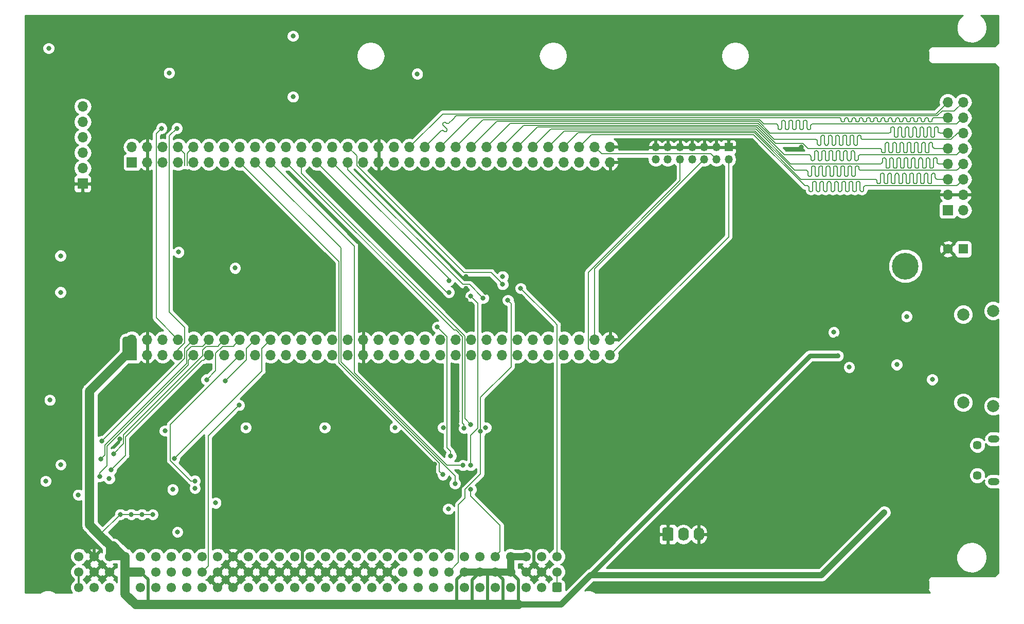
<source format=gbr>
G04 #@! TF.GenerationSoftware,KiCad,Pcbnew,5.0.2+dfsg1-1~bpo9+1*
G04 #@! TF.CreationDate,2022-09-29T16:16:23+02:00*
G04 #@! TF.ProjectId,nubus-to-ztex,6e756275-732d-4746-9f2d-7a7465782e6b,rev?*
G04 #@! TF.SameCoordinates,Original*
G04 #@! TF.FileFunction,Copper,L4,Bot*
G04 #@! TF.FilePolarity,Positive*
%FSLAX46Y46*%
G04 Gerber Fmt 4.6, Leading zero omitted, Abs format (unit mm)*
G04 Created by KiCad (PCBNEW 5.0.2+dfsg1-1~bpo9+1) date Thu Sep 29 16:16:23 2022*
%MOMM*%
%LPD*%
G01*
G04 APERTURE LIST*
G04 #@! TA.AperFunction,ComponentPad*
%ADD10C,4.400000*%
G04 #@! TD*
G04 #@! TA.AperFunction,ComponentPad*
%ADD11R,1.700000X1.700000*%
G04 #@! TD*
G04 #@! TA.AperFunction,ComponentPad*
%ADD12O,1.700000X1.700000*%
G04 #@! TD*
G04 #@! TA.AperFunction,ComponentPad*
%ADD13C,1.450000*%
G04 #@! TD*
G04 #@! TA.AperFunction,ComponentPad*
%ADD14O,1.900000X1.200000*%
G04 #@! TD*
G04 #@! TA.AperFunction,Conductor*
%ADD15C,0.100000*%
G04 #@! TD*
G04 #@! TA.AperFunction,ComponentPad*
%ADD16C,1.740000*%
G04 #@! TD*
G04 #@! TA.AperFunction,ComponentPad*
%ADD17O,1.740000X2.200000*%
G04 #@! TD*
G04 #@! TA.AperFunction,ComponentPad*
%ADD18R,1.350000X1.350000*%
G04 #@! TD*
G04 #@! TA.AperFunction,ComponentPad*
%ADD19O,1.350000X1.350000*%
G04 #@! TD*
G04 #@! TA.AperFunction,ComponentPad*
%ADD20C,2.000000*%
G04 #@! TD*
G04 #@! TA.AperFunction,ComponentPad*
%ADD21R,1.600000X1.600000*%
G04 #@! TD*
G04 #@! TA.AperFunction,ComponentPad*
%ADD22C,1.600000*%
G04 #@! TD*
G04 #@! TA.AperFunction,ComponentPad*
%ADD23C,1.550000*%
G04 #@! TD*
G04 #@! TA.AperFunction,ViaPad*
%ADD24C,0.800000*%
G04 #@! TD*
G04 #@! TA.AperFunction,Conductor*
%ADD25C,0.500000*%
G04 #@! TD*
G04 #@! TA.AperFunction,Conductor*
%ADD26C,0.152400*%
G04 #@! TD*
G04 #@! TA.AperFunction,Conductor*
%ADD27C,1.200000*%
G04 #@! TD*
G04 #@! TA.AperFunction,Conductor*
%ADD28C,1.500000*%
G04 #@! TD*
G04 #@! TA.AperFunction,Conductor*
%ADD29C,1.000000*%
G04 #@! TD*
G04 #@! TA.AperFunction,Conductor*
%ADD30C,0.800000*%
G04 #@! TD*
G04 #@! TA.AperFunction,Conductor*
%ADD31C,1.600000*%
G04 #@! TD*
G04 #@! TA.AperFunction,Conductor*
%ADD32C,0.200000*%
G04 #@! TD*
G04 #@! TA.AperFunction,Conductor*
%ADD33C,0.300000*%
G04 #@! TD*
G04 #@! TA.AperFunction,Conductor*
%ADD34C,0.254000*%
G04 #@! TD*
G04 APERTURE END LIST*
D10*
G04 #@! TO.P,H1,1*
G04 #@! TO.N,SHIELD*
X257350000Y-47090000D03*
G04 #@! TD*
D11*
G04 #@! TO.P,J8,1*
G04 #@! TO.N,+3V3*
X264310000Y-37854999D03*
D12*
G04 #@! TO.P,J8,2*
X266850000Y-37854999D03*
G04 #@! TO.P,J8,3*
G04 #@! TO.N,GND*
X264310000Y-35314999D03*
G04 #@! TO.P,J8,4*
X266850000Y-35314999D03*
G04 #@! TO.P,J8,5*
G04 #@! TO.N,PMOD-5*
X264310000Y-32774999D03*
G04 #@! TO.P,J8,6*
G04 #@! TO.N,PMOD-6*
X266850000Y-32774999D03*
G04 #@! TO.P,J8,7*
G04 #@! TO.N,PMOD-7*
X264310000Y-30234999D03*
G04 #@! TO.P,J8,8*
G04 #@! TO.N,PMOD-8*
X266850000Y-30234999D03*
G04 #@! TO.P,J8,9*
G04 #@! TO.N,PMOD-9*
X264310000Y-27694999D03*
G04 #@! TO.P,J8,10*
G04 #@! TO.N,PMOD-10*
X266850000Y-27694999D03*
G04 #@! TO.P,J8,11*
G04 #@! TO.N,PMOD-11*
X264310000Y-25154999D03*
G04 #@! TO.P,J8,12*
G04 #@! TO.N,PMOD-12*
X266850000Y-25154999D03*
G04 #@! TO.P,J8,13*
G04 #@! TO.N,PMOD-13*
X264310000Y-22614999D03*
G04 #@! TO.P,J8,14*
G04 #@! TO.N,PMOD-14*
X266850000Y-22614999D03*
G04 #@! TO.P,J8,15*
G04 #@! TO.N,PMOD-15*
X264310000Y-20074999D03*
G04 #@! TO.P,J8,16*
G04 #@! TO.N,PMOD-16*
X266850000Y-20074999D03*
G04 #@! TD*
D13*
G04 #@! TO.P,J6,6*
G04 #@! TO.N,SHIELD*
X269197500Y-81570000D03*
X269197500Y-76570000D03*
D14*
X271897500Y-82570000D03*
X271897500Y-75570000D03*
G04 #@! TD*
D15*
G04 #@! TO.N,GND*
G04 #@! TO.C,J7*
G36*
X218884505Y-90171204D02*
X218908773Y-90174804D01*
X218932572Y-90180765D01*
X218955671Y-90189030D01*
X218977850Y-90199520D01*
X218998893Y-90212132D01*
X219018599Y-90226747D01*
X219036777Y-90243223D01*
X219053253Y-90261401D01*
X219067868Y-90281107D01*
X219080480Y-90302150D01*
X219090970Y-90324329D01*
X219099235Y-90347428D01*
X219105196Y-90371227D01*
X219108796Y-90395495D01*
X219110000Y-90419999D01*
X219110000Y-92120001D01*
X219108796Y-92144505D01*
X219105196Y-92168773D01*
X219099235Y-92192572D01*
X219090970Y-92215671D01*
X219080480Y-92237850D01*
X219067868Y-92258893D01*
X219053253Y-92278599D01*
X219036777Y-92296777D01*
X219018599Y-92313253D01*
X218998893Y-92327868D01*
X218977850Y-92340480D01*
X218955671Y-92350970D01*
X218932572Y-92359235D01*
X218908773Y-92365196D01*
X218884505Y-92368796D01*
X218860001Y-92370000D01*
X217619999Y-92370000D01*
X217595495Y-92368796D01*
X217571227Y-92365196D01*
X217547428Y-92359235D01*
X217524329Y-92350970D01*
X217502150Y-92340480D01*
X217481107Y-92327868D01*
X217461401Y-92313253D01*
X217443223Y-92296777D01*
X217426747Y-92278599D01*
X217412132Y-92258893D01*
X217399520Y-92237850D01*
X217389030Y-92215671D01*
X217380765Y-92192572D01*
X217374804Y-92168773D01*
X217371204Y-92144505D01*
X217370000Y-92120001D01*
X217370000Y-90419999D01*
X217371204Y-90395495D01*
X217374804Y-90371227D01*
X217380765Y-90347428D01*
X217389030Y-90324329D01*
X217399520Y-90302150D01*
X217412132Y-90281107D01*
X217426747Y-90261401D01*
X217443223Y-90243223D01*
X217461401Y-90226747D01*
X217481107Y-90212132D01*
X217502150Y-90199520D01*
X217524329Y-90189030D01*
X217547428Y-90180765D01*
X217571227Y-90174804D01*
X217595495Y-90171204D01*
X217619999Y-90170000D01*
X218860001Y-90170000D01*
X218884505Y-90171204D01*
X218884505Y-90171204D01*
G37*
D16*
G04 #@! TD*
G04 #@! TO.P,J7,1*
G04 #@! TO.N,GND*
X218240000Y-91270000D03*
D17*
G04 #@! TO.P,J7,2*
G04 #@! TO.N,+5V*
X220780000Y-91270000D03*
G04 #@! TO.P,J7,3*
G04 #@! TO.N,GND*
X223320000Y-91270000D03*
G04 #@! TD*
D11*
G04 #@! TO.P,JCD1,1*
G04 #@! TO.N,Net-(JCD1-Pad1)*
X130000000Y-30000000D03*
D12*
G04 #@! TO.P,JCD1,2*
G04 #@! TO.N,Net-(JCD1-Pad2)*
X130000000Y-27460000D03*
G04 #@! TO.P,JCD1,3*
G04 #@! TO.N,GND*
X132540000Y-30000000D03*
G04 #@! TO.P,JCD1,4*
X132540000Y-27460000D03*
G04 #@! TO.P,JCD1,5*
G04 #@! TO.N,LED1*
X135080000Y-30000000D03*
G04 #@! TO.P,JCD1,6*
G04 #@! TO.N,LED0*
X135080000Y-27460000D03*
G04 #@! TO.P,JCD1,7*
G04 #@! TO.N,~ID3_3V3*
X137620000Y-30000000D03*
G04 #@! TO.P,JCD1,8*
G04 #@! TO.N,~ID2_3V3*
X137620000Y-27460000D03*
G04 #@! TO.P,JCD1,9*
G04 #@! TO.N,~ID0_3V3*
X140160000Y-30000000D03*
G04 #@! TO.P,JCD1,10*
G04 #@! TO.N,~ID1_3V3*
X140160000Y-27460000D03*
G04 #@! TO.P,JCD1,11*
G04 #@! TO.N,~ARB3_3V3*
X142700000Y-30000000D03*
G04 #@! TO.P,JCD1,12*
G04 #@! TO.N,~ARB2_3V3*
X142700000Y-27460000D03*
G04 #@! TO.P,JCD1,13*
G04 #@! TO.N,~ARB0_3V3*
X145240000Y-30000000D03*
G04 #@! TO.P,JCD1,14*
G04 #@! TO.N,~ARB1_3V3*
X145240000Y-27460000D03*
G04 #@! TO.P,JCD1,15*
G04 #@! TO.N,TMx_oe_n*
X147780000Y-30000000D03*
G04 #@! TO.P,JCD1,16*
G04 #@! TO.N,~CLK2X_3V3*
X147780000Y-27460000D03*
G04 #@! TO.P,JCD1,17*
G04 #@! TO.N,TM1_n_o*
X150320000Y-30000000D03*
G04 #@! TO.P,JCD1,18*
G04 #@! TO.N,SD_D2*
X150320000Y-27460000D03*
G04 #@! TO.P,JCD1,19*
G04 #@! TO.N,TM0_n_o*
X152860000Y-30000000D03*
G04 #@! TO.P,JCD1,20*
G04 #@! TO.N,SD_D3*
X152860000Y-27460000D03*
G04 #@! TO.P,JCD1,21*
G04 #@! TO.N,TM2_oe_n*
X155400000Y-30000000D03*
G04 #@! TO.P,JCD1,22*
G04 #@! TO.N,SD_CMD*
X155400000Y-27460000D03*
G04 #@! TO.P,JCD1,23*
G04 #@! TO.N,TM2_o_n*
X157940000Y-30000000D03*
G04 #@! TO.P,JCD1,24*
G04 #@! TO.N,SD_CLK*
X157940000Y-27460000D03*
G04 #@! TO.P,JCD1,25*
G04 #@! TO.N,~TM0_3V3*
X160480000Y-30000000D03*
G04 #@! TO.P,JCD1,26*
G04 #@! TO.N,SD_D0*
X160480000Y-27460000D03*
G04 #@! TO.P,JCD1,27*
G04 #@! TO.N,~TM1_3V3*
X163020000Y-30000000D03*
G04 #@! TO.P,JCD1,28*
G04 #@! TO.N,SD_D1*
X163020000Y-27460000D03*
G04 #@! TO.P,JCD1,29*
G04 #@! TO.N,~TM2_3V3*
X165560000Y-30000000D03*
G04 #@! TO.P,JCD1,30*
G04 #@! TO.N,~RESET_3V3*
X165560000Y-27460000D03*
G04 #@! TO.P,JCD1,31*
G04 #@! TO.N,+3V3*
X168100000Y-30000000D03*
G04 #@! TO.P,JCD1,32*
X168100000Y-27460000D03*
G04 #@! TO.P,JCD1,33*
G04 #@! TO.N,GND*
X170640000Y-30000000D03*
G04 #@! TO.P,JCD1,34*
X170640000Y-27460000D03*
G04 #@! TO.P,JCD1,35*
G04 #@! TO.N,+3V3*
X173180000Y-30000000D03*
G04 #@! TO.P,JCD1,36*
X173180000Y-27460000D03*
G04 #@! TO.P,JCD1,37*
G04 #@! TO.N,HDMI_HPD_A*
X175720000Y-30000000D03*
G04 #@! TO.P,JCD1,38*
G04 #@! TO.N,PMOD-15*
X175720000Y-27460000D03*
G04 #@! TO.P,JCD1,39*
G04 #@! TO.N,HDMI_SDA_A*
X178260000Y-30000000D03*
G04 #@! TO.P,JCD1,40*
G04 #@! TO.N,PMOD-16*
X178260000Y-27460000D03*
G04 #@! TO.P,JCD1,41*
G04 #@! TO.N,HDMI_SCL_A*
X180800000Y-30000000D03*
G04 #@! TO.P,JCD1,42*
G04 #@! TO.N,PMOD-13*
X180800000Y-27460000D03*
G04 #@! TO.P,JCD1,43*
G04 #@! TO.N,HDMI_CEC_A*
X183340000Y-30000000D03*
G04 #@! TO.P,JCD1,44*
G04 #@! TO.N,PMOD-14*
X183340000Y-27460000D03*
G04 #@! TO.P,JCD1,45*
G04 #@! TO.N,HDMI_CLK-*
X185880000Y-30000000D03*
G04 #@! TO.P,JCD1,46*
G04 #@! TO.N,PMOD-11*
X185880000Y-27460000D03*
G04 #@! TO.P,JCD1,47*
G04 #@! TO.N,HDMI_CLK+*
X188420000Y-30000000D03*
G04 #@! TO.P,JCD1,48*
G04 #@! TO.N,PMOD-12*
X188420000Y-27460000D03*
G04 #@! TO.P,JCD1,49*
G04 #@! TO.N,HDMI_D0+*
X190960000Y-30000000D03*
G04 #@! TO.P,JCD1,50*
G04 #@! TO.N,PMOD-9*
X190960000Y-27460000D03*
G04 #@! TO.P,JCD1,51*
G04 #@! TO.N,HDMI_D0-*
X193500000Y-30000000D03*
G04 #@! TO.P,JCD1,52*
G04 #@! TO.N,PMOD-10*
X193500000Y-27460000D03*
G04 #@! TO.P,JCD1,53*
G04 #@! TO.N,HDMI_D1+*
X196040000Y-30000000D03*
G04 #@! TO.P,JCD1,54*
G04 #@! TO.N,PMOD-7*
X196040000Y-27460000D03*
G04 #@! TO.P,JCD1,55*
G04 #@! TO.N,HDMI_D1-*
X198580000Y-30000000D03*
G04 #@! TO.P,JCD1,56*
G04 #@! TO.N,PMOD-8*
X198580000Y-27460000D03*
G04 #@! TO.P,JCD1,57*
G04 #@! TO.N,HDMI_D2-*
X201120000Y-30000000D03*
G04 #@! TO.P,JCD1,58*
G04 #@! TO.N,PMOD-5*
X201120000Y-27460000D03*
G04 #@! TO.P,JCD1,59*
G04 #@! TO.N,HDMI_D2+*
X203660000Y-30000000D03*
G04 #@! TO.P,JCD1,60*
G04 #@! TO.N,PMOD-6*
X203660000Y-27460000D03*
G04 #@! TO.P,JCD1,61*
G04 #@! TO.N,FPGA_JTAG_TDO*
X206200000Y-30000000D03*
G04 #@! TO.P,JCD1,62*
G04 #@! TO.N,FPGA_JTAG_TMS*
X206200000Y-27460000D03*
G04 #@! TO.P,JCD1,63*
G04 #@! TO.N,GND*
X208740000Y-30000000D03*
G04 #@! TO.P,JCD1,64*
X208740000Y-27460000D03*
G04 #@! TD*
D18*
G04 #@! TO.P,J1,1*
G04 #@! TO.N,GND*
X228230000Y-27500000D03*
D19*
G04 #@! TO.P,J1,2*
G04 #@! TO.N,/B2B/JTAG_VIO*
X228230000Y-29500000D03*
G04 #@! TO.P,J1,3*
G04 #@! TO.N,GND*
X226230000Y-27500000D03*
G04 #@! TO.P,J1,4*
G04 #@! TO.N,FPGA_JTAG_TMS*
X226230000Y-29500000D03*
G04 #@! TO.P,J1,5*
G04 #@! TO.N,GND*
X224230000Y-27500000D03*
G04 #@! TO.P,J1,6*
G04 #@! TO.N,FPGA_JTAG_TCK*
X224230000Y-29500000D03*
G04 #@! TO.P,J1,7*
G04 #@! TO.N,GND*
X222230000Y-27500000D03*
G04 #@! TO.P,J1,8*
G04 #@! TO.N,FPGA_JTAG_TDO*
X222230000Y-29500000D03*
G04 #@! TO.P,J1,9*
G04 #@! TO.N,GND*
X220230000Y-27500000D03*
G04 #@! TO.P,J1,10*
G04 #@! TO.N,FPGA_JTAG_TDI*
X220230000Y-29500000D03*
G04 #@! TO.P,J1,11*
G04 #@! TO.N,GND*
X218230000Y-27500000D03*
G04 #@! TO.P,J1,12*
G04 #@! TO.N,Net-(J1-Pad12)*
X218230000Y-29500000D03*
G04 #@! TO.P,J1,13*
G04 #@! TO.N,GND*
X216230000Y-27500000D03*
G04 #@! TO.P,J1,14*
G04 #@! TO.N,Net-(J1-Pad14)*
X216230000Y-29500000D03*
G04 #@! TD*
D20*
G04 #@! TO.P,J5,SH*
G04 #@! TO.N,SHIELD*
X271800000Y-70150000D03*
X271800000Y-54450000D03*
X266850000Y-69550000D03*
X266850000Y-55050000D03*
G04 #@! TD*
D21*
G04 #@! TO.P,C39,1*
G04 #@! TO.N,SHIELD*
X266850000Y-44280000D03*
D22*
G04 #@! TO.P,C39,2*
G04 #@! TO.N,GND*
X264350000Y-44280000D03*
G04 #@! TD*
D15*
G04 #@! TO.N,-12V*
G04 #@! TO.C,J4*
G36*
X200549505Y-99226204D02*
X200573773Y-99229804D01*
X200597572Y-99235765D01*
X200620671Y-99244030D01*
X200642850Y-99254520D01*
X200663893Y-99267132D01*
X200683599Y-99281747D01*
X200701777Y-99298223D01*
X200718253Y-99316401D01*
X200732868Y-99336107D01*
X200745480Y-99357150D01*
X200755970Y-99379329D01*
X200764235Y-99402428D01*
X200770196Y-99426227D01*
X200773796Y-99450495D01*
X200775000Y-99474999D01*
X200775000Y-100525001D01*
X200773796Y-100549505D01*
X200770196Y-100573773D01*
X200764235Y-100597572D01*
X200755970Y-100620671D01*
X200745480Y-100642850D01*
X200732868Y-100663893D01*
X200718253Y-100683599D01*
X200701777Y-100701777D01*
X200683599Y-100718253D01*
X200663893Y-100732868D01*
X200642850Y-100745480D01*
X200620671Y-100755970D01*
X200597572Y-100764235D01*
X200573773Y-100770196D01*
X200549505Y-100773796D01*
X200525001Y-100775000D01*
X199474999Y-100775000D01*
X199450495Y-100773796D01*
X199426227Y-100770196D01*
X199402428Y-100764235D01*
X199379329Y-100755970D01*
X199357150Y-100745480D01*
X199336107Y-100732868D01*
X199316401Y-100718253D01*
X199298223Y-100701777D01*
X199281747Y-100683599D01*
X199267132Y-100663893D01*
X199254520Y-100642850D01*
X199244030Y-100620671D01*
X199235765Y-100597572D01*
X199229804Y-100573773D01*
X199226204Y-100549505D01*
X199225000Y-100525001D01*
X199225000Y-99474999D01*
X199226204Y-99450495D01*
X199229804Y-99426227D01*
X199235765Y-99402428D01*
X199244030Y-99379329D01*
X199254520Y-99357150D01*
X199267132Y-99336107D01*
X199281747Y-99316401D01*
X199298223Y-99298223D01*
X199316401Y-99281747D01*
X199336107Y-99267132D01*
X199357150Y-99254520D01*
X199379329Y-99244030D01*
X199402428Y-99235765D01*
X199426227Y-99229804D01*
X199450495Y-99226204D01*
X199474999Y-99225000D01*
X200525001Y-99225000D01*
X200549505Y-99226204D01*
X200549505Y-99226204D01*
G37*
D23*
G04 #@! TD*
G04 #@! TO.P,J4,a1*
G04 #@! TO.N,-12V*
X200000000Y-100000000D03*
G04 #@! TO.P,J4,a2*
G04 #@! TO.N,SB0_5V*
X197460000Y-100000000D03*
G04 #@! TO.P,J4,a3*
G04 #@! TO.N,~SPV_5V*
X194920000Y-100000000D03*
G04 #@! TO.P,J4,a4*
G04 #@! TO.N,~SP_5V*
X192380000Y-100000000D03*
G04 #@! TO.P,J4,a5*
G04 #@! TO.N,~TM1_5V*
X189840000Y-100000000D03*
G04 #@! TO.P,J4,a6*
G04 #@! TO.N,~AD1_5V*
X187300000Y-100000000D03*
G04 #@! TO.P,J4,a7*
G04 #@! TO.N,~AD3_5V*
X184760000Y-100000000D03*
G04 #@! TO.P,J4,a8*
G04 #@! TO.N,~AD5_5V*
X182220000Y-100000000D03*
G04 #@! TO.P,J4,a9*
G04 #@! TO.N,~AD7_5V*
X179680000Y-100000000D03*
G04 #@! TO.P,J4,a10*
G04 #@! TO.N,~AD9_5V*
X177140000Y-100000000D03*
G04 #@! TO.P,J4,a11*
G04 #@! TO.N,~AD11_5V*
X174600000Y-100000000D03*
G04 #@! TO.P,J4,a12*
G04 #@! TO.N,~AD13_5V*
X172060000Y-100000000D03*
G04 #@! TO.P,J4,a13*
G04 #@! TO.N,~AD15_5V*
X169520000Y-100000000D03*
G04 #@! TO.P,J4,a14*
G04 #@! TO.N,~AD17_5V*
X166980000Y-100000000D03*
G04 #@! TO.P,J4,a15*
G04 #@! TO.N,~AD19_5V*
X164440000Y-100000000D03*
G04 #@! TO.P,J4,a16*
G04 #@! TO.N,~AD21_5V*
X161900000Y-100000000D03*
G04 #@! TO.P,J4,a17*
G04 #@! TO.N,~AD23_5V*
X159360000Y-100000000D03*
G04 #@! TO.P,J4,a18*
G04 #@! TO.N,~AD25_5V*
X156820000Y-100000000D03*
G04 #@! TO.P,J4,a19*
G04 #@! TO.N,~AD27_5V*
X154280000Y-100000000D03*
G04 #@! TO.P,J4,a20*
G04 #@! TO.N,~AD29_5V*
X151740000Y-100000000D03*
G04 #@! TO.P,J4,a21*
G04 #@! TO.N,~AD31_5V*
X149200000Y-100000000D03*
G04 #@! TO.P,J4,a22*
G04 #@! TO.N,GND*
X146660000Y-100000000D03*
G04 #@! TO.P,J4,a23*
X144120000Y-100000000D03*
G04 #@! TO.P,J4,a24*
G04 #@! TO.N,~ARB1_5V*
X141580000Y-100000000D03*
G04 #@! TO.P,J4,a25*
G04 #@! TO.N,~ARB3_5V*
X139040000Y-100000000D03*
G04 #@! TO.P,J4,a26*
G04 #@! TO.N,~ID1_5V*
X136500000Y-100000000D03*
G04 #@! TO.P,J4,a27*
G04 #@! TO.N,~ID3_5V*
X133960000Y-100000000D03*
G04 #@! TO.P,J4,a28*
G04 #@! TO.N,~ACK_5V*
X131420000Y-100000000D03*
G04 #@! TO.P,J4,a29*
G04 #@! TO.N,+5V*
X128880000Y-100000000D03*
G04 #@! TO.P,J4,a30*
G04 #@! TO.N,~RQST_5V*
X126340000Y-100000000D03*
G04 #@! TO.P,J4,a31*
G04 #@! TO.N,~NMRQ_5V*
X123800000Y-100000000D03*
G04 #@! TO.P,J4,a32*
G04 #@! TO.N,+12V*
X121260000Y-100000000D03*
G04 #@! TO.P,J4,b1*
G04 #@! TO.N,-12V*
X200000000Y-97460000D03*
G04 #@! TO.P,J4,b2*
G04 #@! TO.N,GND*
X197460000Y-97460000D03*
G04 #@! TO.P,J4,b3*
X194920000Y-97460000D03*
G04 #@! TO.P,J4,b4*
G04 #@! TO.N,+5V*
X192380000Y-97460000D03*
G04 #@! TO.P,J4,b5*
X189840000Y-97460000D03*
G04 #@! TO.P,J4,b6*
X187300000Y-97460000D03*
G04 #@! TO.P,J4,b7*
X184760000Y-97460000D03*
G04 #@! TO.P,J4,b8*
G04 #@! TO.N,~TM2_5V*
X182220000Y-97460000D03*
G04 #@! TO.P,J4,b9*
G04 #@! TO.N,~CM0_5V*
X179680000Y-97460000D03*
G04 #@! TO.P,J4,b10*
G04 #@! TO.N,~CM1_5V*
X177140000Y-97460000D03*
G04 #@! TO.P,J4,b11*
G04 #@! TO.N,~CM2_5V*
X174600000Y-97460000D03*
G04 #@! TO.P,J4,b12*
G04 #@! TO.N,GND*
X172060000Y-97460000D03*
G04 #@! TO.P,J4,b13*
X169520000Y-97460000D03*
G04 #@! TO.P,J4,b14*
X166980000Y-97460000D03*
G04 #@! TO.P,J4,b15*
X164440000Y-97460000D03*
G04 #@! TO.P,J4,b16*
X161900000Y-97460000D03*
G04 #@! TO.P,J4,b17*
X159360000Y-97460000D03*
G04 #@! TO.P,J4,b18*
X156820000Y-97460000D03*
G04 #@! TO.P,J4,b19*
X154280000Y-97460000D03*
G04 #@! TO.P,J4,b20*
X151740000Y-97460000D03*
G04 #@! TO.P,J4,b21*
X149200000Y-97460000D03*
G04 #@! TO.P,J4,b22*
X146660000Y-97460000D03*
G04 #@! TO.P,J4,b23*
X144120000Y-97460000D03*
G04 #@! TO.P,J4,b24*
G04 #@! TO.N,~CLK2X_5V*
X141580000Y-97460000D03*
G04 #@! TO.P,J4,b25*
G04 #@! TO.N,STDBYPWR*
X139040000Y-97460000D03*
G04 #@! TO.P,J4,b26*
G04 #@! TO.N,~CLK2XEN_5V*
X136500000Y-97460000D03*
G04 #@! TO.P,J4,b27*
G04 #@! TO.N,~CBUSY_5V*
X133960000Y-97460000D03*
G04 #@! TO.P,J4,b28*
G04 #@! TO.N,+5V*
X131420000Y-97460000D03*
G04 #@! TO.P,J4,b29*
X128880000Y-97460000D03*
G04 #@! TO.P,J4,b30*
G04 #@! TO.N,GND*
X126340000Y-97460000D03*
G04 #@! TO.P,J4,b31*
X123800000Y-97460000D03*
G04 #@! TO.P,J4,b32*
G04 #@! TO.N,+12V*
X121260000Y-97460000D03*
G04 #@! TO.P,J4,c1*
G04 #@! TO.N,~RESET_5V*
X200000000Y-94920000D03*
G04 #@! TO.P,J4,c2*
G04 #@! TO.N,SB1_5V*
X197460000Y-94920000D03*
G04 #@! TO.P,J4,c3*
G04 #@! TO.N,+5V*
X194920000Y-94920000D03*
G04 #@! TO.P,J4,c4*
X192380000Y-94920000D03*
G04 #@! TO.P,J4,c5*
G04 #@! TO.N,~TM0_5V*
X189840000Y-94920000D03*
G04 #@! TO.P,J4,c6*
G04 #@! TO.N,~AD0_5V*
X187300000Y-94920000D03*
G04 #@! TO.P,J4,c7*
G04 #@! TO.N,~AD2_5V*
X184760000Y-94920000D03*
G04 #@! TO.P,J4,c8*
G04 #@! TO.N,~AD4_5V*
X182220000Y-94920000D03*
G04 #@! TO.P,J4,c9*
G04 #@! TO.N,~AD6_5V*
X179680000Y-94920000D03*
G04 #@! TO.P,J4,c10*
G04 #@! TO.N,~AD8_5V*
X177140000Y-94920000D03*
G04 #@! TO.P,J4,c11*
G04 #@! TO.N,~AD10_5V*
X174600000Y-94920000D03*
G04 #@! TO.P,J4,c12*
G04 #@! TO.N,~AD12_5V*
X172060000Y-94920000D03*
G04 #@! TO.P,J4,c13*
G04 #@! TO.N,~AD14_5V*
X169520000Y-94920000D03*
G04 #@! TO.P,J4,c14*
G04 #@! TO.N,~AD16_5V*
X166980000Y-94920000D03*
G04 #@! TO.P,J4,c15*
G04 #@! TO.N,~AD18_5V*
X164440000Y-94920000D03*
G04 #@! TO.P,J4,c16*
G04 #@! TO.N,~AD20_5V*
X161900000Y-94920000D03*
G04 #@! TO.P,J4,c17*
G04 #@! TO.N,~AD22_5V*
X159360000Y-94920000D03*
G04 #@! TO.P,J4,c18*
G04 #@! TO.N,~AD24_5V*
X156820000Y-94920000D03*
G04 #@! TO.P,J4,c19*
G04 #@! TO.N,~AD26_5V*
X154280000Y-94920000D03*
G04 #@! TO.P,J4,c20*
G04 #@! TO.N,~AD28_5V*
X151740000Y-94920000D03*
G04 #@! TO.P,J4,c21*
G04 #@! TO.N,~AD30_5V*
X149200000Y-94920000D03*
G04 #@! TO.P,J4,c22*
G04 #@! TO.N,GND*
X146660000Y-94920000D03*
G04 #@! TO.P,J4,c23*
G04 #@! TO.N,~PFW_5V*
X144120000Y-94920000D03*
G04 #@! TO.P,J4,c24*
G04 #@! TO.N,~ARB0_5V*
X141580000Y-94920000D03*
G04 #@! TO.P,J4,c25*
G04 #@! TO.N,~ARB2_5V*
X139040000Y-94920000D03*
G04 #@! TO.P,J4,c26*
G04 #@! TO.N,~ID0_5V*
X136500000Y-94920000D03*
G04 #@! TO.P,J4,c27*
G04 #@! TO.N,~ID2_5V*
X133960000Y-94920000D03*
G04 #@! TO.P,J4,c28*
G04 #@! TO.N,~START_5V*
X131420000Y-94920000D03*
G04 #@! TO.P,J4,c29*
G04 #@! TO.N,+5V*
X128880000Y-94920000D03*
G04 #@! TO.P,J4,c30*
X126340000Y-94920000D03*
G04 #@! TO.P,J4,c31*
G04 #@! TO.N,GND*
X123800000Y-94920000D03*
G04 #@! TO.P,J4,c32*
G04 #@! TO.N,~CLK_5V*
X121260000Y-94920000D03*
G04 #@! TD*
D12*
G04 #@! TO.P,J3,6*
G04 #@! TO.N,Net-(J3-Pad6)*
X121900000Y-20800000D03*
G04 #@! TO.P,J3,5*
G04 #@! TO.N,LED0*
X121900000Y-23340000D03*
G04 #@! TO.P,J3,4*
G04 #@! TO.N,LED1*
X121900000Y-25880000D03*
G04 #@! TO.P,J3,3*
G04 #@! TO.N,Net-(J3-Pad3)*
X121900000Y-28420000D03*
G04 #@! TO.P,J3,2*
G04 #@! TO.N,Net-(J3-Pad2)*
X121900000Y-30960000D03*
D11*
G04 #@! TO.P,J3,1*
G04 #@! TO.N,GND*
X121900000Y-33500000D03*
G04 #@! TD*
D12*
G04 #@! TO.P,JAB1,64*
G04 #@! TO.N,GND*
X208740000Y-59210000D03*
G04 #@! TO.P,JAB1,63*
G04 #@! TO.N,/B2B/JTAG_VIO*
X208740000Y-61750000D03*
G04 #@! TO.P,JAB1,62*
G04 #@! TO.N,FPGA_JTAG_TCK*
X206200000Y-59210000D03*
G04 #@! TO.P,JAB1,61*
G04 #@! TO.N,FPGA_JTAG_TDI*
X206200000Y-61750000D03*
G04 #@! TO.P,JAB1,60*
G04 #@! TO.N,USBH0_D-*
X203660000Y-59210000D03*
G04 #@! TO.P,JAB1,59*
G04 #@! TO.N,USBH0_D+*
X203660000Y-61750000D03*
G04 #@! TO.P,JAB1,58*
G04 #@! TO.N,~AD0_3V3*
X201120000Y-59210000D03*
G04 #@! TO.P,JAB1,57*
G04 #@! TO.N,~AD1_3V3*
X201120000Y-61750000D03*
G04 #@! TO.P,JAB1,56*
G04 #@! TO.N,~AD2_3V3*
X198580000Y-59210000D03*
G04 #@! TO.P,JAB1,55*
G04 #@! TO.N,~AD3_3V3*
X198580000Y-61750000D03*
G04 #@! TO.P,JAB1,54*
G04 #@! TO.N,~AD4_3V3*
X196040000Y-59210000D03*
G04 #@! TO.P,JAB1,53*
G04 #@! TO.N,~AD5_3V3*
X196040000Y-61750000D03*
G04 #@! TO.P,JAB1,52*
G04 #@! TO.N,~AD6_3V3*
X193500000Y-59210000D03*
G04 #@! TO.P,JAB1,51*
G04 #@! TO.N,~AD7_3V3*
X193500000Y-61750000D03*
G04 #@! TO.P,JAB1,50*
G04 #@! TO.N,~AD8_3V3*
X190960000Y-59210000D03*
G04 #@! TO.P,JAB1,49*
G04 #@! TO.N,~AD9_3V3*
X190960000Y-61750000D03*
G04 #@! TO.P,JAB1,48*
G04 #@! TO.N,~AD10_3V3*
X188420000Y-59210000D03*
G04 #@! TO.P,JAB1,47*
G04 #@! TO.N,~AD11_3V3*
X188420000Y-61750000D03*
G04 #@! TO.P,JAB1,46*
G04 #@! TO.N,~AD12_3V3*
X185880000Y-59210000D03*
G04 #@! TO.P,JAB1,45*
G04 #@! TO.N,~AD13_3V3*
X185880000Y-61750000D03*
G04 #@! TO.P,JAB1,44*
G04 #@! TO.N,~AD14_3V3*
X183340000Y-59210000D03*
G04 #@! TO.P,JAB1,43*
G04 #@! TO.N,~AD15_3V3*
X183340000Y-61750000D03*
G04 #@! TO.P,JAB1,42*
G04 #@! TO.N,~AD16_3V3*
X180800000Y-59210000D03*
G04 #@! TO.P,JAB1,41*
G04 #@! TO.N,~AD17_3V3*
X180800000Y-61750000D03*
G04 #@! TO.P,JAB1,40*
G04 #@! TO.N,~AD18_3V3*
X178260000Y-59210000D03*
G04 #@! TO.P,JAB1,39*
G04 #@! TO.N,~AD19_3V3*
X178260000Y-61750000D03*
G04 #@! TO.P,JAB1,38*
G04 #@! TO.N,~AD20_3V3*
X175720000Y-59210000D03*
G04 #@! TO.P,JAB1,37*
G04 #@! TO.N,~AD21_3V3*
X175720000Y-61750000D03*
G04 #@! TO.P,JAB1,36*
G04 #@! TO.N,~AD22_3V3*
X173180000Y-59210000D03*
G04 #@! TO.P,JAB1,35*
G04 #@! TO.N,~AD23_3V3*
X173180000Y-61750000D03*
G04 #@! TO.P,JAB1,34*
G04 #@! TO.N,+3V3*
X170640000Y-59210000D03*
G04 #@! TO.P,JAB1,33*
X170640000Y-61750000D03*
G04 #@! TO.P,JAB1,32*
G04 #@! TO.N,GND*
X168100000Y-59210000D03*
G04 #@! TO.P,JAB1,31*
X168100000Y-61750000D03*
G04 #@! TO.P,JAB1,30*
G04 #@! TO.N,+3V3*
X165560000Y-59210000D03*
G04 #@! TO.P,JAB1,29*
X165560000Y-61750000D03*
G04 #@! TO.P,JAB1,28*
G04 #@! TO.N,~AD24_3V3*
X163020000Y-59210000D03*
G04 #@! TO.P,JAB1,27*
G04 #@! TO.N,NUBUS_OE*
X163020000Y-61750000D03*
G04 #@! TO.P,JAB1,26*
G04 #@! TO.N,~AD26_3V3*
X160480000Y-59210000D03*
G04 #@! TO.P,JAB1,25*
G04 #@! TO.N,~AD25_3V3*
X160480000Y-61750000D03*
G04 #@! TO.P,JAB1,24*
G04 #@! TO.N,~AD28_3V3*
X157940000Y-59210000D03*
G04 #@! TO.P,JAB1,23*
G04 #@! TO.N,~AD27_3V3*
X157940000Y-61750000D03*
G04 #@! TO.P,JAB1,22*
G04 #@! TO.N,~AD30_3V3*
X155400000Y-59210000D03*
G04 #@! TO.P,JAB1,21*
G04 #@! TO.N,~AD29_3V3*
X155400000Y-61750000D03*
G04 #@! TO.P,JAB1,20*
G04 #@! TO.N,~CLK_3V3*
X152860000Y-59210000D03*
G04 #@! TO.P,JAB1,19*
G04 #@! TO.N,~AD31_3V3*
X152860000Y-61750000D03*
G04 #@! TO.P,JAB1,18*
G04 #@! TO.N,ARB1_o_n*
X150320000Y-59210000D03*
G04 #@! TO.P,JAB1,17*
G04 #@! TO.N,NUBUS_AD_DIR*
X150320000Y-61750000D03*
G04 #@! TO.P,JAB1,16*
G04 #@! TO.N,ARB2_o_n*
X147780000Y-59210000D03*
G04 #@! TO.P,JAB1,15*
G04 #@! TO.N,ARB3_o_n*
X147780000Y-61750000D03*
G04 #@! TO.P,JAB1,14*
G04 #@! TO.N,ACK_o_n*
X145240000Y-59210000D03*
G04 #@! TO.P,JAB1,13*
G04 #@! TO.N,ARB0_o_n*
X145240000Y-61750000D03*
G04 #@! TO.P,JAB1,12*
G04 #@! TO.N,ACK_oe_n*
X142700000Y-59210000D03*
G04 #@! TO.P,JAB1,11*
G04 #@! TO.N,START_o_n*
X142700000Y-61750000D03*
G04 #@! TO.P,JAB1,10*
G04 #@! TO.N,RQST_o_n*
X140160000Y-59210000D03*
G04 #@! TO.P,JAB1,9*
G04 #@! TO.N,START_oe_n*
X140160000Y-61750000D03*
G04 #@! TO.P,JAB1,8*
G04 #@! TO.N,~ACK_3V3*
X137620000Y-59210000D03*
G04 #@! TO.P,JAB1,7*
G04 #@! TO.N,~START_3V3*
X137620000Y-61750000D03*
G04 #@! TO.P,JAB1,6*
G04 #@! TO.N,~RQST_3V3*
X135080000Y-59210000D03*
G04 #@! TO.P,JAB1,5*
G04 #@! TO.N,~NMRQ_3V3*
X135080000Y-61750000D03*
G04 #@! TO.P,JAB1,4*
G04 #@! TO.N,GND*
X132540000Y-59210000D03*
G04 #@! TO.P,JAB1,3*
X132540000Y-61750000D03*
G04 #@! TO.P,JAB1,2*
G04 #@! TO.N,+5V*
X130000000Y-59210000D03*
D11*
G04 #@! TO.P,JAB1,1*
X130000000Y-61750000D03*
G04 #@! TD*
D24*
G04 #@! TO.N,GND*
X226300000Y-31900000D03*
X137500000Y-89312500D03*
X256220000Y-61875000D03*
X252900000Y-82730000D03*
X262640000Y-79355000D03*
X149900000Y-71000000D03*
X117200000Y-84780000D03*
X189500000Y-71000000D03*
X115200000Y-87480000D03*
X145400000Y-88100000D03*
X139300000Y-87450000D03*
X155357500Y-79750000D03*
X148200000Y-86800000D03*
X256010000Y-87920000D03*
X179857500Y-79750000D03*
X115200000Y-90730000D03*
X264200000Y-67357500D03*
X145300000Y-90050000D03*
X194857500Y-79750000D03*
X168357500Y-79750000D03*
X163000000Y-71000000D03*
X267730000Y-79355000D03*
X267720000Y-77180000D03*
X268000000Y-65550000D03*
X174500000Y-71000000D03*
X268000000Y-58050000D03*
X255500000Y-58625000D03*
X255040000Y-53812500D03*
X115200000Y-89430000D03*
X183600000Y-71000000D03*
X116300000Y-16437500D03*
X246062500Y-59100000D03*
X268000000Y-61050000D03*
X244180000Y-99750000D03*
X236450000Y-82730000D03*
X158100000Y-92000000D03*
X196200000Y-92480000D03*
X123800000Y-93000000D03*
X128025000Y-75550000D03*
X130850000Y-77500000D03*
X130850000Y-79450000D03*
X134150000Y-78150000D03*
X134150000Y-76200000D03*
X135400000Y-70150000D03*
X185000000Y-48800000D03*
X185000000Y-50750000D03*
X185000000Y-52700000D03*
X188250000Y-49450000D03*
X188250000Y-51400000D03*
X139252400Y-47600000D03*
X145125000Y-50200000D03*
X150850000Y-50900000D03*
X187000000Y-83100000D03*
X168650000Y-91575000D03*
X118534670Y-98720000D03*
X240200000Y-27500000D03*
X168357500Y-78180000D03*
X115670000Y-40410000D03*
X158730000Y-9200000D03*
X158127500Y-19200000D03*
X147900000Y-8080000D03*
X149555000Y-18100000D03*
X163305000Y-18100000D03*
X165000000Y-8080000D03*
G04 #@! TO.N,+3V3*
X135450000Y-74225000D03*
X248080000Y-63750000D03*
X161750000Y-73687500D03*
X148750000Y-73687500D03*
X257550000Y-55387500D03*
X173300000Y-73700000D03*
X118265134Y-51400000D03*
X118265134Y-45400000D03*
X137500000Y-90887500D03*
X245550000Y-57975000D03*
X136727523Y-83900000D03*
X188250000Y-73687500D03*
X121200000Y-84780000D03*
X181250000Y-73687500D03*
X116300000Y-11212500D03*
X182100000Y-87100000D03*
X118300000Y-79800000D03*
X115812500Y-82500000D03*
X126287500Y-82100000D03*
X143787500Y-86100000D03*
X140387500Y-83700000D03*
X191050000Y-48800000D03*
X137700000Y-44789641D03*
X147000000Y-47400000D03*
X176980000Y-15429630D03*
X136140000Y-15272793D03*
X116500000Y-69150000D03*
X156530000Y-9200000D03*
X156530000Y-19200000D03*
G04 #@! TO.N,+5V*
X253850000Y-87660000D03*
X246230000Y-61872500D03*
X131697842Y-88000000D03*
X129897842Y-88000000D03*
X128097842Y-88000000D03*
X133421568Y-88014972D03*
X220840000Y-97970000D03*
G04 #@! TO.N,~RESET_5V*
X194000000Y-50750000D03*
G04 #@! TO.N,~TM1_5V*
X180300001Y-57113671D03*
X182500000Y-78360000D03*
G04 #@! TO.N,~TM2_5V*
X191900000Y-52700000D03*
X187400000Y-74300000D03*
G04 #@! TO.N,~TM0_5V*
X185800000Y-83875000D03*
X185800000Y-79900000D03*
X185810000Y-52050000D03*
G04 #@! TO.N,~CLK_3V3*
X136975000Y-78800000D03*
G04 #@! TO.N,~CLK2X_5V*
X147650000Y-70000000D03*
G04 #@! TO.N,~START_3V3*
X137410000Y-24400000D03*
G04 #@! TO.N,~ACK_3V3*
X134880000Y-24400000D03*
G04 #@! TO.N,~RESET_3V3*
X191050000Y-50100000D03*
G04 #@! TO.N,~TM0_3V3*
X182200000Y-51400000D03*
G04 #@! TO.N,~TM1_3V3*
X182200000Y-49450000D03*
G04 #@! TO.N,~TM2_3V3*
X187840000Y-52340000D03*
G04 #@! TO.N,ARB1_o_n*
X145387500Y-66000000D03*
G04 #@! TO.N,ARB3_o_n*
X140375000Y-82475000D03*
G04 #@! TO.N,ARB2_o_n*
X142300000Y-65800000D03*
G04 #@! TO.N,RQST_o_n*
X125066330Y-75900000D03*
G04 #@! TO.N,START_o_n*
X126550000Y-80675000D03*
G04 #@! TO.N,START_oe_n*
X124712500Y-81750000D03*
G04 #@! TO.N,ACK_o_n*
X126975000Y-78050000D03*
G04 #@! TO.N,ACK_oe_n*
X124925000Y-78850000D03*
G04 #@! TO.N,TMx_oe_n*
X181200000Y-81450000D03*
G04 #@! TO.N,TM1_n_o*
X183200000Y-82900000D03*
G04 #@! TO.N,TM0_n_o*
X184477400Y-79900000D03*
G04 #@! TO.N,TM2_o_n*
X185800000Y-73175000D03*
G04 #@! TO.N,TM2_oe_n*
X184700000Y-73800000D03*
G04 #@! TO.N,/hdmi/HDMI_5V*
X255920000Y-63320000D03*
X261760000Y-65782500D03*
G04 #@! TD*
D25*
G04 #@! TO.N,GND*
X159360000Y-97460000D02*
X158100000Y-96200000D01*
X158100000Y-96200000D02*
X158100000Y-92000000D01*
D26*
X158080000Y-96200000D02*
X158100000Y-96200000D01*
D25*
X156820000Y-97460000D02*
X158080000Y-96200000D01*
X197460000Y-97460000D02*
X196200000Y-96200000D01*
X196200000Y-96200000D02*
X196200000Y-92490000D01*
D26*
X196180000Y-96200000D02*
X196200000Y-96200000D01*
D25*
X194920000Y-97460000D02*
X196180000Y-96200000D01*
X123800000Y-94920000D02*
X123800000Y-93000000D01*
D26*
G04 #@! TO.N,/B2B/JTAG_VIO*
X228230000Y-42260000D02*
X228230000Y-29500000D01*
X208740000Y-61750000D02*
X228230000Y-42260000D01*
D27*
G04 #@! TO.N,+5V*
X189840000Y-97460000D02*
X192380000Y-97460000D01*
D28*
X128880000Y-100000000D02*
X128880000Y-101096015D01*
X128880000Y-101096015D02*
X130633985Y-102850000D01*
X130633985Y-102850000D02*
X132675000Y-102850000D01*
D25*
X184760000Y-97460000D02*
X183500000Y-98720000D01*
D27*
X187300000Y-97460000D02*
X184760000Y-97460000D01*
X192380000Y-94920000D02*
X192380000Y-97460000D01*
X194920000Y-94920000D02*
X192380000Y-94920000D01*
X130000000Y-61750000D02*
X128998000Y-61750000D01*
D28*
X123050000Y-89750000D02*
X124930000Y-91630000D01*
X123050000Y-67697600D02*
X123050000Y-89750000D01*
D29*
X243540000Y-97970000D02*
X253850000Y-87660000D01*
X220840000Y-97970000D02*
X243540000Y-97970000D01*
D30*
X241617500Y-61872500D02*
X205520000Y-97970000D01*
X246230000Y-61872500D02*
X241617500Y-61872500D01*
D29*
X220840000Y-97970000D02*
X205520000Y-97970000D01*
D27*
X126340000Y-94920000D02*
X126340000Y-93040000D01*
D28*
X126340000Y-93040000D02*
X124930000Y-91630000D01*
X127897927Y-62850000D02*
X123050000Y-67697600D01*
X128998000Y-61750000D02*
X127897927Y-62850000D01*
D31*
X130000000Y-61750000D02*
X130000000Y-59210000D01*
D29*
X128998000Y-61750000D02*
X128998000Y-59252000D01*
X129040000Y-59210000D02*
X130000000Y-59210000D01*
X128998000Y-59252000D02*
X129040000Y-59210000D01*
X200640000Y-102850000D02*
X205520000Y-97970000D01*
D26*
X183500000Y-102800000D02*
X183450000Y-102850000D01*
D25*
X183500000Y-98720000D02*
X183500000Y-102800000D01*
D29*
X193650000Y-102850000D02*
X200640000Y-102850000D01*
D25*
X193650000Y-98730000D02*
X192380000Y-97460000D01*
D26*
X131712814Y-88014972D02*
X131697842Y-88000000D01*
X133421568Y-88014972D02*
X131712814Y-88014972D01*
X131697842Y-88000000D02*
X129897842Y-88000000D01*
X129897842Y-88000000D02*
X128097842Y-88000000D01*
X124930000Y-91167842D02*
X124930000Y-91630000D01*
X128097842Y-88000000D02*
X124930000Y-91167842D01*
D28*
X128880000Y-97460000D02*
X131420000Y-97460000D01*
X128880000Y-97460000D02*
X128880000Y-100000000D01*
X128880000Y-94920000D02*
X128880000Y-97460000D01*
D25*
X193650000Y-102850000D02*
X193650000Y-98730000D01*
X187300000Y-97460000D02*
X186025000Y-98735000D01*
D26*
X186025000Y-102825000D02*
X186050000Y-102850000D01*
D25*
X186025000Y-98735000D02*
X186025000Y-102825000D01*
D28*
X183450000Y-102850000D02*
X186050000Y-102850000D01*
D25*
X189840000Y-97460000D02*
X191100000Y-98720000D01*
X191100000Y-98720000D02*
X191100000Y-102650000D01*
D26*
X191100000Y-102650000D02*
X191300000Y-102850000D01*
D28*
X191300000Y-102850000D02*
X193650000Y-102850000D01*
D27*
X188396015Y-97460000D02*
X189840000Y-97460000D01*
X187300000Y-97460000D02*
X188396015Y-97460000D01*
D26*
X188575000Y-97638985D02*
X188396015Y-97460000D01*
D25*
X188575000Y-102850000D02*
X188575000Y-97638985D01*
D28*
X186050000Y-102850000D02*
X188575000Y-102850000D01*
X188575000Y-102850000D02*
X191300000Y-102850000D01*
D25*
X132675000Y-98715000D02*
X132675000Y-102850000D01*
X131420000Y-97460000D02*
X132675000Y-98715000D01*
D28*
X183450000Y-102850000D02*
X132675000Y-102850000D01*
D27*
X126340000Y-94920000D02*
X128880000Y-94920000D01*
X127000000Y-93040000D02*
X126340000Y-93040000D01*
D26*
X127585000Y-93675000D02*
X127635000Y-93675000D01*
D27*
X127635000Y-93675000D02*
X127000000Y-93040000D01*
X126340000Y-94920000D02*
X127585000Y-93675000D01*
X128880000Y-94920000D02*
X127635000Y-93675000D01*
D32*
G04 #@! TO.N,-12V*
X200000000Y-100000000D02*
X200000000Y-97460000D01*
D26*
G04 #@! TO.N,~RESET_5V*
X199550000Y-56300000D02*
X194000000Y-50750000D01*
X200000000Y-56750000D02*
X199550000Y-56300000D01*
X200000000Y-94920000D02*
X200000000Y-56750000D01*
G04 #@! TO.N,~TM1_5V*
X181878601Y-58692271D02*
X180300001Y-57113671D01*
X181878601Y-76982916D02*
X181878601Y-58692271D01*
X182500000Y-77604315D02*
X181878601Y-76982916D01*
X180300001Y-57113671D02*
X180300001Y-57113671D01*
X182500000Y-77604315D02*
X182500000Y-78360000D01*
D33*
G04 #@! TO.N,+12V*
X121260000Y-97460000D02*
X121260000Y-100000000D01*
D26*
G04 #@! TO.N,~TM2_5V*
X192299999Y-53099999D02*
X191900000Y-52700000D01*
X192421399Y-53221399D02*
X192299999Y-53099999D01*
X192421399Y-63678601D02*
X192421399Y-53221399D01*
X183756399Y-86393601D02*
X184850000Y-85300000D01*
X183756399Y-95923601D02*
X183756399Y-86393601D01*
X182220000Y-97460000D02*
X183756399Y-95923601D01*
X184850000Y-83894670D02*
X187400000Y-81344670D01*
X184850000Y-85300000D02*
X184850000Y-83894670D01*
X187400000Y-81344670D02*
X187400000Y-74300000D01*
X187400000Y-74300000D02*
X187400000Y-74300000D01*
X187400000Y-68700000D02*
X192421399Y-63678601D01*
X187400000Y-74300000D02*
X187400000Y-68700000D01*
G04 #@! TO.N,~TM0_5V*
X190614999Y-89814999D02*
X185800000Y-85000000D01*
X190614999Y-94145001D02*
X190614999Y-89814999D01*
X189840000Y-94920000D02*
X190614999Y-94145001D01*
X185800000Y-85000000D02*
X185800000Y-83875000D01*
X185800000Y-79900000D02*
X185800000Y-74969670D01*
X185800000Y-74969670D02*
X186958601Y-73811069D01*
X186958601Y-53198601D02*
X186958601Y-73811069D01*
X185810000Y-52050000D02*
X186958601Y-53198601D01*
G04 #@! TO.N,~ID2_3V3*
X138698601Y-28538601D02*
X138698601Y-30517729D01*
X137620000Y-27460000D02*
X138698601Y-28538601D01*
G04 #@! TO.N,~ID1_3V3*
X139310001Y-28309999D02*
X140160000Y-27460000D01*
X139081399Y-30565997D02*
X139081399Y-28538601D01*
X139081399Y-28538601D02*
X139310001Y-28309999D01*
G04 #@! TO.N,~CLK_3V3*
X151398601Y-60671399D02*
X152010001Y-60059999D01*
X152010001Y-60059999D02*
X152860000Y-59210000D01*
X151398601Y-64376399D02*
X151398601Y-60671399D01*
X136975000Y-78800000D02*
X151398601Y-64376399D01*
G04 #@! TO.N,~CLK2X_5V*
X142583601Y-96456399D02*
X142583601Y-75066399D01*
X141580000Y-97460000D02*
X142583601Y-96456399D01*
X142583601Y-75066399D02*
X147650000Y-70000000D01*
X147650000Y-70000000D02*
X147650000Y-70000000D01*
G04 #@! TO.N,~START_3V3*
X137620000Y-61750000D02*
X137620000Y-60806330D01*
X137620000Y-60806330D02*
X138698601Y-59727729D01*
X138698601Y-59727729D02*
X138698601Y-57188601D01*
X136158601Y-25651399D02*
X136158601Y-54648601D01*
X137410000Y-24400000D02*
X136158601Y-25651399D01*
X138698601Y-57188601D02*
X136158601Y-54648601D01*
G04 #@! TO.N,~ACK_3V3*
X134001399Y-25278601D02*
X134880000Y-24400000D01*
X134001399Y-55591399D02*
X134001399Y-25278601D01*
X137620000Y-59210000D02*
X134001399Y-55591399D01*
G04 #@! TO.N,~RESET_3V3*
X190650001Y-49700001D02*
X191050000Y-50100000D01*
X189121399Y-48171399D02*
X190650001Y-49700001D01*
X165560000Y-27460000D02*
X167021399Y-28921399D01*
X167021399Y-30517729D02*
X184675069Y-48171399D01*
X167021399Y-28921399D02*
X167021399Y-30517729D01*
X184675069Y-48171399D02*
X189121399Y-48171399D01*
G04 #@! TO.N,~TM0_3V3*
X181880000Y-51400000D02*
X182200000Y-51400000D01*
X160480000Y-30000000D02*
X181880000Y-51400000D01*
G04 #@! TO.N,~TM1_3V3*
X182200000Y-49180000D02*
X182200000Y-49450000D01*
X163020000Y-30000000D02*
X182200000Y-49180000D01*
G04 #@! TO.N,FPGA_JTAG_TCK*
X206200000Y-47530000D02*
X224230000Y-29500000D01*
X206200000Y-59210000D02*
X206200000Y-47530000D01*
G04 #@! TO.N,FPGA_JTAG_TDI*
X205350001Y-60900001D02*
X206200000Y-61750000D01*
X205121399Y-60671399D02*
X205350001Y-60900001D01*
X220230000Y-29500000D02*
X220230000Y-33020000D01*
X205121399Y-48128601D02*
X205121399Y-60671399D01*
X220230000Y-33020000D02*
X205121399Y-48128601D01*
G04 #@! TO.N,FPGA_JTAG_TMS*
X206200000Y-27460000D02*
X207340000Y-28600000D01*
X225555001Y-28825001D02*
X226230000Y-29500000D01*
X207343601Y-28596399D02*
X225326399Y-28596399D01*
X225326399Y-28596399D02*
X225555001Y-28825001D01*
X207340000Y-28600000D02*
X207343601Y-28596399D01*
G04 #@! TO.N,~TM2_3V3*
X165560000Y-31202081D02*
X165560000Y-30000000D01*
X184479318Y-50121399D02*
X165560000Y-31202081D01*
X185621399Y-50121399D02*
X184479318Y-50121399D01*
X187840000Y-52340000D02*
X185621399Y-50121399D01*
G04 #@! TO.N,ARB1_o_n*
X148858601Y-62528899D02*
X148858601Y-60671399D01*
X149470001Y-60059999D02*
X150320000Y-59210000D01*
X148858601Y-60671399D02*
X149470001Y-60059999D01*
X145387500Y-66000000D02*
X148858601Y-62528899D01*
G04 #@! TO.N,ARB3_o_n*
X136346399Y-79101729D02*
X139719670Y-82475000D01*
X136346399Y-73183601D02*
X136346399Y-79101729D01*
X139719670Y-82475000D02*
X140375000Y-82475000D01*
X147780000Y-61750000D02*
X136346399Y-73183601D01*
G04 #@! TO.N,ARB2_o_n*
X146930001Y-60059999D02*
X147780000Y-59210000D01*
X142300000Y-65800000D02*
X143778601Y-64321399D01*
X143778601Y-64321399D02*
X143778601Y-61446399D01*
X146701399Y-60288601D02*
X146930001Y-60059999D01*
X143778601Y-61446399D02*
X144936399Y-60288601D01*
X144936399Y-60288601D02*
X146701399Y-60288601D01*
G04 #@! TO.N,RQST_o_n*
X138698601Y-60671399D02*
X140160000Y-59210000D01*
X138698601Y-62267729D02*
X125066330Y-75900000D01*
X138698601Y-60671399D02*
X138698601Y-62267729D01*
G04 #@! TO.N,START_o_n*
X128958411Y-75223759D02*
X128958411Y-78266589D01*
X141582171Y-62599999D02*
X128958411Y-75223759D01*
X141850001Y-62599999D02*
X141582171Y-62599999D01*
X142700000Y-61750000D02*
X141850001Y-62599999D01*
X128958411Y-78266589D02*
X126550000Y-80675000D01*
X126550000Y-80675000D02*
X126550000Y-80675000D01*
G04 #@! TO.N,START_oe_n*
X125904810Y-76739860D02*
X125904810Y-79970190D01*
X139310001Y-62599999D02*
X139310001Y-63334669D01*
X139310001Y-63334669D02*
X125904810Y-76739860D01*
X140160000Y-61750000D02*
X139310001Y-62599999D01*
X124712500Y-81162500D02*
X124712500Y-81750000D01*
X125904810Y-79970190D02*
X124712500Y-81162500D01*
G04 #@! TO.N,ACK_o_n*
X128653601Y-74852729D02*
X141621399Y-61884931D01*
X128653601Y-76371399D02*
X128653601Y-74852729D01*
X141621399Y-61884931D02*
X141621399Y-60928601D01*
X126975000Y-78050000D02*
X128653601Y-76371399D01*
X144390001Y-60059999D02*
X145240000Y-59210000D01*
X144161399Y-60288601D02*
X144390001Y-60059999D01*
X142261399Y-60288601D02*
X144161399Y-60288601D01*
X141621399Y-60928601D02*
X142261399Y-60288601D01*
G04 #@! TO.N,ACK_oe_n*
X139003411Y-61121589D02*
X139003411Y-63146589D01*
X139836399Y-60288601D02*
X139003411Y-61121589D01*
X141621399Y-60288601D02*
X139836399Y-60288601D01*
X142700000Y-59210000D02*
X141621399Y-60288601D01*
X139003411Y-63146589D02*
X125600000Y-76550000D01*
X125600000Y-76550000D02*
X125600000Y-76550000D01*
X125324999Y-78450001D02*
X124925000Y-78850000D01*
X125600000Y-78175000D02*
X125324999Y-78450001D01*
X125600000Y-76550000D02*
X125600000Y-78175000D01*
G04 #@! TO.N,TMx_oe_n*
X180621399Y-80871399D02*
X180621399Y-79531399D01*
X181200000Y-81450000D02*
X180621399Y-80871399D01*
X148629999Y-30849999D02*
X147780000Y-30000000D01*
X164098601Y-46318601D02*
X148629999Y-30849999D01*
X164098601Y-63008601D02*
X164098601Y-46318601D01*
X180621399Y-79531399D02*
X164098601Y-63008601D01*
G04 #@! TO.N,TM1_n_o*
X151169999Y-30849999D02*
X150320000Y-30000000D01*
X183200000Y-82900000D02*
X183200000Y-81678934D01*
X183200000Y-81678934D02*
X164403411Y-62882345D01*
X164403411Y-62882345D02*
X164403411Y-44083411D01*
X164403411Y-44083411D02*
X151169999Y-30849999D01*
G04 #@! TO.N,TM0_n_o*
X184477400Y-79900000D02*
X181852132Y-79900000D01*
X153709999Y-30849999D02*
X152860000Y-30000000D01*
X166638601Y-64686469D02*
X166638601Y-43778601D01*
X166638601Y-43778601D02*
X153709999Y-30849999D01*
X181852132Y-79900000D02*
X166638601Y-64686469D01*
G04 #@! TO.N,TM2_o_n*
X184801399Y-72176399D02*
X185800000Y-73175000D01*
X184801399Y-58644003D02*
X184801399Y-72176399D01*
X157940000Y-31782604D02*
X184801399Y-58644003D01*
X157940000Y-30000000D02*
X157940000Y-31782604D01*
G04 #@! TO.N,TM2_oe_n*
X155400000Y-30000000D02*
X183043791Y-57643791D01*
X184700000Y-73234315D02*
X184700000Y-73800000D01*
X183043791Y-57643791D02*
X183370121Y-57643791D01*
X183370121Y-57643791D02*
X184418601Y-58692271D01*
X184418601Y-72952916D02*
X184700000Y-73234315D01*
X184418601Y-58692271D02*
X184418601Y-72952916D01*
G04 #@! TO.N,PMOD-12*
X265906330Y-25154999D02*
X266850000Y-25154999D01*
X250360000Y-26233600D02*
X264827729Y-26233600D01*
X247067521Y-25756166D02*
X247089709Y-25692757D01*
X246029834Y-25552632D02*
X246093243Y-25530444D01*
X245972953Y-25588373D02*
X246029834Y-25552632D01*
X245852478Y-26961034D02*
X245860000Y-26894278D01*
X247660000Y-26894278D02*
X247667521Y-26961034D01*
X245830290Y-27024443D02*
X245852478Y-26961034D01*
X242626756Y-26241121D02*
X242690165Y-26263309D01*
X247660000Y-25822922D02*
X247660000Y-26894278D01*
X245794549Y-27081324D02*
X245830290Y-27024443D01*
X245325450Y-27081324D02*
X245372953Y-27128827D01*
X250060000Y-25822922D02*
X250060000Y-25933600D01*
X245147046Y-25588373D02*
X245194549Y-25635876D01*
X192280000Y-23600000D02*
X233096394Y-23600000D01*
X246093243Y-25530444D02*
X246160000Y-25522922D01*
X247060000Y-25822922D02*
X247067521Y-25756166D01*
X245090165Y-25552632D02*
X245147046Y-25588373D01*
X246994549Y-27081324D02*
X247030290Y-27024443D01*
X244960000Y-25522922D02*
X245026756Y-25530444D01*
X244893243Y-25530444D02*
X244960000Y-25522922D01*
X244772953Y-25588373D02*
X244829834Y-25552632D01*
X245372953Y-27128827D02*
X245429834Y-27164568D01*
X245026756Y-25530444D02*
X245090165Y-25552632D01*
X247893243Y-27186756D02*
X247960000Y-27194278D01*
X245267521Y-26961034D02*
X245289709Y-27024443D01*
X245560000Y-27194278D02*
X245626756Y-27186756D01*
X244652478Y-26961034D02*
X244660000Y-26894278D01*
X247772953Y-27128827D02*
X247829834Y-27164568D01*
X244426756Y-27186756D02*
X244490165Y-27164568D01*
X246226756Y-25530444D02*
X246290165Y-25552632D01*
X244360000Y-27194278D02*
X244426756Y-27186756D01*
X243525450Y-25635876D02*
X243572953Y-25588373D01*
X244293243Y-27186756D02*
X244360000Y-27194278D01*
X248252478Y-26961034D02*
X248260000Y-26894278D01*
X245889709Y-25692757D02*
X245925450Y-25635876D01*
X243290165Y-27164568D02*
X243347046Y-27128827D01*
X245260000Y-25822922D02*
X245260000Y-26894278D01*
X244594549Y-27081324D02*
X244630290Y-27024443D01*
X243226756Y-27186756D02*
X243290165Y-27164568D01*
X243460000Y-25822922D02*
X243467521Y-25756166D01*
X244229834Y-27164568D02*
X244293243Y-27186756D01*
X242560000Y-26233600D02*
X242626756Y-26241121D01*
X249629834Y-25552632D02*
X249693243Y-25530444D01*
X242925450Y-27081324D02*
X242972953Y-27128827D01*
X248852478Y-25756166D02*
X248860000Y-25822922D01*
X246452478Y-25756166D02*
X246460000Y-25822922D01*
X243489709Y-25692757D02*
X243525450Y-25635876D01*
X242889709Y-27024443D02*
X242925450Y-27081324D01*
X243467521Y-25756166D02*
X243489709Y-25692757D01*
X249760000Y-25522922D02*
X249826756Y-25530444D01*
X242867521Y-26961034D02*
X242889709Y-27024443D01*
X247172953Y-25588373D02*
X247229834Y-25552632D01*
X249347046Y-27128827D02*
X249394549Y-27081324D01*
X242690165Y-26263309D02*
X242747046Y-26299050D01*
X246525450Y-27081324D02*
X246572953Y-27128827D01*
X248690165Y-25552632D02*
X248747046Y-25588373D01*
X243029834Y-27164568D02*
X243093243Y-27186756D01*
X245289709Y-27024443D02*
X245325450Y-27081324D01*
X245626756Y-27186756D02*
X245690165Y-27164568D01*
X244660000Y-26894278D02*
X244660000Y-25822922D01*
X247829834Y-27164568D02*
X247893243Y-27186756D01*
X188420000Y-27460000D02*
X192280000Y-23600000D01*
X244089709Y-27024443D02*
X244125450Y-27081324D01*
X247652478Y-25756166D02*
X247660000Y-25822922D01*
X248260000Y-25822922D02*
X248267521Y-25756166D01*
X245860000Y-26894278D02*
X245860000Y-25822922D01*
X245747046Y-27128827D02*
X245794549Y-27081324D01*
X244667521Y-25756166D02*
X244689709Y-25692757D01*
X264827729Y-26233600D02*
X265906330Y-25154999D01*
X242747046Y-26299050D02*
X242794549Y-26346553D01*
X246160000Y-25522922D02*
X246226756Y-25530444D01*
X246760000Y-27194278D02*
X246826756Y-27186756D01*
X244660000Y-25822922D02*
X244667521Y-25756166D01*
X245690165Y-27164568D02*
X245747046Y-27128827D01*
X242794549Y-26346553D02*
X242830290Y-26403434D01*
X243826756Y-25530444D02*
X243890165Y-25552632D01*
X242860000Y-26533600D02*
X242860000Y-26894278D01*
X244829834Y-25552632D02*
X244893243Y-25530444D01*
X245860000Y-25822922D02*
X245867521Y-25756166D01*
X248194549Y-27081324D02*
X248230290Y-27024443D01*
X242852478Y-26466843D02*
X242860000Y-26533600D01*
X245260000Y-26894278D02*
X245267521Y-26961034D01*
X247725450Y-27081324D02*
X247772953Y-27128827D01*
X244547046Y-27128827D02*
X244594549Y-27081324D01*
X244172953Y-27128827D02*
X244229834Y-27164568D01*
X245252478Y-25756166D02*
X245260000Y-25822922D01*
X243093243Y-27186756D02*
X243160000Y-27194278D01*
X245429834Y-27164568D02*
X245493243Y-27186756D01*
X247667521Y-26961034D02*
X247689709Y-27024443D01*
X249693243Y-25530444D02*
X249760000Y-25522922D01*
X244490165Y-27164568D02*
X244547046Y-27128827D01*
X244052478Y-25756166D02*
X244060000Y-25822922D01*
X243347046Y-27128827D02*
X243394549Y-27081324D01*
X243394549Y-27081324D02*
X243430290Y-27024443D01*
X245493243Y-27186756D02*
X245560000Y-27194278D01*
X247689709Y-27024443D02*
X247725450Y-27081324D01*
X249572953Y-25588373D02*
X249629834Y-25552632D01*
X243452478Y-26961034D02*
X243460000Y-26894278D01*
X243460000Y-26894278D02*
X243460000Y-25822922D01*
X245194549Y-25635876D02*
X245230290Y-25692757D01*
X243572953Y-25588373D02*
X243629834Y-25552632D01*
X243629834Y-25552632D02*
X243693243Y-25530444D01*
X243693243Y-25530444D02*
X243760000Y-25522922D01*
X249525450Y-25635876D02*
X249572953Y-25588373D01*
X243760000Y-25522922D02*
X243826756Y-25530444D01*
X249826756Y-25530444D02*
X249890165Y-25552632D01*
X247052478Y-26961034D02*
X247060000Y-26894278D01*
X248972953Y-27128827D02*
X249029834Y-27164568D01*
X249093243Y-27186756D02*
X249160000Y-27194278D01*
X244060000Y-26894278D02*
X244067521Y-26961034D01*
X247060000Y-26894278D02*
X247060000Y-25822922D01*
X244060000Y-25822922D02*
X244060000Y-26894278D01*
X249029834Y-27164568D02*
X249093243Y-27186756D01*
X248230290Y-27024443D02*
X248252478Y-26961034D01*
X245867521Y-25756166D02*
X245889709Y-25692757D01*
X245230290Y-25692757D02*
X245252478Y-25756166D01*
X244125450Y-27081324D02*
X244172953Y-27128827D01*
X246290165Y-25552632D02*
X246347046Y-25588373D01*
X243947046Y-25588373D02*
X243994549Y-25635876D01*
X246460000Y-26894278D02*
X246467521Y-26961034D01*
X249452478Y-26961034D02*
X249460000Y-26894278D01*
X246347046Y-25588373D02*
X246394549Y-25635876D01*
X244067521Y-26961034D02*
X244089709Y-27024443D01*
X249394549Y-27081324D02*
X249430290Y-27024443D01*
X243890165Y-25552632D02*
X243947046Y-25588373D01*
X246460000Y-25822922D02*
X246460000Y-26894278D01*
X246394549Y-25635876D02*
X246430290Y-25692757D01*
X249430290Y-27024443D02*
X249452478Y-26961034D01*
X243994549Y-25635876D02*
X244030290Y-25692757D01*
X246467521Y-26961034D02*
X246489709Y-27024443D01*
X235729994Y-26233600D02*
X242560000Y-26233600D01*
X249460000Y-26894278D02*
X249460000Y-25822922D01*
X244030290Y-25692757D02*
X244052478Y-25756166D01*
X246489709Y-27024443D02*
X246525450Y-27081324D01*
X249460000Y-25822922D02*
X249467521Y-25756166D01*
X246572953Y-27128827D02*
X246629834Y-27164568D01*
X248747046Y-25588373D02*
X248794549Y-25635876D01*
X242860000Y-26894278D02*
X242867521Y-26961034D01*
X246629834Y-27164568D02*
X246693243Y-27186756D01*
X248794549Y-25635876D02*
X248830290Y-25692757D01*
X246693243Y-27186756D02*
X246760000Y-27194278D01*
X246430290Y-25692757D02*
X246452478Y-25756166D01*
X248830290Y-25692757D02*
X248852478Y-25756166D01*
X246826756Y-27186756D02*
X246890165Y-27164568D01*
X248860000Y-25822922D02*
X248860000Y-26894278D01*
X246890165Y-27164568D02*
X246947046Y-27128827D01*
X248860000Y-26894278D02*
X248867521Y-26961034D01*
X246947046Y-27128827D02*
X246994549Y-27081324D01*
X248867521Y-26961034D02*
X248889709Y-27024443D01*
X247030290Y-27024443D02*
X247052478Y-26961034D01*
X248925450Y-27081324D02*
X248972953Y-27128827D01*
X247089709Y-25692757D02*
X247125450Y-25635876D01*
X243430290Y-27024443D02*
X243452478Y-26961034D01*
X247125450Y-25635876D02*
X247172953Y-25588373D01*
X247229834Y-25552632D02*
X247293243Y-25530444D01*
X247293243Y-25530444D02*
X247360000Y-25522922D01*
X247360000Y-25522922D02*
X247426756Y-25530444D01*
X247426756Y-25530444D02*
X247490165Y-25552632D01*
X242972953Y-27128827D02*
X243029834Y-27164568D01*
X247490165Y-25552632D02*
X247547046Y-25588373D01*
X247547046Y-25588373D02*
X247594549Y-25635876D01*
X247594549Y-25635876D02*
X247630290Y-25692757D01*
X247630290Y-25692757D02*
X247652478Y-25756166D01*
X245925450Y-25635876D02*
X245972953Y-25588373D01*
X248260000Y-26894278D02*
X248260000Y-25822922D01*
X244689709Y-25692757D02*
X244725450Y-25635876D01*
X247960000Y-27194278D02*
X248026756Y-27186756D01*
X244725450Y-25635876D02*
X244772953Y-25588373D01*
X248026756Y-27186756D02*
X248090165Y-27164568D01*
X248090165Y-27164568D02*
X248147046Y-27128827D01*
X248147046Y-27128827D02*
X248194549Y-27081324D01*
X248267521Y-25756166D02*
X248289709Y-25692757D01*
X248289709Y-25692757D02*
X248325450Y-25635876D01*
X248325450Y-25635876D02*
X248372953Y-25588373D01*
X250293243Y-26226079D02*
X250360000Y-26233600D01*
X248429834Y-25552632D02*
X248493243Y-25530444D01*
X243160000Y-27194278D02*
X243226756Y-27186756D01*
X248493243Y-25530444D02*
X248560000Y-25522922D01*
X248560000Y-25522922D02*
X248626756Y-25530444D01*
X248626756Y-25530444D02*
X248690165Y-25552632D01*
X233096394Y-23600000D02*
X235729994Y-26233600D01*
X248889709Y-27024443D02*
X248925450Y-27081324D01*
X242830290Y-26403434D02*
X242852478Y-26466843D01*
X249160000Y-27194278D02*
X249226756Y-27186756D01*
X249226756Y-27186756D02*
X249290165Y-27164568D01*
X249290165Y-27164568D02*
X249347046Y-27128827D01*
X249467521Y-25756166D02*
X249489709Y-25692757D01*
X249489709Y-25692757D02*
X249525450Y-25635876D01*
X249890165Y-25552632D02*
X249947046Y-25588373D01*
X250125450Y-26120647D02*
X250172953Y-26168150D01*
X249947046Y-25588373D02*
X249994549Y-25635876D01*
X249994549Y-25635876D02*
X250030290Y-25692757D01*
X250030290Y-25692757D02*
X250052478Y-25756166D01*
X250052478Y-25756166D02*
X250060000Y-25822922D01*
X250060000Y-25933600D02*
X250067521Y-26000357D01*
X250067521Y-26000357D02*
X250089709Y-26063766D01*
X250089709Y-26063766D02*
X250125450Y-26120647D01*
X244630290Y-27024443D02*
X244652478Y-26961034D01*
X250172953Y-26168150D02*
X250229834Y-26203891D01*
X248372953Y-25588373D02*
X248429834Y-25552632D01*
X250229834Y-26203891D02*
X250293243Y-26226079D01*
G04 #@! TO.N,PMOD-11*
X235082459Y-25154999D02*
X233207460Y-23280000D01*
X254940000Y-24854999D02*
X254932478Y-24921755D01*
X254947521Y-24413850D02*
X254940000Y-24480607D01*
X255052953Y-24246057D02*
X255005450Y-24293560D01*
X255109834Y-24210316D02*
X255052953Y-24246057D01*
X259205450Y-25766438D02*
X259169709Y-25709557D01*
X259373243Y-25871870D02*
X259309834Y-25849682D01*
X255547521Y-25646148D02*
X255540000Y-25579391D01*
X259506756Y-25871870D02*
X259440000Y-25879391D01*
X259674549Y-25766438D02*
X259627046Y-25813941D01*
X262732478Y-24413850D02*
X262710290Y-24350441D01*
X257910290Y-24350441D02*
X257874549Y-24293560D01*
X259747521Y-24413850D02*
X259740000Y-24480607D01*
X261605450Y-25766438D02*
X261569709Y-25709557D01*
X257932478Y-24413850D02*
X257910290Y-24350441D01*
X260509834Y-25849682D02*
X260452953Y-25813941D01*
X260040000Y-24180607D02*
X259973243Y-24188128D01*
X260310290Y-24350441D02*
X260274549Y-24293560D01*
X259973243Y-24188128D02*
X259909834Y-24210316D01*
X260340000Y-24480607D02*
X260332478Y-24413850D01*
X260340000Y-25579391D02*
X260340000Y-24480607D01*
X256909834Y-25849682D02*
X256852953Y-25813941D01*
X261109834Y-24210316D02*
X261052953Y-24246057D01*
X260452953Y-25813941D02*
X260405450Y-25766438D01*
X260573243Y-25871870D02*
X260509834Y-25849682D01*
X260170165Y-24210316D02*
X260106756Y-24188128D01*
X260706756Y-25871870D02*
X260640000Y-25879391D01*
X260227046Y-24246057D02*
X260170165Y-24210316D01*
X260932478Y-25646148D02*
X260910290Y-25709557D01*
X259147521Y-25646148D02*
X259140000Y-25579391D01*
X258370165Y-25849682D02*
X258306756Y-25871870D01*
X256205450Y-24293560D02*
X256169709Y-24350441D01*
X257969709Y-25709557D02*
X257947521Y-25646148D01*
X260947521Y-24413850D02*
X260940000Y-24480607D01*
X254910290Y-24985164D02*
X254874549Y-25042045D01*
X259769709Y-24350441D02*
X259747521Y-24413850D01*
X257573243Y-24188128D02*
X257509834Y-24210316D01*
X259627046Y-25813941D02*
X259570165Y-25849682D01*
X260969709Y-24350441D02*
X260947521Y-24413850D01*
X256740000Y-25579391D02*
X256740000Y-24480607D01*
X257874549Y-24293560D02*
X257827046Y-24246057D01*
X261173243Y-24188128D02*
X261109834Y-24210316D01*
X257940000Y-25579391D02*
X257940000Y-24480607D01*
X261240000Y-24180607D02*
X261173243Y-24188128D01*
X262740000Y-24854999D02*
X262740000Y-24480607D01*
X260940000Y-24480607D02*
X260940000Y-25579391D01*
X261306756Y-24188128D02*
X261240000Y-24180607D01*
X262309834Y-24210316D02*
X262252953Y-24246057D01*
X259852953Y-24246057D02*
X259805450Y-24293560D01*
X257706756Y-24188128D02*
X257640000Y-24180607D01*
X262627046Y-24246057D02*
X262570165Y-24210316D01*
X256973243Y-25871870D02*
X256909834Y-25849682D01*
X262373243Y-24188128D02*
X262309834Y-24210316D01*
X254940000Y-24480607D02*
X254940000Y-24854999D01*
X262506756Y-24188128D02*
X262440000Y-24180607D01*
X254969709Y-24350441D02*
X254947521Y-24413850D01*
X262205450Y-24293560D02*
X262169709Y-24350441D01*
X255005450Y-24293560D02*
X254969709Y-24350441D01*
X262252953Y-24246057D02*
X262205450Y-24293560D01*
X262074549Y-25766438D02*
X262027046Y-25813941D01*
X258652953Y-24246057D02*
X258605450Y-24293560D01*
X261840000Y-25879391D02*
X261773243Y-25871870D01*
X262710290Y-24350441D02*
X262674549Y-24293560D01*
X259570165Y-25849682D02*
X259506756Y-25871870D01*
X259309834Y-25849682D02*
X259252953Y-25813941D01*
X261540000Y-25579391D02*
X261540000Y-24480607D01*
X261370165Y-24210316D02*
X261306756Y-24188128D01*
X261427046Y-24246057D02*
X261370165Y-24210316D01*
X255773243Y-25871870D02*
X255709834Y-25849682D01*
X262570165Y-24210316D02*
X262506756Y-24188128D01*
X262805450Y-25042045D02*
X262769709Y-24985164D01*
X260274549Y-24293560D02*
X260227046Y-24246057D01*
X263040000Y-25154999D02*
X262973243Y-25147477D01*
X261052953Y-24246057D02*
X261005450Y-24293560D01*
X262909834Y-25125289D02*
X262852953Y-25089548D01*
X259074549Y-24293560D02*
X259027046Y-24246057D01*
X261773243Y-25871870D02*
X261709834Y-25849682D01*
X258240000Y-25879391D02*
X258173243Y-25871870D01*
X256147521Y-24413850D02*
X256140000Y-24480607D01*
X262973243Y-25147477D02*
X262909834Y-25125289D01*
X261569709Y-25709557D02*
X261547521Y-25646148D01*
X260369709Y-25709557D02*
X260347521Y-25646148D01*
X259169709Y-25709557D02*
X259147521Y-25646148D01*
X261005450Y-24293560D02*
X260969709Y-24350441D01*
X258005450Y-25766438D02*
X257969709Y-25709557D01*
X256110290Y-25709557D02*
X256074549Y-25766438D01*
X262747521Y-24921755D02*
X262740000Y-24854999D01*
X260332478Y-24413850D02*
X260310290Y-24350441D01*
X262740000Y-24480607D02*
X262732478Y-24413850D01*
X258540000Y-24480607D02*
X258540000Y-25579391D01*
X256570165Y-24210316D02*
X256506756Y-24188128D01*
X262140000Y-24480607D02*
X262140000Y-25579391D01*
X262110290Y-25709557D02*
X262074549Y-25766438D01*
X260106756Y-24188128D02*
X260040000Y-24180607D01*
X260640000Y-25879391D02*
X260573243Y-25871870D01*
X262769709Y-24985164D02*
X262747521Y-24921755D01*
X262140000Y-25579391D02*
X262132478Y-25646148D01*
X261906756Y-25871870D02*
X261840000Y-25879391D01*
X258970165Y-24210316D02*
X258906756Y-24188128D01*
X256074549Y-25766438D02*
X256027046Y-25813941D01*
X254932478Y-24921755D02*
X254910290Y-24985164D01*
X261709834Y-25849682D02*
X261652953Y-25813941D01*
X257640000Y-24180607D02*
X257573243Y-24188128D01*
X259805450Y-24293560D02*
X259769709Y-24350441D01*
X257940000Y-24480607D02*
X257932478Y-24413850D01*
X262147521Y-24413850D02*
X262140000Y-24480607D01*
X259440000Y-25879391D02*
X259373243Y-25871870D01*
X257274549Y-25766438D02*
X257227046Y-25813941D01*
X261652953Y-25813941D02*
X261605450Y-25766438D01*
X261540000Y-24480607D02*
X261532478Y-24413850D01*
X256852953Y-25813941D02*
X256805450Y-25766438D01*
X260910290Y-25709557D02*
X260874549Y-25766438D01*
X261532478Y-24413850D02*
X261510290Y-24350441D01*
X233207460Y-23280000D02*
X190060000Y-23280000D01*
X261510290Y-24350441D02*
X261474549Y-24293560D01*
X256627046Y-24246057D02*
X256570165Y-24210316D01*
X259252953Y-25813941D02*
X259205450Y-25766438D01*
X190060000Y-23280000D02*
X185880000Y-27460000D01*
X258532478Y-25646148D02*
X258510290Y-25709557D01*
X256440000Y-24180607D02*
X256373243Y-24188128D01*
X261474549Y-24293560D02*
X261427046Y-24246057D01*
X258840000Y-24180607D02*
X258773243Y-24188128D01*
X255970165Y-25849682D02*
X255906756Y-25871870D01*
X259140000Y-25579391D02*
X259140000Y-24480607D01*
X258306756Y-25871870D02*
X258240000Y-25879391D01*
X256169709Y-24350441D02*
X256147521Y-24413850D01*
X256732478Y-24413850D02*
X256710290Y-24350441D01*
X259132478Y-24413850D02*
X259110290Y-24350441D01*
X259110290Y-24350441D02*
X259074549Y-24293560D01*
X262674549Y-24293560D02*
X262627046Y-24246057D01*
X259027046Y-24246057D02*
X258970165Y-24210316D01*
X258906756Y-24188128D02*
X258840000Y-24180607D01*
X256027046Y-25813941D02*
X255970165Y-25849682D01*
X258773243Y-24188128D02*
X258709834Y-24210316D01*
X255906756Y-25871870D02*
X255840000Y-25879391D01*
X258709834Y-24210316D02*
X258652953Y-24246057D01*
X259140000Y-24480607D02*
X259132478Y-24413850D01*
X256740000Y-24480607D02*
X256732478Y-24413850D01*
X258605450Y-24293560D02*
X258569709Y-24350441D01*
X256710290Y-24350441D02*
X256674549Y-24293560D01*
X258569709Y-24350441D02*
X258547521Y-24413850D01*
X262132478Y-25646148D02*
X262110290Y-25709557D01*
X256674549Y-24293560D02*
X256627046Y-24246057D01*
X261547521Y-25646148D02*
X261540000Y-25579391D01*
X258547521Y-24413850D02*
X258540000Y-24480607D01*
X258540000Y-25579391D02*
X258532478Y-25646148D01*
X256506756Y-24188128D02*
X256440000Y-24180607D01*
X258510290Y-25709557D02*
X258474549Y-25766438D01*
X256373243Y-24188128D02*
X256309834Y-24210316D01*
X258474549Y-25766438D02*
X258427046Y-25813941D01*
X256309834Y-24210316D02*
X256252953Y-24246057D01*
X258427046Y-25813941D02*
X258370165Y-25849682D01*
X256252953Y-24246057D02*
X256205450Y-24293560D01*
X262440000Y-24180607D02*
X262373243Y-24188128D01*
X258173243Y-25871870D02*
X258109834Y-25849682D01*
X256140000Y-24480607D02*
X256140000Y-25579391D01*
X258109834Y-25849682D02*
X258052953Y-25813941D01*
X256140000Y-25579391D02*
X256132478Y-25646148D01*
X260405450Y-25766438D02*
X260369709Y-25709557D01*
X258052953Y-25813941D02*
X258005450Y-25766438D01*
X256132478Y-25646148D02*
X256110290Y-25709557D01*
X257947521Y-25646148D02*
X257940000Y-25579391D01*
X262027046Y-25813941D02*
X261970165Y-25849682D01*
X257827046Y-24246057D02*
X257770165Y-24210316D01*
X259909834Y-24210316D02*
X259852953Y-24246057D01*
X257770165Y-24210316D02*
X257706756Y-24188128D01*
X254874549Y-25042045D02*
X254827046Y-25089548D01*
X257509834Y-24210316D02*
X257452953Y-24246057D01*
X254827046Y-25089548D02*
X254770165Y-25125289D01*
X259740000Y-24480607D02*
X259740000Y-25579391D01*
X257452953Y-24246057D02*
X257405450Y-24293560D01*
X254770165Y-25125289D02*
X254706756Y-25147477D01*
X259740000Y-25579391D02*
X259732478Y-25646148D01*
X257405450Y-24293560D02*
X257369709Y-24350441D01*
X254706756Y-25147477D02*
X254640000Y-25154999D01*
X259732478Y-25646148D02*
X259710290Y-25709557D01*
X257369709Y-24350441D02*
X257347521Y-24413850D01*
X254640000Y-25154999D02*
X235082459Y-25154999D01*
X259710290Y-25709557D02*
X259674549Y-25766438D01*
X264310000Y-25154999D02*
X263040000Y-25154999D01*
X257347521Y-24413850D02*
X257340000Y-24480607D01*
X257340000Y-24480607D02*
X257340000Y-25579391D01*
X260874549Y-25766438D02*
X260827046Y-25813941D01*
X257340000Y-25579391D02*
X257332478Y-25646148D01*
X260827046Y-25813941D02*
X260770165Y-25849682D01*
X257332478Y-25646148D02*
X257310290Y-25709557D01*
X260770165Y-25849682D02*
X260706756Y-25871870D01*
X257310290Y-25709557D02*
X257274549Y-25766438D01*
X255370165Y-24210316D02*
X255306756Y-24188128D01*
X257227046Y-25813941D02*
X257170165Y-25849682D01*
X255306756Y-24188128D02*
X255240000Y-24180607D01*
X257170165Y-25849682D02*
X257106756Y-25871870D01*
X260347521Y-25646148D02*
X260340000Y-25579391D01*
X256805450Y-25766438D02*
X256769709Y-25709557D01*
X256769709Y-25709557D02*
X256747521Y-25646148D01*
X256747521Y-25646148D02*
X256740000Y-25579391D01*
X261970165Y-25849682D02*
X261906756Y-25871870D01*
X262852953Y-25089548D02*
X262805450Y-25042045D01*
X255840000Y-25879391D02*
X255773243Y-25871870D01*
X255709834Y-25849682D02*
X255652953Y-25813941D01*
X255652953Y-25813941D02*
X255605450Y-25766438D01*
X255605450Y-25766438D02*
X255569709Y-25709557D01*
X255569709Y-25709557D02*
X255547521Y-25646148D01*
X260940000Y-25579391D02*
X260932478Y-25646148D01*
X255540000Y-25579391D02*
X255540000Y-24480607D01*
X262169709Y-24350441D02*
X262147521Y-24413850D01*
X255540000Y-24480607D02*
X255532478Y-24413850D01*
X255532478Y-24413850D02*
X255510290Y-24350441D01*
X255510290Y-24350441D02*
X255474549Y-24293560D01*
X255474549Y-24293560D02*
X255427046Y-24246057D01*
X255427046Y-24246057D02*
X255370165Y-24210316D01*
X257106756Y-25871870D02*
X257040000Y-25879391D01*
X255240000Y-24180607D02*
X255173243Y-24188128D01*
X257040000Y-25879391D02*
X256973243Y-25871870D01*
X255173243Y-24188128D02*
X255109834Y-24210316D01*
G04 #@! TO.N,PMOD-10*
X265771399Y-28773600D02*
X266850000Y-27694999D01*
X249609709Y-28943434D02*
X249645450Y-28886553D01*
X249587521Y-29006843D02*
X249609709Y-28943434D01*
X249580000Y-29428586D02*
X249580000Y-29073600D01*
X249572478Y-29495342D02*
X249580000Y-29428586D01*
X249550290Y-29558751D02*
X249572478Y-29495342D01*
X249514549Y-29615632D02*
X249550290Y-29558751D01*
X249467046Y-29663135D02*
X249514549Y-29615632D01*
X249410165Y-29698876D02*
X249467046Y-29663135D01*
X249346756Y-29721064D02*
X249410165Y-29698876D01*
X245080000Y-28068614D02*
X245146756Y-28076136D01*
X244610165Y-29698876D02*
X244667046Y-29663135D01*
X244546756Y-29721064D02*
X244610165Y-29698876D01*
X244349834Y-29698876D02*
X244413243Y-29721064D01*
X244292953Y-29663135D02*
X244349834Y-29698876D01*
X244245450Y-29615632D02*
X244292953Y-29663135D01*
X244187521Y-29495342D02*
X244209709Y-29558751D01*
X241610165Y-28803309D02*
X241667046Y-28839050D01*
X244180000Y-28368614D02*
X244180000Y-29428586D01*
X232845027Y-24210763D02*
X237407864Y-28773600D01*
X244114549Y-28181568D02*
X244150290Y-28238449D01*
X243213243Y-29721064D02*
X243280000Y-29728586D01*
X249580000Y-29073600D02*
X249587521Y-29006843D01*
X244667046Y-29663135D02*
X244714549Y-29615632D01*
X244010165Y-28098324D02*
X244067046Y-28134065D01*
X245146756Y-28076136D02*
X245210165Y-28098324D01*
X244892953Y-28134065D02*
X244949834Y-28098324D01*
X247292953Y-28134065D02*
X247349834Y-28098324D01*
X243580000Y-28368614D02*
X243587521Y-28301858D01*
X243346756Y-29721064D02*
X243410165Y-29698876D01*
X244067046Y-28134065D02*
X244114549Y-28181568D01*
X243280000Y-29728586D02*
X243346756Y-29721064D01*
X242445450Y-28181568D02*
X242492953Y-28134065D01*
X245013243Y-28076136D02*
X245080000Y-28068614D01*
X246580000Y-29428586D02*
X246587521Y-29495342D01*
X243149834Y-29698876D02*
X243213243Y-29721064D01*
X244480000Y-29728586D02*
X244546756Y-29721064D01*
X243092953Y-29663135D02*
X243149834Y-29698876D01*
X246749834Y-29698876D02*
X246813243Y-29721064D01*
X243467046Y-29663135D02*
X243514549Y-29615632D01*
X241845450Y-29615632D02*
X241892953Y-29663135D01*
X242372478Y-29495342D02*
X242380000Y-29428586D01*
X248210165Y-29698876D02*
X248267046Y-29663135D01*
X241780000Y-29428586D02*
X241787521Y-29495342D01*
X242613243Y-28076136D02*
X242680000Y-28068614D01*
X245210165Y-28098324D02*
X245267046Y-28134065D01*
X245980000Y-28368614D02*
X245987521Y-28301858D01*
X248013243Y-29721064D02*
X248080000Y-29728586D01*
X243410165Y-29698876D02*
X243467046Y-29663135D01*
X241780000Y-29073600D02*
X241780000Y-29428586D01*
X245980000Y-29428586D02*
X245980000Y-28368614D01*
X247949834Y-29698876D02*
X248013243Y-29721064D01*
X246692953Y-29663135D02*
X246749834Y-29698876D01*
X243572478Y-29495342D02*
X243580000Y-29428586D01*
X237407864Y-28773600D02*
X241480000Y-28773600D01*
X241772478Y-29006843D02*
X241780000Y-29073600D01*
X245372478Y-28301858D02*
X245380000Y-28368614D01*
X243514549Y-29615632D02*
X243550290Y-29558751D01*
X241787521Y-29495342D02*
X241809709Y-29558751D01*
X248080000Y-29728586D02*
X248146756Y-29721064D01*
X242914549Y-28181568D02*
X242950290Y-28238449D01*
X246149834Y-28098324D02*
X246213243Y-28076136D01*
X243587521Y-28301858D02*
X243609709Y-28238449D01*
X241480000Y-28773600D02*
X241546756Y-28781121D01*
X193500000Y-27460000D02*
X196749238Y-24210762D01*
X244949834Y-28098324D02*
X245013243Y-28076136D01*
X243749834Y-28098324D02*
X243813243Y-28076136D01*
X245314549Y-28181568D02*
X245350290Y-28238449D01*
X242267046Y-29663135D02*
X242314549Y-29615632D01*
X241750290Y-28943434D02*
X241772478Y-29006843D01*
X245350290Y-28238449D02*
X245372478Y-28301858D01*
X243946756Y-28076136D02*
X244010165Y-28098324D01*
X243609709Y-28238449D02*
X243645450Y-28181568D01*
X245380000Y-28368614D02*
X245380000Y-29428586D01*
X249045450Y-29615632D02*
X249092953Y-29663135D01*
X242987521Y-29495342D02*
X243009709Y-29558751D01*
X243580000Y-29428586D02*
X243580000Y-28368614D01*
X241892953Y-29663135D02*
X241949834Y-29698876D01*
X242867046Y-28134065D02*
X242914549Y-28181568D01*
X246092953Y-28134065D02*
X246149834Y-28098324D01*
X248267046Y-29663135D02*
X248314549Y-29615632D01*
X243550290Y-29558751D02*
X243572478Y-29495342D01*
X242350290Y-29558751D02*
X242372478Y-29495342D01*
X242950290Y-28238449D02*
X242972478Y-28301858D01*
X246213243Y-28076136D02*
X246280000Y-28068614D01*
X241809709Y-29558751D02*
X241845450Y-29615632D01*
X241546756Y-28781121D02*
X241610165Y-28803309D01*
X248146756Y-29721064D02*
X248210165Y-29698876D01*
X246467046Y-28134065D02*
X246514549Y-28181568D01*
X242314549Y-29615632D02*
X242350290Y-29558751D01*
X241667046Y-28839050D02*
X241714549Y-28886553D01*
X244180000Y-29428586D02*
X244187521Y-29495342D01*
X242810165Y-28098324D02*
X242867046Y-28134065D01*
X241714549Y-28886553D02*
X241750290Y-28943434D01*
X242980000Y-29428586D02*
X242987521Y-29495342D01*
X247546756Y-28076136D02*
X247610165Y-28098324D01*
X244772478Y-29495342D02*
X244780000Y-29428586D01*
X249645450Y-28886553D02*
X249692953Y-28839050D01*
X242380000Y-29428586D02*
X242380000Y-28368614D01*
X246587521Y-29495342D02*
X246609709Y-29558751D01*
X247245450Y-28181568D02*
X247292953Y-28134065D01*
X243009709Y-29558751D02*
X243045450Y-29615632D01*
X244714549Y-29615632D02*
X244750290Y-29558751D01*
X241949834Y-29698876D02*
X242013243Y-29721064D01*
X242746756Y-28076136D02*
X242810165Y-28098324D01*
X246009709Y-28238449D02*
X246045450Y-28181568D01*
X196749238Y-24210762D02*
X232845027Y-24210763D01*
X249692953Y-28839050D02*
X249749834Y-28803309D01*
X242380000Y-28368614D02*
X242387521Y-28301858D01*
X249749834Y-28803309D02*
X249813243Y-28781121D01*
X248350290Y-29558751D02*
X248372478Y-29495342D01*
X244780000Y-28368614D02*
X244787521Y-28301858D01*
X242387521Y-28301858D02*
X242409709Y-28238449D01*
X242409709Y-28238449D02*
X242445450Y-28181568D01*
X242680000Y-28068614D02*
X242746756Y-28076136D01*
X245987521Y-28301858D02*
X246009709Y-28238449D01*
X244750290Y-29558751D02*
X244772478Y-29495342D01*
X242972478Y-28301858D02*
X242980000Y-28368614D01*
X246280000Y-28068614D02*
X246346756Y-28076136D01*
X242980000Y-28368614D02*
X242980000Y-29428586D01*
X247480000Y-28068614D02*
X247546756Y-28076136D01*
X243645450Y-28181568D02*
X243692953Y-28134065D01*
X245380000Y-29428586D02*
X245387521Y-29495342D01*
X249813243Y-28781121D02*
X249880000Y-28773600D01*
X244787521Y-28301858D02*
X244809709Y-28238449D01*
X248372478Y-29495342D02*
X248380000Y-29428586D01*
X245387521Y-29495342D02*
X245409709Y-29558751D01*
X249880000Y-28773600D02*
X265771399Y-28773600D01*
X244809709Y-28238449D02*
X244845450Y-28181568D01*
X248380000Y-29428586D02*
X248380000Y-28368614D01*
X245409709Y-29558751D02*
X245445450Y-29615632D01*
X242492953Y-28134065D02*
X242549834Y-28098324D01*
X244845450Y-28181568D02*
X244892953Y-28134065D01*
X248380000Y-28368614D02*
X248387521Y-28301858D01*
X243813243Y-28076136D02*
X243880000Y-28068614D01*
X245445450Y-29615632D02*
X245492953Y-29663135D01*
X244150290Y-28238449D02*
X244172478Y-28301858D01*
X247610165Y-28098324D02*
X247667046Y-28134065D01*
X243880000Y-28068614D02*
X243946756Y-28076136D01*
X245492953Y-29663135D02*
X245549834Y-29698876D01*
X244172478Y-28301858D02*
X244180000Y-28368614D01*
X247667046Y-28134065D02*
X247714549Y-28181568D01*
X247714549Y-28181568D02*
X247750290Y-28238449D01*
X247750290Y-28238449D02*
X247772478Y-28301858D01*
X245680000Y-29728586D02*
X245746756Y-29721064D01*
X245746756Y-29721064D02*
X245810165Y-29698876D01*
X244209709Y-29558751D02*
X244245450Y-29615632D01*
X247780000Y-28368614D02*
X247780000Y-29428586D01*
X245810165Y-29698876D02*
X245867046Y-29663135D01*
X247780000Y-29428586D02*
X247787521Y-29495342D01*
X245867046Y-29663135D02*
X245914549Y-29615632D01*
X247787521Y-29495342D02*
X247809709Y-29558751D01*
X245914549Y-29615632D02*
X245950290Y-29558751D01*
X245950290Y-29558751D02*
X245972478Y-29495342D01*
X244413243Y-29721064D02*
X244480000Y-29728586D01*
X247845450Y-29615632D02*
X247892953Y-29663135D01*
X245972478Y-29495342D02*
X245980000Y-29428586D01*
X247892953Y-29663135D02*
X247949834Y-29698876D01*
X246045450Y-28181568D02*
X246092953Y-28134065D01*
X246346756Y-28076136D02*
X246410165Y-28098324D01*
X246410165Y-28098324D02*
X246467046Y-28134065D01*
X246514549Y-28181568D02*
X246550290Y-28238449D01*
X245549834Y-29698876D02*
X245613243Y-29721064D01*
X246550290Y-28238449D02*
X246572478Y-28301858D01*
X246609709Y-29558751D02*
X246645450Y-29615632D01*
X245613243Y-29721064D02*
X245680000Y-29728586D01*
X246572478Y-28301858D02*
X246580000Y-28368614D01*
X246580000Y-28368614D02*
X246580000Y-29428586D01*
X242210165Y-29698876D02*
X242267046Y-29663135D01*
X242146756Y-29721064D02*
X242210165Y-29698876D01*
X246645450Y-29615632D02*
X246692953Y-29663135D01*
X246813243Y-29721064D02*
X246880000Y-29728586D01*
X249280000Y-29728586D02*
X249346756Y-29721064D01*
X246880000Y-29728586D02*
X246946756Y-29721064D01*
X246946756Y-29721064D02*
X247010165Y-29698876D01*
X247010165Y-29698876D02*
X247067046Y-29663135D01*
X247067046Y-29663135D02*
X247114549Y-29615632D01*
X247114549Y-29615632D02*
X247150290Y-29558751D01*
X247150290Y-29558751D02*
X247172478Y-29495342D01*
X247172478Y-29495342D02*
X247180000Y-29428586D01*
X247180000Y-29428586D02*
X247180000Y-28368614D01*
X247180000Y-28368614D02*
X247187521Y-28301858D01*
X242013243Y-29721064D02*
X242080000Y-29728586D01*
X247187521Y-28301858D02*
X247209709Y-28238449D01*
X242080000Y-29728586D02*
X242146756Y-29721064D01*
X247209709Y-28238449D02*
X247245450Y-28181568D01*
X247349834Y-28098324D02*
X247413243Y-28076136D01*
X247413243Y-28076136D02*
X247480000Y-28068614D01*
X247772478Y-28301858D02*
X247780000Y-28368614D01*
X243692953Y-28134065D02*
X243749834Y-28098324D01*
X247809709Y-29558751D02*
X247845450Y-29615632D01*
X244780000Y-29428586D02*
X244780000Y-28368614D01*
X248314549Y-29615632D02*
X248350290Y-29558751D01*
X242549834Y-28098324D02*
X242613243Y-28076136D01*
X248387521Y-28301858D02*
X248409709Y-28238449D01*
X248409709Y-28238449D02*
X248445450Y-28181568D01*
X245267046Y-28134065D02*
X245314549Y-28181568D01*
X248445450Y-28181568D02*
X248492953Y-28134065D01*
X249092953Y-29663135D02*
X249149834Y-29698876D01*
X248492953Y-28134065D02*
X248549834Y-28098324D01*
X249149834Y-29698876D02*
X249213243Y-29721064D01*
X248549834Y-28098324D02*
X248613243Y-28076136D01*
X249213243Y-29721064D02*
X249280000Y-29728586D01*
X248613243Y-28076136D02*
X248680000Y-28068614D01*
X248680000Y-28068614D02*
X248746756Y-28076136D01*
X248746756Y-28076136D02*
X248810165Y-28098324D01*
X248810165Y-28098324D02*
X248867046Y-28134065D01*
X248867046Y-28134065D02*
X248914549Y-28181568D01*
X248914549Y-28181568D02*
X248950290Y-28238449D01*
X248950290Y-28238449D02*
X248972478Y-28301858D01*
X248972478Y-28301858D02*
X248980000Y-28368614D01*
X248980000Y-28368614D02*
X248980000Y-29428586D01*
X248980000Y-29428586D02*
X248987521Y-29495342D01*
X248987521Y-29495342D02*
X249009709Y-29558751D01*
X243045450Y-29615632D02*
X243092953Y-29663135D01*
X249009709Y-29558751D02*
X249045450Y-29615632D01*
G04 #@! TO.N,PMOD-9*
X235936729Y-26871399D02*
X232971282Y-23905954D01*
X240501729Y-26871399D02*
X235936729Y-26871399D01*
X241325329Y-27694999D02*
X240501729Y-26871399D01*
X253206756Y-27702521D02*
X253140000Y-27694999D01*
X254040000Y-26995708D02*
X254040000Y-28144290D01*
X254069709Y-26865542D02*
X254047521Y-26928951D01*
X254105450Y-26808661D02*
X254069709Y-26865542D01*
X254152953Y-26761158D02*
X254105450Y-26808661D01*
X258352953Y-28378840D02*
X258305450Y-28331337D01*
X258473243Y-28436769D02*
X258409834Y-28414581D01*
X253440000Y-28144290D02*
X253440000Y-27994999D01*
X256270165Y-28414581D02*
X256206756Y-28436769D01*
X260040000Y-28144290D02*
X260032478Y-28211047D01*
X257010290Y-26865542D02*
X256974549Y-26808661D01*
X260040000Y-26995708D02*
X260040000Y-28144290D01*
X261810290Y-26865542D02*
X261774549Y-26808661D01*
X258847521Y-26928951D02*
X258840000Y-26995708D01*
X260152953Y-26761158D02*
X260105450Y-26808661D01*
X259073243Y-26703229D02*
X259009834Y-26725417D01*
X259140000Y-26695708D02*
X259073243Y-26703229D01*
X259206756Y-26703229D02*
X259140000Y-26695708D01*
X259374549Y-26808661D02*
X259327046Y-26761158D01*
X259410290Y-26865542D02*
X259374549Y-26808661D01*
X259440000Y-26995708D02*
X259432478Y-26928951D01*
X259447521Y-28211047D02*
X259440000Y-28144290D01*
X257752953Y-26761158D02*
X257705450Y-26808661D01*
X232971282Y-23905954D02*
X194514046Y-23905954D01*
X255832478Y-26928951D02*
X255810290Y-26865542D01*
X260209834Y-26725417D02*
X260152953Y-26761158D01*
X261670165Y-26725417D02*
X261606756Y-26703229D01*
X259469709Y-28274456D02*
X259447521Y-28211047D01*
X259609834Y-28414581D02*
X259552953Y-28378840D01*
X259673243Y-28436769D02*
X259609834Y-28414581D01*
X259870165Y-28414581D02*
X259806756Y-28436769D01*
X259927046Y-28378840D02*
X259870165Y-28414581D01*
X258606756Y-28436769D02*
X258540000Y-28444290D01*
X259552953Y-28378840D02*
X259505450Y-28331337D01*
X254873243Y-28436769D02*
X254809834Y-28414581D01*
X258305450Y-28331337D02*
X258269709Y-28274456D01*
X259270165Y-26725417D02*
X259206756Y-26703229D01*
X260640000Y-26995708D02*
X260632478Y-26928951D01*
X261240000Y-28144290D02*
X261232478Y-28211047D01*
X259432478Y-26928951D02*
X259410290Y-26865542D01*
X254273243Y-26703229D02*
X254209834Y-26725417D01*
X261473243Y-26703229D02*
X261409834Y-26725417D01*
X257640000Y-26995708D02*
X257640000Y-28144290D01*
X255670165Y-26725417D02*
X255606756Y-26703229D01*
X258540000Y-28444290D02*
X258473243Y-28436769D01*
X261869709Y-27525164D02*
X261847521Y-27461755D01*
X261905450Y-27582045D02*
X261869709Y-27525164D01*
X261240000Y-26995708D02*
X261240000Y-28144290D01*
X254574549Y-26808661D02*
X254527046Y-26761158D01*
X261952953Y-27629548D02*
X261905450Y-27582045D01*
X261305450Y-26808661D02*
X261269709Y-26865542D01*
X261174549Y-28331337D02*
X261127046Y-28378840D01*
X260647521Y-28211047D02*
X260640000Y-28144290D01*
X260574549Y-26808661D02*
X260527046Y-26761158D01*
X260470165Y-26725417D02*
X260406756Y-26703229D01*
X264310000Y-27694999D02*
X262140000Y-27694999D01*
X253447521Y-28211047D02*
X253440000Y-28144290D01*
X256327046Y-28378840D02*
X256270165Y-28414581D01*
X258409834Y-28414581D02*
X258352953Y-28378840D01*
X259440000Y-28144290D02*
X259440000Y-26995708D01*
X261832478Y-26928951D02*
X261810290Y-26865542D01*
X257610290Y-28274456D02*
X257574549Y-28331337D01*
X255473243Y-26703229D02*
X255409834Y-26725417D01*
X262140000Y-27694999D02*
X262073243Y-27687477D01*
X257873243Y-26703229D02*
X257809834Y-26725417D01*
X255006756Y-28436769D02*
X254940000Y-28444290D01*
X259740000Y-28444290D02*
X259673243Y-28436769D01*
X259974549Y-28331337D02*
X259927046Y-28378840D01*
X261840000Y-26995708D02*
X261832478Y-26928951D01*
X261840000Y-27394999D02*
X261840000Y-26995708D01*
X257340000Y-28444290D02*
X257273243Y-28436769D01*
X255247521Y-26928951D02*
X255240000Y-26995708D01*
X260809834Y-28414581D02*
X260752953Y-28378840D01*
X259505450Y-28331337D02*
X259469709Y-28274456D01*
X254047521Y-26928951D02*
X254040000Y-26995708D01*
X261847521Y-27461755D02*
X261840000Y-27394999D01*
X261269709Y-26865542D02*
X261247521Y-26928951D01*
X253673243Y-28436769D02*
X253609834Y-28414581D01*
X256440000Y-26995708D02*
X256440000Y-28144290D01*
X261127046Y-28378840D02*
X261070165Y-28414581D01*
X260669709Y-28274456D02*
X260647521Y-28211047D01*
X261606756Y-26703229D02*
X261540000Y-26695708D01*
X261540000Y-26695708D02*
X261473243Y-26703229D01*
X261727046Y-26761158D02*
X261670165Y-26725417D01*
X254705450Y-28331337D02*
X254669709Y-28274456D01*
X260610290Y-26865542D02*
X260574549Y-26808661D01*
X261247521Y-26928951D02*
X261240000Y-26995708D01*
X258670165Y-28414581D02*
X258606756Y-28436769D01*
X254406756Y-26703229D02*
X254340000Y-26695708D01*
X261352953Y-26761158D02*
X261305450Y-26808661D01*
X261774549Y-26808661D02*
X261727046Y-26761158D01*
X253374549Y-27807953D02*
X253327046Y-27760450D01*
X260273243Y-26703229D02*
X260209834Y-26725417D01*
X256009834Y-28414581D02*
X255952953Y-28378840D01*
X259806756Y-28436769D02*
X259740000Y-28444290D01*
X258774549Y-28331337D02*
X258727046Y-28378840D01*
X262009834Y-27665289D02*
X261952953Y-27629548D01*
X258727046Y-28378840D02*
X258670165Y-28414581D01*
X254470165Y-26725417D02*
X254406756Y-26703229D01*
X261409834Y-26725417D02*
X261352953Y-26761158D01*
X260752953Y-28378840D02*
X260705450Y-28331337D01*
X260340000Y-26695708D02*
X260273243Y-26703229D01*
X258127046Y-26761158D02*
X258070165Y-26725417D01*
X260705450Y-28331337D02*
X260669709Y-28274456D01*
X258247521Y-28211047D02*
X258240000Y-28144290D01*
X258070165Y-26725417D02*
X258006756Y-26703229D01*
X255174549Y-28331337D02*
X255127046Y-28378840D01*
X260640000Y-28144290D02*
X260640000Y-26995708D01*
X260527046Y-26761158D02*
X260470165Y-26725417D01*
X254809834Y-28414581D02*
X254752953Y-28378840D01*
X257040000Y-26995708D02*
X257032478Y-26928951D01*
X194514046Y-23905954D02*
X190960000Y-27460000D01*
X259327046Y-26761158D02*
X259270165Y-26725417D01*
X260406756Y-26703229D02*
X260340000Y-26695708D01*
X258269709Y-28274456D02*
X258247521Y-28211047D01*
X257105450Y-28331337D02*
X257069709Y-28274456D01*
X255210290Y-28274456D02*
X255174549Y-28331337D01*
X258232478Y-26928951D02*
X258210290Y-26865542D01*
X253432478Y-27928243D02*
X253410290Y-27864834D01*
X256140000Y-28444290D02*
X256073243Y-28436769D01*
X258210290Y-26865542D02*
X258174549Y-26808661D01*
X258174549Y-26808661D02*
X258127046Y-26761158D01*
X258240000Y-28144290D02*
X258240000Y-26995708D01*
X258006756Y-26703229D02*
X257940000Y-26695708D01*
X257940000Y-26695708D02*
X257873243Y-26703229D01*
X255070165Y-28414581D02*
X255006756Y-28436769D01*
X257809834Y-26725417D02*
X257752953Y-26761158D01*
X258240000Y-26995708D02*
X258232478Y-26928951D01*
X255840000Y-26995708D02*
X255832478Y-26928951D01*
X257705450Y-26808661D02*
X257669709Y-26865542D01*
X260632478Y-26928951D02*
X260610290Y-26865542D01*
X255810290Y-26865542D02*
X255774549Y-26808661D01*
X262073243Y-27687477D02*
X262009834Y-27665289D01*
X257669709Y-26865542D02*
X257647521Y-26928951D01*
X255774549Y-26808661D02*
X255727046Y-26761158D01*
X254340000Y-26695708D02*
X254273243Y-26703229D01*
X257647521Y-26928951D02*
X257640000Y-26995708D01*
X257640000Y-28144290D02*
X257632478Y-28211047D01*
X255606756Y-26703229D02*
X255540000Y-26695708D01*
X257632478Y-28211047D02*
X257610290Y-28274456D01*
X255540000Y-26695708D02*
X255473243Y-26703229D01*
X257574549Y-28331337D02*
X257527046Y-28378840D01*
X260105450Y-26808661D02*
X260069709Y-26865542D01*
X255409834Y-26725417D02*
X255352953Y-26761158D01*
X257527046Y-28378840D02*
X257470165Y-28414581D01*
X260069709Y-26865542D02*
X260047521Y-26928951D01*
X255352953Y-26761158D02*
X255305450Y-26808661D01*
X257470165Y-28414581D02*
X257406756Y-28436769D01*
X260047521Y-26928951D02*
X260040000Y-26995708D01*
X255305450Y-26808661D02*
X255269709Y-26865542D01*
X257406756Y-28436769D02*
X257340000Y-28444290D01*
X255269709Y-26865542D02*
X255247521Y-26928951D01*
X257273243Y-28436769D02*
X257209834Y-28414581D01*
X260032478Y-28211047D02*
X260010290Y-28274456D01*
X255240000Y-26995708D02*
X255240000Y-28144290D01*
X257209834Y-28414581D02*
X257152953Y-28378840D01*
X260010290Y-28274456D02*
X259974549Y-28331337D01*
X255240000Y-28144290D02*
X255232478Y-28211047D01*
X257152953Y-28378840D02*
X257105450Y-28331337D01*
X255232478Y-28211047D02*
X255210290Y-28274456D01*
X257069709Y-28274456D02*
X257047521Y-28211047D01*
X257047521Y-28211047D02*
X257040000Y-28144290D01*
X257040000Y-28144290D02*
X257040000Y-26995708D01*
X255127046Y-28378840D02*
X255070165Y-28414581D01*
X256974549Y-26808661D02*
X256927046Y-26761158D01*
X253327046Y-27760450D02*
X253270165Y-27724709D01*
X255952953Y-28378840D02*
X255905450Y-28331337D01*
X256927046Y-26761158D02*
X256870165Y-26725417D01*
X259009834Y-26725417D02*
X258952953Y-26761158D01*
X256870165Y-26725417D02*
X256806756Y-26703229D01*
X254040000Y-28144290D02*
X254032478Y-28211047D01*
X258952953Y-26761158D02*
X258905450Y-26808661D01*
X256806756Y-26703229D02*
X256740000Y-26695708D01*
X254032478Y-28211047D02*
X254010290Y-28274456D01*
X258905450Y-26808661D02*
X258869709Y-26865542D01*
X256740000Y-26695708D02*
X256673243Y-26703229D01*
X254010290Y-28274456D02*
X253974549Y-28331337D01*
X258869709Y-26865542D02*
X258847521Y-26928951D01*
X256673243Y-26703229D02*
X256609834Y-26725417D01*
X253974549Y-28331337D02*
X253927046Y-28378840D01*
X256609834Y-26725417D02*
X256552953Y-26761158D01*
X253927046Y-28378840D02*
X253870165Y-28414581D01*
X258840000Y-26995708D02*
X258840000Y-28144290D01*
X256552953Y-26761158D02*
X256505450Y-26808661D01*
X253870165Y-28414581D02*
X253806756Y-28436769D01*
X258840000Y-28144290D02*
X258832478Y-28211047D01*
X261232478Y-28211047D02*
X261210290Y-28274456D01*
X256505450Y-26808661D02*
X256469709Y-26865542D01*
X253806756Y-28436769D02*
X253740000Y-28444290D01*
X258832478Y-28211047D02*
X258810290Y-28274456D01*
X261210290Y-28274456D02*
X261174549Y-28331337D01*
X256469709Y-26865542D02*
X256447521Y-26928951D01*
X253740000Y-28444290D02*
X253673243Y-28436769D01*
X258810290Y-28274456D02*
X258774549Y-28331337D01*
X256447521Y-26928951D02*
X256440000Y-26995708D01*
X253609834Y-28414581D02*
X253552953Y-28378840D01*
X261070165Y-28414581D02*
X261006756Y-28436769D01*
X256440000Y-28144290D02*
X256432478Y-28211047D01*
X253552953Y-28378840D02*
X253505450Y-28331337D01*
X261006756Y-28436769D02*
X260940000Y-28444290D01*
X256432478Y-28211047D02*
X256410290Y-28274456D01*
X253505450Y-28331337D02*
X253469709Y-28274456D01*
X260940000Y-28444290D02*
X260873243Y-28436769D01*
X256410290Y-28274456D02*
X256374549Y-28331337D01*
X253469709Y-28274456D02*
X253447521Y-28211047D01*
X260873243Y-28436769D02*
X260809834Y-28414581D01*
X256374549Y-28331337D02*
X256327046Y-28378840D01*
X253440000Y-27994999D02*
X253432478Y-27928243D01*
X256206756Y-28436769D02*
X256140000Y-28444290D01*
X253410290Y-27864834D02*
X253374549Y-27807953D01*
X256073243Y-28436769D02*
X256009834Y-28414581D01*
X253270165Y-27724709D02*
X253206756Y-27702521D01*
X255905450Y-28331337D02*
X255869709Y-28274456D01*
X254209834Y-26725417D02*
X254152953Y-26761158D01*
X255869709Y-28274456D02*
X255847521Y-28211047D01*
X253140000Y-27694999D02*
X241325329Y-27694999D01*
X255847521Y-28211047D02*
X255840000Y-28144290D01*
X255840000Y-28144290D02*
X255840000Y-26995708D01*
X255727046Y-26761158D02*
X255670165Y-26725417D01*
X254940000Y-28444290D02*
X254873243Y-28436769D01*
X257032478Y-26928951D02*
X257010290Y-26865542D01*
X254752953Y-28378840D02*
X254705450Y-28331337D01*
X254669709Y-28274456D02*
X254647521Y-28211047D01*
X254647521Y-28211047D02*
X254640000Y-28144290D01*
X254640000Y-28144290D02*
X254640000Y-26995708D01*
X254640000Y-26995708D02*
X254632478Y-26928951D01*
X254632478Y-26928951D02*
X254610290Y-26865542D01*
X254610290Y-26865542D02*
X254574549Y-26808661D01*
X254527046Y-26761158D02*
X254470165Y-26725417D01*
G04 #@! TO.N,PMOD-8*
X249702478Y-30807490D02*
X249710000Y-30874246D01*
X249175450Y-30687200D02*
X249222953Y-30639697D01*
X249139709Y-30744081D02*
X249175450Y-30687200D01*
X249044549Y-32190000D02*
X249080290Y-32133119D01*
X248997046Y-32237503D02*
X249044549Y-32190000D01*
X248876756Y-32295432D02*
X248940165Y-32273244D01*
X248810000Y-32302954D02*
X248876756Y-32295432D01*
X249476756Y-30581768D02*
X249540165Y-30603956D01*
X244375450Y-30687200D02*
X244422953Y-30639697D01*
X242502478Y-30807490D02*
X242510000Y-30874246D01*
X249410000Y-30574246D02*
X249476756Y-30581768D01*
X244339709Y-30744081D02*
X244375450Y-30687200D01*
X242480290Y-30744081D02*
X242502478Y-30807490D01*
X242444549Y-30687200D02*
X242480290Y-30744081D01*
X242397046Y-30639697D02*
X242444549Y-30687200D01*
X241422953Y-32237503D02*
X241479834Y-32273244D01*
X239085732Y-31313600D02*
X241010000Y-31313600D01*
X241375450Y-32190000D02*
X241422953Y-32237503D01*
X242340165Y-30603956D02*
X242397046Y-30639697D01*
X241317521Y-32069710D02*
X241339709Y-32133119D01*
X246110000Y-30874246D02*
X246110000Y-32002954D01*
X244244549Y-32190000D02*
X244280290Y-32133119D01*
X241310000Y-32002954D02*
X241317521Y-32069710D01*
X242143243Y-30581768D02*
X242210000Y-30574246D01*
X244140165Y-32273244D02*
X244197046Y-32237503D01*
X244610000Y-30574246D02*
X244676756Y-30581768D01*
X243710000Y-32002954D02*
X243717521Y-32069710D01*
X244010000Y-32302954D02*
X244076756Y-32295432D01*
X244543243Y-30581768D02*
X244610000Y-30574246D01*
X243710000Y-30874246D02*
X243710000Y-32002954D01*
X241339709Y-32133119D02*
X241375450Y-32190000D01*
X243540165Y-30603956D02*
X243597046Y-30639697D01*
X241902478Y-32069710D02*
X241910000Y-32002954D01*
X243410000Y-30574246D02*
X243476756Y-30581768D01*
X246044549Y-30687200D02*
X246080290Y-30744081D01*
X243476756Y-30581768D02*
X243540165Y-30603956D01*
X247939709Y-30744081D02*
X247975450Y-30687200D01*
X243222953Y-30639697D02*
X243279834Y-30603956D01*
X247910000Y-32002954D02*
X247910000Y-30874246D01*
X243175450Y-30687200D02*
X243222953Y-30639697D01*
X265771399Y-31313600D02*
X266000001Y-31084998D01*
X243139709Y-30744081D02*
X243175450Y-30687200D01*
X243117521Y-30807490D02*
X243139709Y-30744081D01*
X243110000Y-30874246D02*
X243117521Y-30807490D01*
X242876756Y-32295432D02*
X242940165Y-32273244D01*
X245480290Y-32133119D02*
X245502478Y-32069710D01*
X242810000Y-32302954D02*
X242876756Y-32295432D01*
X241975450Y-30687200D02*
X242022953Y-30639697D01*
X242743243Y-32295432D02*
X242810000Y-32302954D01*
X245397046Y-32237503D02*
X245444549Y-32190000D01*
X247317521Y-32069710D02*
X247339709Y-32133119D01*
X242679834Y-32273244D02*
X242743243Y-32295432D01*
X246597046Y-32237503D02*
X246644549Y-32190000D01*
X244280290Y-32133119D02*
X244302478Y-32069710D01*
X248340165Y-30603956D02*
X248397046Y-30639697D01*
X242622953Y-32237503D02*
X242679834Y-32273244D01*
X248143243Y-30581768D02*
X248210000Y-30574246D01*
X244076756Y-32295432D02*
X244140165Y-32273244D01*
X201219620Y-24820380D02*
X232592513Y-24820381D01*
X243044549Y-32190000D02*
X243080290Y-32133119D01*
X247543243Y-32295432D02*
X247610000Y-32302954D01*
X249343243Y-30581768D02*
X249410000Y-30574246D01*
X244317521Y-30807490D02*
X244339709Y-30744081D01*
X248502478Y-30807490D02*
X248510000Y-30874246D01*
X244197046Y-32237503D02*
X244244549Y-32190000D01*
X241310000Y-31613600D02*
X241310000Y-32002954D01*
X241280290Y-31483434D02*
X241302478Y-31546843D01*
X243102478Y-32069710D02*
X243110000Y-32002954D01*
X242539709Y-32133119D02*
X242575450Y-32190000D01*
X246102478Y-30807490D02*
X246110000Y-30874246D01*
X241844549Y-32190000D02*
X241880290Y-32133119D01*
X241302478Y-31546843D02*
X241310000Y-31613600D01*
X243279834Y-30603956D02*
X243343243Y-30581768D01*
X245940165Y-30603956D02*
X245997046Y-30639697D01*
X247910000Y-30874246D02*
X247917521Y-30807490D01*
X241543243Y-32295432D02*
X241610000Y-32302954D01*
X242940165Y-32273244D02*
X242997046Y-32237503D01*
X245502478Y-32069710D02*
X245510000Y-32002954D01*
X242575450Y-32190000D02*
X242622953Y-32237503D01*
X248079834Y-30603956D02*
X248143243Y-30581768D01*
X249110000Y-32002954D02*
X249110000Y-30874246D01*
X246279834Y-32273244D02*
X246343243Y-32295432D01*
X244676756Y-30581768D02*
X244740165Y-30603956D01*
X245743243Y-30581768D02*
X245810000Y-30574246D01*
X243775450Y-32190000D02*
X243822953Y-32237503D01*
X198580000Y-27460000D02*
X201219620Y-24820380D01*
X241910000Y-32002954D02*
X241910000Y-30874246D01*
X249110000Y-30874246D02*
X249117521Y-30807490D01*
X246343243Y-32295432D02*
X246410000Y-32302954D01*
X243110000Y-32002954D02*
X243110000Y-30874246D01*
X241197046Y-31379050D02*
X241244549Y-31426553D01*
X245510000Y-30874246D02*
X245517521Y-30807490D01*
X241010000Y-31313600D02*
X241076756Y-31321121D01*
X243644549Y-30687200D02*
X243680290Y-30744081D01*
X245876756Y-30581768D02*
X245940165Y-30603956D01*
X243739709Y-32133119D02*
X243775450Y-32190000D01*
X241797046Y-32237503D02*
X241844549Y-32190000D01*
X246540165Y-32273244D02*
X246597046Y-32237503D01*
X243343243Y-30581768D02*
X243410000Y-30574246D01*
X245997046Y-30639697D02*
X246044549Y-30687200D01*
X247917521Y-30807490D02*
X247939709Y-30744081D01*
X242517521Y-32069710D02*
X242539709Y-32133119D01*
X243080290Y-32133119D02*
X243102478Y-32069710D01*
X247610000Y-32302954D02*
X247676756Y-32295432D01*
X241740165Y-32273244D02*
X241797046Y-32237503D01*
X241917521Y-30807490D02*
X241939709Y-30744081D01*
X242997046Y-32237503D02*
X243044549Y-32190000D01*
X245510000Y-32002954D02*
X245510000Y-30874246D01*
X249080290Y-32133119D02*
X249102478Y-32069710D01*
X246175450Y-32190000D02*
X246222953Y-32237503D01*
X241910000Y-30874246D02*
X241917521Y-30807490D01*
X249117521Y-30807490D02*
X249139709Y-30744081D01*
X246410000Y-32302954D02*
X246476756Y-32295432D01*
X243680290Y-30744081D02*
X243702478Y-30807490D01*
X248940165Y-32273244D02*
X248997046Y-32237503D01*
X243702478Y-30807490D02*
X243710000Y-30874246D01*
X241939709Y-30744081D02*
X241975450Y-30687200D01*
X266000001Y-31084998D02*
X266850000Y-30234999D01*
X242022953Y-30639697D02*
X242079834Y-30603956D01*
X246644549Y-32190000D02*
X246680290Y-32133119D01*
X247375450Y-32190000D02*
X247422953Y-32237503D01*
X244302478Y-32069710D02*
X244310000Y-32002954D01*
X248397046Y-30639697D02*
X248444549Y-30687200D01*
X243717521Y-32069710D02*
X243739709Y-32133119D01*
X242079834Y-30603956D02*
X242143243Y-30581768D01*
X247422953Y-32237503D02*
X247479834Y-32273244D01*
X249222953Y-30639697D02*
X249279834Y-30603956D01*
X244310000Y-32002954D02*
X244310000Y-30874246D01*
X248444549Y-30687200D02*
X248480290Y-30744081D01*
X242210000Y-30574246D02*
X242276756Y-30581768D01*
X242276756Y-30581768D02*
X242340165Y-30603956D01*
X241479834Y-32273244D02*
X241543243Y-32295432D01*
X245517521Y-30807490D02*
X245539709Y-30744081D01*
X241076756Y-31321121D02*
X241140165Y-31343309D01*
X242510000Y-30874246D02*
X242510000Y-32002954D01*
X242510000Y-32002954D02*
X242517521Y-32069710D01*
X244740165Y-30603956D02*
X244797046Y-30639697D01*
X244797046Y-30639697D02*
X244844549Y-30687200D01*
X248210000Y-30574246D02*
X248276756Y-30581768D01*
X244844549Y-30687200D02*
X244880290Y-30744081D01*
X248276756Y-30581768D02*
X248340165Y-30603956D01*
X244902478Y-30807490D02*
X244910000Y-30874246D01*
X245679834Y-30603956D02*
X245743243Y-30581768D01*
X247844549Y-32190000D02*
X247880290Y-32133119D01*
X244910000Y-30874246D02*
X244910000Y-32002954D01*
X249710000Y-30874246D02*
X249710000Y-31013600D01*
X248743243Y-32295432D02*
X248810000Y-32302954D01*
X246879834Y-30603956D02*
X246943243Y-30581768D01*
X244910000Y-32002954D02*
X244917521Y-32069710D01*
X249710000Y-31013600D02*
X249717521Y-31080357D01*
X246943243Y-30581768D02*
X247010000Y-30574246D01*
X244917521Y-32069710D02*
X244939709Y-32133119D01*
X249717521Y-31080357D02*
X249739709Y-31143766D01*
X247010000Y-30574246D02*
X247076756Y-30581768D01*
X244939709Y-32133119D02*
X244975450Y-32190000D01*
X249739709Y-31143766D02*
X249775450Y-31200647D01*
X247076756Y-30581768D02*
X247140165Y-30603956D01*
X244975450Y-32190000D02*
X245022953Y-32237503D01*
X249775450Y-31200647D02*
X249822953Y-31248150D01*
X247140165Y-30603956D02*
X247197046Y-30639697D01*
X245022953Y-32237503D02*
X245079834Y-32273244D01*
X249822953Y-31248150D02*
X249879834Y-31283891D01*
X247197046Y-30639697D02*
X247244549Y-30687200D01*
X241140165Y-31343309D02*
X241197046Y-31379050D01*
X245079834Y-32273244D02*
X245143243Y-32295432D01*
X249879834Y-31283891D02*
X249943243Y-31306079D01*
X241610000Y-32302954D02*
X241676756Y-32295432D01*
X247244549Y-30687200D02*
X247280290Y-30744081D01*
X245143243Y-32295432D02*
X245210000Y-32302954D01*
X249943243Y-31306079D02*
X250010000Y-31313600D01*
X241244549Y-31426553D02*
X241280290Y-31483434D01*
X244880290Y-30744081D02*
X244902478Y-30807490D01*
X247280290Y-30744081D02*
X247302478Y-30807490D01*
X245210000Y-32302954D02*
X245276756Y-32295432D01*
X250010000Y-31313600D02*
X265771399Y-31313600D01*
X247302478Y-30807490D02*
X247310000Y-30874246D01*
X241880290Y-32133119D02*
X241902478Y-32069710D01*
X245276756Y-32295432D02*
X245340165Y-32273244D01*
X247310000Y-30874246D02*
X247310000Y-32002954D01*
X245340165Y-32273244D02*
X245397046Y-32237503D01*
X247310000Y-32002954D02*
X247317521Y-32069710D01*
X245444549Y-32190000D02*
X245480290Y-32133119D01*
X247339709Y-32133119D02*
X247375450Y-32190000D01*
X245539709Y-30744081D02*
X245575450Y-30687200D01*
X245575450Y-30687200D02*
X245622953Y-30639697D01*
X241676756Y-32295432D02*
X241740165Y-32273244D01*
X245622953Y-30639697D02*
X245679834Y-30603956D01*
X247797046Y-32237503D02*
X247844549Y-32190000D01*
X245810000Y-30574246D02*
X245876756Y-30581768D01*
X246080290Y-30744081D02*
X246102478Y-30807490D01*
X247975450Y-30687200D02*
X248022953Y-30639697D01*
X243822953Y-32237503D02*
X243879834Y-32273244D01*
X246110000Y-32002954D02*
X246117521Y-32069710D01*
X243879834Y-32273244D02*
X243943243Y-32295432D01*
X246117521Y-32069710D02*
X246139709Y-32133119D01*
X243943243Y-32295432D02*
X244010000Y-32302954D01*
X246139709Y-32133119D02*
X246175450Y-32190000D01*
X249102478Y-32069710D02*
X249110000Y-32002954D01*
X246222953Y-32237503D02*
X246279834Y-32273244D01*
X246476756Y-32295432D02*
X246540165Y-32273244D01*
X246680290Y-32133119D02*
X246702478Y-32069710D01*
X249597046Y-30639697D02*
X249644549Y-30687200D01*
X244479834Y-30603956D02*
X244543243Y-30581768D01*
X248539709Y-32133119D02*
X248575450Y-32190000D01*
X246717521Y-30807490D02*
X246739709Y-30744081D01*
X249644549Y-30687200D02*
X249680290Y-30744081D01*
X246739709Y-30744081D02*
X246775450Y-30687200D01*
X249680290Y-30744081D02*
X249702478Y-30807490D01*
X246775450Y-30687200D02*
X246822953Y-30639697D01*
X247479834Y-32273244D02*
X247543243Y-32295432D01*
X249279834Y-30603956D02*
X249343243Y-30581768D01*
X244310000Y-30874246D02*
X244317521Y-30807490D01*
X248480290Y-30744081D02*
X248502478Y-30807490D01*
X243597046Y-30639697D02*
X243644549Y-30687200D01*
X247676756Y-32295432D02*
X247740165Y-32273244D01*
X246710000Y-32002954D02*
X246710000Y-30874246D01*
X248510000Y-32002954D02*
X248517521Y-32069710D01*
X247740165Y-32273244D02*
X247797046Y-32237503D01*
X249540165Y-30603956D02*
X249597046Y-30639697D01*
X244422953Y-30639697D02*
X244479834Y-30603956D01*
X246710000Y-30874246D02*
X246717521Y-30807490D01*
X248517521Y-32069710D02*
X248539709Y-32133119D01*
X247880290Y-32133119D02*
X247902478Y-32069710D01*
X247902478Y-32069710D02*
X247910000Y-32002954D01*
X248022953Y-30639697D02*
X248079834Y-30603956D01*
X246702478Y-32069710D02*
X246710000Y-32002954D01*
X248510000Y-30874246D02*
X248510000Y-32002954D01*
X248575450Y-32190000D02*
X248622953Y-32237503D01*
X248622953Y-32237503D02*
X248679834Y-32273244D01*
X232592513Y-24820381D02*
X239085732Y-31313600D01*
X246822953Y-30639697D02*
X246879834Y-30603956D01*
X248679834Y-32273244D02*
X248743243Y-32295432D01*
G04 #@! TO.N,PMOD-7*
X232718770Y-24515572D02*
X198984429Y-24515571D01*
X238438197Y-30234999D02*
X232718770Y-24515572D01*
X253380165Y-30205289D02*
X253316756Y-30227477D01*
X253615450Y-29359205D02*
X253579709Y-29416086D01*
X253662953Y-29311702D02*
X253615450Y-29359205D01*
X253783243Y-29253773D02*
X253719834Y-29275961D01*
X253850000Y-29246252D02*
X253783243Y-29253773D01*
X253916756Y-29253773D02*
X253850000Y-29246252D01*
X253980165Y-29275961D02*
X253916756Y-29253773D01*
X254037046Y-29311702D02*
X253980165Y-29275961D01*
X254150000Y-29546252D02*
X254142478Y-29479495D01*
X254150000Y-30673746D02*
X254150000Y-29546252D01*
X254157521Y-30740503D02*
X254150000Y-30673746D01*
X254179709Y-30803912D02*
X254157521Y-30740503D01*
X254215450Y-30860793D02*
X254179709Y-30803912D01*
X254262953Y-30908296D02*
X254215450Y-30860793D01*
X254319834Y-30944037D02*
X254262953Y-30908296D01*
X254383243Y-30966225D02*
X254319834Y-30944037D01*
X254580165Y-30944037D02*
X254516756Y-30966225D01*
X254637046Y-30908296D02*
X254580165Y-30944037D01*
X254684549Y-30860793D02*
X254637046Y-30908296D01*
X254742478Y-30740503D02*
X254720290Y-30803912D01*
X254750000Y-30673746D02*
X254742478Y-30740503D01*
X254750000Y-29546252D02*
X254750000Y-30673746D01*
X254757521Y-29479495D02*
X254750000Y-29546252D01*
X254779709Y-29416086D02*
X254757521Y-29479495D01*
X254815450Y-29359205D02*
X254779709Y-29416086D01*
X254862953Y-29311702D02*
X254815450Y-29359205D01*
X254919834Y-29275961D02*
X254862953Y-29311702D01*
X260750000Y-30673746D02*
X260742478Y-30740503D01*
X257720290Y-29416086D02*
X257684549Y-29359205D01*
X260750000Y-29546252D02*
X260750000Y-30673746D01*
X254120290Y-29416086D02*
X254084549Y-29359205D01*
X260862953Y-29311702D02*
X260815450Y-29359205D01*
X253550000Y-29546252D02*
X253550000Y-29934999D01*
X259783243Y-29253773D02*
X259719834Y-29275961D01*
X262380165Y-29275961D02*
X262316756Y-29253773D01*
X259850000Y-29246252D02*
X259783243Y-29253773D01*
X262437046Y-29311702D02*
X262380165Y-29275961D01*
X259916756Y-29253773D02*
X259850000Y-29246252D01*
X262615450Y-30122045D02*
X262579709Y-30065164D01*
X253719834Y-29275961D02*
X253662953Y-29311702D01*
X260084549Y-29359205D02*
X260037046Y-29311702D01*
X260120290Y-29416086D02*
X260084549Y-29359205D01*
X260142478Y-29479495D02*
X260120290Y-29416086D01*
X260150000Y-29546252D02*
X260142478Y-29479495D01*
X262557521Y-30001755D02*
X262550000Y-29934999D01*
X260150000Y-30673746D02*
X260150000Y-29546252D01*
X254142478Y-29479495D02*
X254120290Y-29416086D01*
X260919834Y-29275961D02*
X260862953Y-29311702D01*
X260179709Y-30803912D02*
X260157521Y-30740503D01*
X260215450Y-30860793D02*
X260179709Y-30803912D01*
X253484549Y-30122045D02*
X253437046Y-30169548D01*
X259579709Y-29416086D02*
X259557521Y-29479495D01*
X257383243Y-29253773D02*
X257319834Y-29275961D01*
X253542478Y-30001755D02*
X253520290Y-30065164D01*
X260319834Y-30944037D02*
X260262953Y-30908296D01*
X260450000Y-30973746D02*
X260383243Y-30966225D01*
X260516756Y-30966225D02*
X260450000Y-30973746D01*
X260684549Y-30860793D02*
X260637046Y-30908296D01*
X259015450Y-30860793D02*
X258979709Y-30803912D01*
X259980165Y-29275961D02*
X259916756Y-29253773D01*
X262062953Y-29311702D02*
X262015450Y-29359205D01*
X258415450Y-29359205D02*
X258379709Y-29416086D01*
X256520290Y-29416086D02*
X256484549Y-29359205D01*
X253437046Y-30169548D02*
X253380165Y-30205289D01*
X259557521Y-29479495D02*
X259550000Y-29546252D01*
X262183243Y-29253773D02*
X262119834Y-29275961D01*
X262550000Y-29934999D02*
X262550000Y-29546252D01*
X262579709Y-30065164D02*
X262557521Y-30001755D01*
X261650000Y-30973746D02*
X261583243Y-30966225D01*
X257120290Y-30803912D02*
X257084549Y-30860793D01*
X260157521Y-30740503D02*
X260150000Y-30673746D01*
X258462953Y-29311702D02*
X258415450Y-29359205D01*
X256542478Y-29479495D02*
X256520290Y-29416086D01*
X259380165Y-30944037D02*
X259316756Y-30966225D01*
X259437046Y-30908296D02*
X259380165Y-30944037D01*
X261957521Y-29479495D02*
X261950000Y-29546252D01*
X260637046Y-30908296D02*
X260580165Y-30944037D01*
X262250000Y-29246252D02*
X262183243Y-29253773D01*
X262484549Y-29359205D02*
X262437046Y-29311702D01*
X257862953Y-30908296D02*
X257815450Y-30860793D01*
X255942478Y-30740503D02*
X255920290Y-30803912D01*
X259062953Y-30908296D02*
X259015450Y-30860793D01*
X258342478Y-30740503D02*
X258320290Y-30803912D01*
X256250000Y-29246252D02*
X256183243Y-29253773D01*
X261379709Y-30803912D02*
X261357521Y-30740503D01*
X261950000Y-30673746D02*
X261942478Y-30740503D01*
X261350000Y-29546252D02*
X261342478Y-29479495D01*
X261979709Y-29416086D02*
X261957521Y-29479495D01*
X260580165Y-30944037D02*
X260516756Y-30966225D01*
X262850000Y-30234999D02*
X262783243Y-30227477D01*
X262316756Y-29253773D02*
X262250000Y-29246252D01*
X262719834Y-30205289D02*
X262662953Y-30169548D01*
X261884549Y-30860793D02*
X261837046Y-30908296D01*
X262015450Y-29359205D02*
X261979709Y-29416086D01*
X261320290Y-29416086D02*
X261284549Y-29359205D01*
X262520290Y-29416086D02*
X262484549Y-29359205D01*
X253550000Y-29934999D02*
X253542478Y-30001755D01*
X260383243Y-30966225D02*
X260319834Y-30944037D01*
X264310000Y-30234999D02*
X262850000Y-30234999D01*
X261180165Y-29275961D02*
X261116756Y-29253773D01*
X259316756Y-30966225D02*
X259250000Y-30973746D01*
X262662953Y-30169548D02*
X262615450Y-30122045D01*
X256550000Y-30673746D02*
X256550000Y-29546252D01*
X259119834Y-30944037D02*
X259062953Y-30908296D01*
X256615450Y-30860793D02*
X256579709Y-30803912D01*
X259719834Y-29275961D02*
X259662953Y-29311702D01*
X257580165Y-29275961D02*
X257516756Y-29253773D01*
X259542478Y-30740503D02*
X259520290Y-30803912D01*
X257179709Y-29416086D02*
X257157521Y-29479495D01*
X261920290Y-30803912D02*
X261884549Y-30860793D01*
X259484549Y-30860793D02*
X259437046Y-30908296D01*
X262119834Y-29275961D02*
X262062953Y-29311702D01*
X261519834Y-30944037D02*
X261462953Y-30908296D01*
X259250000Y-30973746D02*
X259183243Y-30966225D01*
X257084549Y-30860793D02*
X257037046Y-30908296D01*
X261583243Y-30966225D02*
X261519834Y-30944037D01*
X261462953Y-30908296D02*
X261415450Y-30860793D01*
X261050000Y-29246252D02*
X260983243Y-29253773D01*
X258837046Y-29311702D02*
X258780165Y-29275961D01*
X261415450Y-30860793D02*
X261379709Y-30803912D01*
X253579709Y-29416086D02*
X253557521Y-29479495D01*
X255884549Y-30860793D02*
X255837046Y-30908296D01*
X261357521Y-30740503D02*
X261350000Y-30673746D01*
X261350000Y-30673746D02*
X261350000Y-29546252D01*
X261342478Y-29479495D02*
X261320290Y-29416086D01*
X253520290Y-30065164D02*
X253484549Y-30122045D01*
X260262953Y-30908296D02*
X260215450Y-30860793D01*
X255583243Y-30966225D02*
X255519834Y-30944037D01*
X261237046Y-29311702D02*
X261180165Y-29275961D01*
X255519834Y-30944037D02*
X255462953Y-30908296D01*
X262550000Y-29546252D02*
X262542478Y-29479495D01*
X257750000Y-29546252D02*
X257742478Y-29479495D01*
X260037046Y-29311702D02*
X259980165Y-29275961D01*
X261284549Y-29359205D02*
X261237046Y-29311702D01*
X261116756Y-29253773D02*
X261050000Y-29246252D01*
X258979709Y-30803912D02*
X258957521Y-30740503D01*
X261950000Y-29546252D02*
X261950000Y-30673746D01*
X257815450Y-30860793D02*
X257779709Y-30803912D01*
X255920290Y-30803912D02*
X255884549Y-30860793D01*
X258780165Y-29275961D02*
X258716756Y-29253773D01*
X258957521Y-30740503D02*
X258950000Y-30673746D01*
X258942478Y-29479495D02*
X258920290Y-29416086D01*
X258920290Y-29416086D02*
X258884549Y-29359205D01*
X258884549Y-29359205D02*
X258837046Y-29311702D01*
X258950000Y-30673746D02*
X258950000Y-29546252D01*
X258716756Y-29253773D02*
X258650000Y-29246252D01*
X258650000Y-29246252D02*
X258583243Y-29253773D01*
X255780165Y-30944037D02*
X255716756Y-30966225D01*
X258583243Y-29253773D02*
X258519834Y-29275961D01*
X255716756Y-30966225D02*
X255650000Y-30973746D01*
X258519834Y-29275961D02*
X258462953Y-29311702D01*
X258950000Y-29546252D02*
X258942478Y-29479495D01*
X256550000Y-29546252D02*
X256542478Y-29479495D01*
X258379709Y-29416086D02*
X258357521Y-29479495D01*
X256484549Y-29359205D02*
X256437046Y-29311702D01*
X258357521Y-29479495D02*
X258350000Y-29546252D01*
X259183243Y-30966225D02*
X259119834Y-30944037D01*
X258350000Y-29546252D02*
X258350000Y-30673746D01*
X256380165Y-29275961D02*
X256316756Y-29253773D01*
X198984429Y-24515571D02*
X196040000Y-27460000D01*
X258350000Y-30673746D02*
X258342478Y-30740503D01*
X256316756Y-29253773D02*
X256250000Y-29246252D01*
X258320290Y-30803912D02*
X258284549Y-30860793D01*
X256183243Y-29253773D02*
X256119834Y-29275961D01*
X258284549Y-30860793D02*
X258237046Y-30908296D01*
X254084549Y-29359205D02*
X254037046Y-29311702D01*
X260815450Y-29359205D02*
X260779709Y-29416086D01*
X256119834Y-29275961D02*
X256062953Y-29311702D01*
X258237046Y-30908296D02*
X258180165Y-30944037D01*
X260779709Y-29416086D02*
X260757521Y-29479495D01*
X256062953Y-29311702D02*
X256015450Y-29359205D01*
X258180165Y-30944037D02*
X258116756Y-30966225D01*
X262783243Y-30227477D02*
X262719834Y-30205289D01*
X260757521Y-29479495D02*
X260750000Y-29546252D01*
X256015450Y-29359205D02*
X255979709Y-29416086D01*
X258116756Y-30966225D02*
X258050000Y-30973746D01*
X255979709Y-29416086D02*
X255957521Y-29479495D01*
X258050000Y-30973746D02*
X257983243Y-30966225D01*
X255957521Y-29479495D02*
X255950000Y-29546252D01*
X257983243Y-30966225D02*
X257919834Y-30944037D01*
X260742478Y-30740503D02*
X260720290Y-30803912D01*
X255950000Y-29546252D02*
X255950000Y-30673746D01*
X257919834Y-30944037D02*
X257862953Y-30908296D01*
X260720290Y-30803912D02*
X260684549Y-30860793D01*
X255950000Y-30673746D02*
X255942478Y-30740503D01*
X257779709Y-30803912D02*
X257757521Y-30740503D01*
X257757521Y-30740503D02*
X257750000Y-30673746D01*
X257750000Y-30673746D02*
X257750000Y-29546252D01*
X253557521Y-29479495D02*
X253550000Y-29546252D01*
X255837046Y-30908296D02*
X255780165Y-30944037D01*
X257684549Y-29359205D02*
X257637046Y-29311702D01*
X256662953Y-30908296D02*
X256615450Y-30860793D01*
X257637046Y-29311702D02*
X257580165Y-29275961D01*
X259662953Y-29311702D02*
X259615450Y-29359205D01*
X257516756Y-29253773D02*
X257450000Y-29246252D01*
X259615450Y-29359205D02*
X259579709Y-29416086D01*
X257450000Y-29246252D02*
X257383243Y-29253773D01*
X257319834Y-29275961D02*
X257262953Y-29311702D01*
X259550000Y-29546252D02*
X259550000Y-30673746D01*
X257262953Y-29311702D02*
X257215450Y-29359205D01*
X259550000Y-30673746D02*
X259542478Y-30740503D01*
X261942478Y-30740503D02*
X261920290Y-30803912D01*
X257215450Y-29359205D02*
X257179709Y-29416086D01*
X259520290Y-30803912D02*
X259484549Y-30860793D01*
X257157521Y-29479495D02*
X257150000Y-29546252D01*
X261837046Y-30908296D02*
X261780165Y-30944037D01*
X257150000Y-29546252D02*
X257150000Y-30673746D01*
X261780165Y-30944037D02*
X261716756Y-30966225D01*
X257150000Y-30673746D02*
X257142478Y-30740503D01*
X261716756Y-30966225D02*
X261650000Y-30973746D01*
X257142478Y-30740503D02*
X257120290Y-30803912D01*
X254720290Y-30803912D02*
X254684549Y-30860793D01*
X256783243Y-30966225D02*
X256719834Y-30944037D01*
X260983243Y-29253773D02*
X260919834Y-29275961D01*
X256719834Y-30944037D02*
X256662953Y-30908296D01*
X254516756Y-30966225D02*
X254450000Y-30973746D01*
X256579709Y-30803912D02*
X256557521Y-30740503D01*
X254450000Y-30973746D02*
X254383243Y-30966225D01*
X256557521Y-30740503D02*
X256550000Y-30673746D01*
X256437046Y-29311702D02*
X256380165Y-29275961D01*
X255650000Y-30973746D02*
X255583243Y-30966225D01*
X257742478Y-29479495D02*
X257720290Y-29416086D01*
X262542478Y-29479495D02*
X262520290Y-29416086D01*
X255462953Y-30908296D02*
X255415450Y-30860793D01*
X255415450Y-30860793D02*
X255379709Y-30803912D01*
X253316756Y-30227477D02*
X253250000Y-30234999D01*
X255379709Y-30803912D02*
X255357521Y-30740503D01*
X253250000Y-30234999D02*
X238438197Y-30234999D01*
X255357521Y-30740503D02*
X255350000Y-30673746D01*
X255350000Y-30673746D02*
X255350000Y-29546252D01*
X255350000Y-29546252D02*
X255342478Y-29479495D01*
X255342478Y-29479495D02*
X255320290Y-29416086D01*
X255320290Y-29416086D02*
X255284549Y-29359205D01*
X255284549Y-29359205D02*
X255237046Y-29311702D01*
X255237046Y-29311702D02*
X255180165Y-29275961D01*
X257037046Y-30908296D02*
X256980165Y-30944037D01*
X255180165Y-29275961D02*
X255116756Y-29253773D01*
X256980165Y-30944037D02*
X256916756Y-30966225D01*
X255116756Y-29253773D02*
X255050000Y-29246252D01*
X256916756Y-30966225D02*
X256850000Y-30973746D01*
X255050000Y-29246252D02*
X254983243Y-29253773D01*
X256850000Y-30973746D02*
X256783243Y-30966225D01*
X254983243Y-29253773D02*
X254919834Y-29275961D01*
G04 #@! TO.N,PMOD-6*
X266000001Y-33624998D02*
X266850000Y-32774999D01*
X250592953Y-33919050D02*
X250649834Y-33883309D01*
X250545450Y-33966553D02*
X250592953Y-33919050D01*
X250480000Y-34510411D02*
X250480000Y-34153600D01*
X250472478Y-34577167D02*
X250480000Y-34510411D01*
X250310165Y-34780701D02*
X250367046Y-34744960D01*
X250246756Y-34802889D02*
X250310165Y-34780701D01*
X250113243Y-34802889D02*
X250180000Y-34810411D01*
X250049834Y-34780701D02*
X250113243Y-34802889D01*
X249992953Y-34744960D02*
X250049834Y-34780701D01*
X249945450Y-34697457D02*
X249992953Y-34744960D01*
X249887521Y-34577167D02*
X249909709Y-34640576D01*
X249880000Y-34510411D02*
X249887521Y-34577167D01*
X249880000Y-33446789D02*
X249880000Y-34510411D01*
X249872478Y-33380033D02*
X249880000Y-33446789D01*
X249850290Y-33316624D02*
X249872478Y-33380033D01*
X249250290Y-34640576D02*
X249272478Y-34577167D01*
X249046756Y-34802889D02*
X249110165Y-34780701D01*
X248980000Y-34810411D02*
X249046756Y-34802889D01*
X244780000Y-33146789D02*
X244846756Y-33154311D01*
X245614549Y-34697457D02*
X245650290Y-34640576D01*
X244713243Y-33154311D02*
X244780000Y-33146789D01*
X244310165Y-34780701D02*
X244367046Y-34744960D01*
X244246756Y-34802889D02*
X244310165Y-34780701D01*
X243909709Y-34640576D02*
X243945450Y-34697457D01*
X265771399Y-33853600D02*
X266000001Y-33624998D01*
X243887521Y-34577167D02*
X243909709Y-34640576D01*
X243880000Y-33446789D02*
X243880000Y-34510411D01*
X243872478Y-33380033D02*
X243880000Y-33446789D01*
X243850290Y-33316624D02*
X243872478Y-33380033D01*
X243814549Y-33259743D02*
X243850290Y-33316624D01*
X244367046Y-34744960D02*
X244414549Y-34697457D01*
X243710165Y-33176499D02*
X243767046Y-33212240D01*
X242072478Y-34577167D02*
X242080000Y-34510411D01*
X243646756Y-33154311D02*
X243710165Y-33176499D01*
X244846756Y-33154311D02*
X244910165Y-33176499D01*
X243345450Y-33259743D02*
X243392953Y-33212240D01*
X246392953Y-34744960D02*
X246449834Y-34780701D01*
X249646756Y-33154311D02*
X249710165Y-33176499D01*
X243309709Y-33316624D02*
X243345450Y-33259743D01*
X246345450Y-34697457D02*
X246392953Y-34744960D01*
X249580000Y-33146789D02*
X249646756Y-33154311D01*
X243287521Y-33380033D02*
X243309709Y-33316624D01*
X243214549Y-34697457D02*
X243250290Y-34640576D01*
X249280000Y-34510411D02*
X249280000Y-33446789D01*
X243046756Y-34802889D02*
X243110165Y-34780701D01*
X243767046Y-33212240D02*
X243814549Y-33259743D01*
X250780000Y-33853600D02*
X265771399Y-33853600D01*
X247472478Y-33380033D02*
X247480000Y-33446789D01*
X249272478Y-34577167D02*
X249280000Y-34510411D01*
X242980000Y-34810411D02*
X243046756Y-34802889D01*
X250180000Y-34810411D02*
X250246756Y-34802889D01*
X242145450Y-33259743D02*
X242192953Y-33212240D01*
X244180000Y-34810411D02*
X244246756Y-34802889D01*
X242792953Y-34744960D02*
X242849834Y-34780701D01*
X241780000Y-34810411D02*
X241846756Y-34802889D01*
X241480000Y-34153600D02*
X241480000Y-34510411D01*
X244592953Y-33212240D02*
X244649834Y-33176499D01*
X243392953Y-33212240D02*
X243449834Y-33176499D01*
X242567046Y-33212240D02*
X242614549Y-33259743D01*
X241592953Y-34744960D02*
X241649834Y-34780701D01*
X245709709Y-33316624D02*
X245745450Y-33259743D01*
X243880000Y-34510411D02*
X243887521Y-34577167D01*
X241480000Y-34510411D02*
X241487521Y-34577167D01*
X242745450Y-34697457D02*
X242792953Y-34744960D01*
X203660000Y-27460000D02*
X205690000Y-25430000D01*
X242687521Y-34577167D02*
X242709709Y-34640576D01*
X249513243Y-33154311D02*
X249580000Y-33146789D01*
X243280000Y-33446789D02*
X243287521Y-33380033D01*
X242014549Y-34697457D02*
X242050290Y-34640576D01*
X243945450Y-34697457D02*
X243992953Y-34744960D01*
X250367046Y-34744960D02*
X250414549Y-34697457D01*
X241246756Y-33861121D02*
X241310165Y-33883309D01*
X243449834Y-33176499D02*
X243513243Y-33154311D01*
X244649834Y-33176499D02*
X244713243Y-33154311D01*
X241713243Y-34802889D02*
X241780000Y-34810411D01*
X248672478Y-33380033D02*
X248680000Y-33446789D01*
X241310165Y-33883309D02*
X241367046Y-33919050D01*
X249449834Y-33176499D02*
X249513243Y-33154311D01*
X249214549Y-34697457D02*
X249250290Y-34640576D01*
X243280000Y-34510411D02*
X243280000Y-33446789D01*
X241472478Y-34086843D02*
X241480000Y-34153600D01*
X242109709Y-33316624D02*
X242145450Y-33259743D01*
X241414549Y-33966553D02*
X241450290Y-34023434D01*
X248680000Y-34510411D02*
X248687521Y-34577167D01*
X249110165Y-34780701D02*
X249167046Y-34744960D01*
X243250290Y-34640576D02*
X243272478Y-34577167D01*
X241910165Y-34780701D02*
X241967046Y-34744960D01*
X242087521Y-33380033D02*
X242109709Y-33316624D01*
X241509709Y-34640576D02*
X241545450Y-34697457D01*
X250509709Y-34023434D02*
X250545450Y-33966553D01*
X247246756Y-33154311D02*
X247310165Y-33176499D01*
X242050290Y-34640576D02*
X242072478Y-34577167D01*
X242650290Y-33316624D02*
X242672478Y-33380033D01*
X242510165Y-33176499D02*
X242567046Y-33212240D01*
X241545450Y-34697457D02*
X241592953Y-34744960D01*
X241846756Y-34802889D02*
X241910165Y-34780701D01*
X249392953Y-33212240D02*
X249449834Y-33176499D01*
X249167046Y-34744960D02*
X249214549Y-34697457D01*
X243272478Y-34577167D02*
X243280000Y-34510411D01*
X248913243Y-34802889D02*
X248980000Y-34810411D01*
X247049834Y-33176499D02*
X247113243Y-33154311D01*
X241967046Y-34744960D02*
X242014549Y-34697457D01*
X248192953Y-33212240D02*
X248249834Y-33176499D01*
X243513243Y-33154311D02*
X243580000Y-33146789D01*
X241367046Y-33919050D02*
X241414549Y-33966553D01*
X244509709Y-33316624D02*
X244545450Y-33259743D01*
X246872478Y-34577167D02*
X246880000Y-34510411D01*
X244472478Y-34577167D02*
X244480000Y-34510411D01*
X244480000Y-34510411D02*
X244480000Y-33446789D01*
X241180000Y-33853600D02*
X241246756Y-33861121D01*
X241649834Y-34780701D02*
X241713243Y-34802889D01*
X242313243Y-33154311D02*
X242380000Y-33146789D01*
X245080000Y-34510411D02*
X245087521Y-34577167D01*
X248072478Y-34577167D02*
X248080000Y-34510411D01*
X242680000Y-34510411D02*
X242687521Y-34577167D01*
X241487521Y-34577167D02*
X241509709Y-34640576D01*
X245014549Y-33259743D02*
X245050290Y-33316624D01*
X242380000Y-33146789D02*
X242446756Y-33154311D01*
X245087521Y-34577167D02*
X245109709Y-34640576D01*
X248080000Y-34510411D02*
X248080000Y-33446789D01*
X242446756Y-33154311D02*
X242510165Y-33176499D01*
X245109709Y-34640576D02*
X245145450Y-34697457D01*
X248080000Y-33446789D02*
X248087521Y-33380033D01*
X242614549Y-33259743D02*
X242650290Y-33316624D01*
X244414549Y-34697457D02*
X244450290Y-34640576D01*
X244450290Y-34640576D02*
X244472478Y-34577167D01*
X246280000Y-33446789D02*
X246280000Y-34510411D01*
X232340000Y-25430000D02*
X240763600Y-33853600D01*
X242672478Y-33380033D02*
X242680000Y-33446789D01*
X243580000Y-33146789D02*
X243646756Y-33154311D01*
X205690000Y-25430000D02*
X232340000Y-25430000D01*
X248249834Y-33176499D02*
X248313243Y-33154311D01*
X242680000Y-33446789D02*
X242680000Y-34510411D01*
X244910165Y-33176499D02*
X244967046Y-33212240D01*
X246046756Y-33154311D02*
X246110165Y-33176499D01*
X244967046Y-33212240D02*
X245014549Y-33259743D01*
X245072478Y-33380033D02*
X245080000Y-33446789D01*
X242709709Y-34640576D02*
X242745450Y-34697457D01*
X245080000Y-33446789D02*
X245080000Y-34510411D01*
X248050290Y-34640576D02*
X248072478Y-34577167D01*
X245145450Y-34697457D02*
X245192953Y-34744960D01*
X247310165Y-33176499D02*
X247367046Y-33212240D01*
X245192953Y-34744960D02*
X245249834Y-34780701D01*
X247367046Y-33212240D02*
X247414549Y-33259743D01*
X245249834Y-34780701D02*
X245313243Y-34802889D01*
X250649834Y-33883309D02*
X250713243Y-33861121D01*
X247414549Y-33259743D02*
X247450290Y-33316624D01*
X241450290Y-34023434D02*
X241472478Y-34086843D01*
X245313243Y-34802889D02*
X245380000Y-34810411D01*
X250713243Y-33861121D02*
X250780000Y-33853600D01*
X245050290Y-33316624D02*
X245072478Y-33380033D01*
X247450290Y-33316624D02*
X247472478Y-33380033D01*
X245380000Y-34810411D02*
X245446756Y-34802889D01*
X245446756Y-34802889D02*
X245510165Y-34780701D01*
X247480000Y-33446789D02*
X247480000Y-34510411D01*
X245510165Y-34780701D02*
X245567046Y-34744960D01*
X247480000Y-34510411D02*
X247487521Y-34577167D01*
X245567046Y-34744960D02*
X245614549Y-34697457D01*
X247487521Y-34577167D02*
X247509709Y-34640576D01*
X245650290Y-34640576D02*
X245672478Y-34577167D01*
X247545450Y-34697457D02*
X247592953Y-34744960D01*
X245672478Y-34577167D02*
X245680000Y-34510411D01*
X242913243Y-34802889D02*
X242980000Y-34810411D01*
X247592953Y-34744960D02*
X247649834Y-34780701D01*
X245680000Y-34510411D02*
X245680000Y-33446789D01*
X247649834Y-34780701D02*
X247713243Y-34802889D01*
X245680000Y-33446789D02*
X245687521Y-33380033D01*
X247713243Y-34802889D02*
X247780000Y-34810411D01*
X240763600Y-33853600D02*
X241180000Y-33853600D01*
X245687521Y-33380033D02*
X245709709Y-33316624D01*
X245745450Y-33259743D02*
X245792953Y-33212240D01*
X245792953Y-33212240D02*
X245849834Y-33176499D01*
X249345450Y-33259743D02*
X249392953Y-33212240D01*
X247967046Y-34744960D02*
X248014549Y-34697457D01*
X245849834Y-33176499D02*
X245913243Y-33154311D01*
X245913243Y-33154311D02*
X245980000Y-33146789D01*
X245980000Y-33146789D02*
X246046756Y-33154311D01*
X246110165Y-33176499D02*
X246167046Y-33212240D01*
X246167046Y-33212240D02*
X246214549Y-33259743D01*
X246214549Y-33259743D02*
X246250290Y-33316624D01*
X243992953Y-34744960D02*
X244049834Y-34780701D01*
X246280000Y-34510411D02*
X246287521Y-34577167D01*
X244049834Y-34780701D02*
X244113243Y-34802889D01*
X246287521Y-34577167D02*
X246309709Y-34640576D01*
X244113243Y-34802889D02*
X244180000Y-34810411D01*
X246309709Y-34640576D02*
X246345450Y-34697457D01*
X246449834Y-34780701D02*
X246513243Y-34802889D01*
X246513243Y-34802889D02*
X246580000Y-34810411D01*
X246580000Y-34810411D02*
X246646756Y-34802889D01*
X246646756Y-34802889D02*
X246710165Y-34780701D01*
X242080000Y-34510411D02*
X242080000Y-33446789D01*
X246710165Y-34780701D02*
X246767046Y-34744960D01*
X242080000Y-33446789D02*
X242087521Y-33380033D01*
X246767046Y-34744960D02*
X246814549Y-34697457D01*
X244480000Y-33446789D02*
X244487521Y-33380033D01*
X246814549Y-34697457D02*
X246850290Y-34640576D01*
X244487521Y-33380033D02*
X244509709Y-33316624D01*
X246850290Y-34640576D02*
X246872478Y-34577167D01*
X242192953Y-33212240D02*
X242249834Y-33176499D01*
X244545450Y-33259743D02*
X244592953Y-33212240D01*
X246880000Y-34510411D02*
X246880000Y-33446789D01*
X242249834Y-33176499D02*
X242313243Y-33154311D01*
X246880000Y-33446789D02*
X246887521Y-33380033D01*
X246887521Y-33380033D02*
X246909709Y-33316624D01*
X250414549Y-34697457D02*
X250450290Y-34640576D01*
X246909709Y-33316624D02*
X246945450Y-33259743D01*
X250450290Y-34640576D02*
X250472478Y-34577167D01*
X246945450Y-33259743D02*
X246992953Y-33212240D01*
X250480000Y-34153600D02*
X250487521Y-34086843D01*
X242849834Y-34780701D02*
X242913243Y-34802889D01*
X247113243Y-33154311D02*
X247180000Y-33146789D01*
X250487521Y-34086843D02*
X250509709Y-34023434D01*
X247180000Y-33146789D02*
X247246756Y-33154311D01*
X247509709Y-34640576D02*
X247545450Y-34697457D01*
X249280000Y-33446789D02*
X249287521Y-33380033D01*
X243110165Y-34780701D02*
X243167046Y-34744960D01*
X247780000Y-34810411D02*
X247846756Y-34802889D01*
X249287521Y-33380033D02*
X249309709Y-33316624D01*
X243167046Y-34744960D02*
X243214549Y-34697457D01*
X247846756Y-34802889D02*
X247910165Y-34780701D01*
X249309709Y-33316624D02*
X249345450Y-33259743D01*
X247910165Y-34780701D02*
X247967046Y-34744960D01*
X248014549Y-34697457D02*
X248050290Y-34640576D01*
X249710165Y-33176499D02*
X249767046Y-33212240D01*
X248087521Y-33380033D02*
X248109709Y-33316624D01*
X249767046Y-33212240D02*
X249814549Y-33259743D01*
X248109709Y-33316624D02*
X248145450Y-33259743D01*
X249814549Y-33259743D02*
X249850290Y-33316624D01*
X248145450Y-33259743D02*
X248192953Y-33212240D01*
X246250290Y-33316624D02*
X246272478Y-33380033D01*
X248313243Y-33154311D02*
X248380000Y-33146789D01*
X246272478Y-33380033D02*
X246280000Y-33446789D01*
X248380000Y-33146789D02*
X248446756Y-33154311D01*
X248446756Y-33154311D02*
X248510165Y-33176499D01*
X249909709Y-34640576D02*
X249945450Y-34697457D01*
X248510165Y-33176499D02*
X248567046Y-33212240D01*
X248745450Y-34697457D02*
X248792953Y-34744960D01*
X248567046Y-33212240D02*
X248614549Y-33259743D01*
X248614549Y-33259743D02*
X248650290Y-33316624D01*
X248650290Y-33316624D02*
X248672478Y-33380033D01*
X248680000Y-33446789D02*
X248680000Y-34510411D01*
X248687521Y-34577167D02*
X248709709Y-34640576D01*
X248709709Y-34640576D02*
X248745450Y-34697457D01*
X248792953Y-34744960D02*
X248849834Y-34780701D01*
X246992953Y-33212240D02*
X247049834Y-33176499D01*
X248849834Y-34780701D02*
X248913243Y-34802889D01*
G04 #@! TO.N,PMOD-5*
X203454810Y-25125190D02*
X201969999Y-26610001D01*
X232466256Y-25125190D02*
X203454810Y-25125190D01*
X240116065Y-32774999D02*
X232466256Y-25125190D01*
X252594549Y-32887953D02*
X252547046Y-32840450D01*
X252652478Y-33008243D02*
X252630290Y-32944834D01*
X252660000Y-33074999D02*
X252652478Y-33008243D01*
X252660000Y-33223900D02*
X252660000Y-33074999D01*
X252667521Y-33290657D02*
X252660000Y-33223900D01*
X252725450Y-33410947D02*
X252689709Y-33354066D01*
X252772953Y-33458450D02*
X252725450Y-33410947D01*
X252829834Y-33494191D02*
X252772953Y-33458450D01*
X252893243Y-33516379D02*
X252829834Y-33494191D01*
X252960000Y-33523900D02*
X252893243Y-33516379D01*
X253026756Y-33516379D02*
X252960000Y-33523900D01*
X253090165Y-33494191D02*
X253026756Y-33516379D01*
X253147046Y-33458450D02*
X253090165Y-33494191D01*
X253230290Y-33354066D02*
X253194549Y-33410947D01*
X253252478Y-33290657D02*
X253230290Y-33354066D01*
X253260000Y-32076098D02*
X253260000Y-33223900D01*
X253267521Y-32009341D02*
X253260000Y-32076098D01*
X253289709Y-31945932D02*
X253267521Y-32009341D01*
X253372953Y-31841548D02*
X253325450Y-31889051D01*
X253429834Y-31805807D02*
X253372953Y-31841548D01*
X253747046Y-31841548D02*
X253690165Y-31805807D01*
X253794549Y-31889051D02*
X253747046Y-31841548D01*
X253830290Y-31945932D02*
X253794549Y-31889051D01*
X253925450Y-33410947D02*
X253889709Y-33354066D01*
X253972953Y-33458450D02*
X253925450Y-33410947D01*
X254029834Y-33494191D02*
X253972953Y-33458450D01*
X254226756Y-33516379D02*
X254160000Y-33523900D01*
X254290165Y-33494191D02*
X254226756Y-33516379D01*
X254347046Y-33458450D02*
X254290165Y-33494191D01*
X254452478Y-33290657D02*
X254430290Y-33354066D01*
X254460000Y-33223900D02*
X254452478Y-33290657D01*
X254460000Y-32076098D02*
X254460000Y-33223900D01*
X254467521Y-32009341D02*
X254460000Y-32076098D01*
X254525450Y-31889051D02*
X254489709Y-31945932D01*
X254572953Y-31841548D02*
X254525450Y-31889051D01*
X254629834Y-31805807D02*
X254572953Y-31841548D01*
X258725450Y-33410947D02*
X258689709Y-33354066D01*
X258060000Y-33223900D02*
X258052478Y-33290657D01*
X256026756Y-31783619D02*
X255960000Y-31776098D01*
X258772953Y-33458450D02*
X258725450Y-33410947D01*
X257452478Y-32009341D02*
X257430290Y-31945932D01*
X255052478Y-32009341D02*
X255030290Y-31945932D01*
X259194549Y-33410947D02*
X259147046Y-33458450D01*
X254489709Y-31945932D02*
X254467521Y-32009341D01*
X261893243Y-31783619D02*
X261829834Y-31805807D01*
X259267521Y-32009341D02*
X259260000Y-32076098D01*
X258960000Y-33523900D02*
X258893243Y-33516379D01*
X259690165Y-31805807D02*
X259626756Y-31783619D01*
X259747046Y-31841548D02*
X259690165Y-31805807D01*
X259794549Y-31889051D02*
X259747046Y-31841548D01*
X257467521Y-33290657D02*
X257460000Y-33223900D01*
X259860000Y-33223900D02*
X259860000Y-32076098D01*
X259867521Y-33290657D02*
X259860000Y-33223900D01*
X257994549Y-33410947D02*
X257947046Y-33458450D01*
X254430290Y-33354066D02*
X254394549Y-33410947D01*
X255829834Y-31805807D02*
X255772953Y-31841548D01*
X259830290Y-31945932D02*
X259794549Y-31889051D01*
X259889709Y-33354066D02*
X259867521Y-33290657D01*
X262194549Y-31889051D02*
X262147046Y-31841548D01*
X259972953Y-33458450D02*
X259925450Y-33410947D01*
X257760000Y-33523900D02*
X257693243Y-33516379D01*
X252360000Y-32774999D02*
X240116065Y-32774999D01*
X255667521Y-32009341D02*
X255660000Y-32076098D01*
X260226756Y-33516379D02*
X260160000Y-33523900D01*
X259925450Y-33410947D02*
X259889709Y-33354066D01*
X260430290Y-33354066D02*
X260394549Y-33410947D01*
X256860000Y-33223900D02*
X256852478Y-33290657D01*
X260347046Y-33458450D02*
X260290165Y-33494191D01*
X262260000Y-32076098D02*
X262252478Y-32009341D01*
X257629834Y-33494191D02*
X257572953Y-33458450D01*
X255660000Y-33223900D02*
X255652478Y-33290657D01*
X260452478Y-33290657D02*
X260430290Y-33354066D01*
X260460000Y-33223900D02*
X260452478Y-33290657D01*
X254826756Y-31783619D02*
X254760000Y-31776098D01*
X260467521Y-32009341D02*
X260460000Y-32076098D01*
X257029834Y-31805807D02*
X256972953Y-31841548D01*
X260693243Y-31783619D02*
X260629834Y-31805807D01*
X253852478Y-32009341D02*
X253830290Y-31945932D01*
X260029834Y-33494191D02*
X259972953Y-33458450D01*
X258829834Y-33494191D02*
X258772953Y-33458450D01*
X260760000Y-31776098D02*
X260693243Y-31783619D01*
X262267521Y-32541755D02*
X262260000Y-32474999D01*
X261689709Y-31945932D02*
X261667521Y-32009341D01*
X262260000Y-32474999D02*
X262260000Y-32076098D01*
X261630290Y-33354066D02*
X261594549Y-33410947D01*
X255172953Y-33458450D02*
X255125450Y-33410947D01*
X254947046Y-31841548D02*
X254890165Y-31805807D01*
X260629834Y-31805807D02*
X260572953Y-31841548D01*
X253325450Y-31889051D02*
X253289709Y-31945932D01*
X260394549Y-33410947D02*
X260347046Y-33458450D01*
X259852478Y-32009341D02*
X259830290Y-31945932D01*
X260460000Y-32076098D02*
X260460000Y-33223900D01*
X262493243Y-32767477D02*
X262429834Y-32745289D01*
X260890165Y-31805807D02*
X260826756Y-31783619D01*
X257890165Y-33494191D02*
X257826756Y-33516379D01*
X255725450Y-31889051D02*
X255689709Y-31945932D01*
X261652478Y-33290657D02*
X261630290Y-33354066D01*
X256794549Y-33410947D02*
X256747046Y-33458450D01*
X261960000Y-31776098D02*
X261893243Y-31783619D01*
X260489709Y-31945932D02*
X260467521Y-32009341D01*
X255030290Y-31945932D02*
X254994549Y-31889051D01*
X261772953Y-31841548D02*
X261725450Y-31889051D01*
X253690165Y-31805807D02*
X253626756Y-31783619D01*
X255089709Y-33354066D02*
X255067521Y-33290657D01*
X253260000Y-33223900D02*
X253252478Y-33290657D01*
X260947046Y-31841548D02*
X260890165Y-31805807D01*
X256560000Y-33523900D02*
X256493243Y-33516379D01*
X259626756Y-31783619D02*
X259560000Y-31776098D01*
X260290165Y-33494191D02*
X260226756Y-33516379D01*
X259493243Y-31783619D02*
X259429834Y-31805807D01*
X259860000Y-32076098D02*
X259852478Y-32009341D01*
X257489709Y-33354066D02*
X257467521Y-33290657D01*
X259090165Y-33494191D02*
X259026756Y-33516379D01*
X256852478Y-33290657D02*
X256830290Y-33354066D01*
X261725450Y-31889051D02*
X261689709Y-31945932D01*
X261060000Y-32076098D02*
X261052478Y-32009341D01*
X256889709Y-31945932D02*
X256867521Y-32009341D01*
X259252478Y-33290657D02*
X259230290Y-33354066D01*
X258893243Y-33516379D02*
X258829834Y-33494191D01*
X257394549Y-31889051D02*
X257347046Y-31841548D01*
X262372953Y-32709548D02*
X262325450Y-32662045D01*
X260572953Y-31841548D02*
X260525450Y-31889051D01*
X262560000Y-32774999D02*
X262493243Y-32767477D01*
X259325450Y-31889051D02*
X259289709Y-31945932D01*
X257160000Y-31776098D02*
X257093243Y-31783619D01*
X261089709Y-33354066D02*
X261067521Y-33290657D01*
X258490165Y-31805807D02*
X258426756Y-31783619D01*
X255594549Y-33410947D02*
X255547046Y-33458450D01*
X259560000Y-31776098D02*
X259493243Y-31783619D01*
X261490165Y-33494191D02*
X261426756Y-33516379D01*
X201969999Y-26610001D02*
X201120000Y-27460000D01*
X261060000Y-33223900D02*
X261060000Y-32076098D01*
X261052478Y-32009341D02*
X261030290Y-31945932D01*
X256267521Y-33290657D02*
X256260000Y-33223900D01*
X259147046Y-33458450D02*
X259090165Y-33494191D01*
X262289709Y-32605164D02*
X262267521Y-32541755D01*
X261172953Y-33458450D02*
X261125450Y-33410947D01*
X258689709Y-33354066D02*
X258667521Y-33290657D01*
X257525450Y-33410947D02*
X257489709Y-33354066D01*
X255630290Y-33354066D02*
X255594549Y-33410947D01*
X262230290Y-31945932D02*
X262194549Y-31889051D01*
X261360000Y-33523900D02*
X261293243Y-33516379D01*
X257460000Y-32076098D02*
X257452478Y-32009341D01*
X257430290Y-31945932D02*
X257394549Y-31889051D01*
X261667521Y-32009341D02*
X261660000Y-32076098D01*
X253860000Y-32076098D02*
X253852478Y-32009341D01*
X255360000Y-33523900D02*
X255293243Y-33516379D01*
X259026756Y-33516379D02*
X258960000Y-33523900D01*
X261547046Y-33458450D02*
X261490165Y-33494191D01*
X253194549Y-33410947D02*
X253147046Y-33458450D01*
X261426756Y-33516379D02*
X261360000Y-33523900D01*
X254093243Y-33516379D02*
X254029834Y-33494191D01*
X261067521Y-33290657D02*
X261060000Y-33223900D01*
X260160000Y-33523900D02*
X260093243Y-33516379D01*
X262147046Y-31841548D02*
X262090165Y-31805807D01*
X261030290Y-31945932D02*
X260994549Y-31889051D01*
X252490165Y-32804709D02*
X252426756Y-32782521D01*
X258172953Y-31841548D02*
X258125450Y-31889051D01*
X261229834Y-33494191D02*
X261172953Y-33458450D01*
X261829834Y-31805807D02*
X261772953Y-31841548D01*
X259260000Y-33223900D02*
X259252478Y-33290657D01*
X256925450Y-31889051D02*
X256889709Y-31945932D01*
X261594549Y-33410947D02*
X261547046Y-33458450D01*
X262252478Y-32009341D02*
X262230290Y-31945932D01*
X261125450Y-33410947D02*
X261089709Y-33354066D01*
X260994549Y-31889051D02*
X260947046Y-31841548D01*
X257947046Y-33458450D02*
X257890165Y-33494191D01*
X255772953Y-31841548D02*
X255725450Y-31889051D01*
X258667521Y-33290657D02*
X258660000Y-33223900D01*
X262090165Y-31805807D02*
X262026756Y-31783619D01*
X258660000Y-33223900D02*
X258660000Y-32076098D01*
X256252478Y-32009341D02*
X256230290Y-31945932D01*
X258652478Y-32009341D02*
X258630290Y-31945932D01*
X258630290Y-31945932D02*
X258594549Y-31889051D01*
X258594549Y-31889051D02*
X258547046Y-31841548D01*
X258547046Y-31841548D02*
X258490165Y-31805807D01*
X258426756Y-31783619D02*
X258360000Y-31776098D01*
X253889709Y-33354066D02*
X253867521Y-33290657D01*
X255547046Y-33458450D02*
X255490165Y-33494191D01*
X258360000Y-31776098D02*
X258293243Y-31783619D01*
X253867521Y-33290657D02*
X253860000Y-33223900D01*
X255490165Y-33494191D02*
X255426756Y-33516379D01*
X258293243Y-31783619D02*
X258229834Y-31805807D01*
X253860000Y-33223900D02*
X253860000Y-32076098D01*
X255426756Y-33516379D02*
X255360000Y-33523900D01*
X252547046Y-32840450D02*
X252490165Y-32804709D01*
X258229834Y-31805807D02*
X258172953Y-31841548D01*
X258660000Y-32076098D02*
X258652478Y-32009341D01*
X256260000Y-32076098D02*
X256252478Y-32009341D01*
X252426756Y-32782521D02*
X252360000Y-32774999D01*
X258125450Y-31889051D02*
X258089709Y-31945932D01*
X256230290Y-31945932D02*
X256194549Y-31889051D01*
X258089709Y-31945932D02*
X258067521Y-32009341D01*
X252689709Y-33354066D02*
X252667521Y-33290657D01*
X256194549Y-31889051D02*
X256147046Y-31841548D01*
X258067521Y-32009341D02*
X258060000Y-32076098D01*
X254394549Y-33410947D02*
X254347046Y-33458450D01*
X254693243Y-31783619D02*
X254629834Y-31805807D01*
X258060000Y-32076098D02*
X258060000Y-33223900D01*
X256090165Y-31805807D02*
X256026756Y-31783619D01*
X258052478Y-33290657D02*
X258030290Y-33354066D01*
X255960000Y-31776098D02*
X255893243Y-31783619D01*
X258030290Y-33354066D02*
X257994549Y-33410947D01*
X252630290Y-32944834D02*
X252594549Y-32887953D01*
X255893243Y-31783619D02*
X255829834Y-31805807D01*
X257826756Y-33516379D02*
X257760000Y-33523900D01*
X260525450Y-31889051D02*
X260489709Y-31945932D01*
X255689709Y-31945932D02*
X255667521Y-32009341D01*
X262325450Y-32662045D02*
X262289709Y-32605164D01*
X257693243Y-33516379D02*
X257629834Y-33494191D01*
X254160000Y-33523900D02*
X254093243Y-33516379D01*
X255660000Y-32076098D02*
X255660000Y-33223900D01*
X257572953Y-33458450D02*
X257525450Y-33410947D01*
X261660000Y-32076098D02*
X261660000Y-33223900D01*
X255652478Y-33290657D02*
X255630290Y-33354066D01*
X261660000Y-33223900D02*
X261652478Y-33290657D01*
X257460000Y-33223900D02*
X257460000Y-32076098D01*
X264310000Y-32774999D02*
X262560000Y-32774999D01*
X257347046Y-31841548D02*
X257290165Y-31805807D01*
X262026756Y-31783619D02*
X261960000Y-31776098D01*
X260093243Y-33516379D02*
X260029834Y-33494191D01*
X259429834Y-31805807D02*
X259372953Y-31841548D01*
X257290165Y-31805807D02*
X257226756Y-31783619D01*
X260826756Y-31783619D02*
X260760000Y-31776098D01*
X259372953Y-31841548D02*
X259325450Y-31889051D01*
X257226756Y-31783619D02*
X257160000Y-31776098D01*
X259289709Y-31945932D02*
X259267521Y-32009341D01*
X257093243Y-31783619D02*
X257029834Y-31805807D01*
X259260000Y-32076098D02*
X259260000Y-33223900D01*
X256972953Y-31841548D02*
X256925450Y-31889051D01*
X259230290Y-33354066D02*
X259194549Y-33410947D01*
X256867521Y-32009341D02*
X256860000Y-32076098D01*
X256860000Y-32076098D02*
X256860000Y-33223900D01*
X256830290Y-33354066D02*
X256794549Y-33410947D01*
X256747046Y-33458450D02*
X256690165Y-33494191D01*
X256690165Y-33494191D02*
X256626756Y-33516379D01*
X256626756Y-33516379D02*
X256560000Y-33523900D01*
X256493243Y-33516379D02*
X256429834Y-33494191D01*
X256429834Y-33494191D02*
X256372953Y-33458450D01*
X261293243Y-33516379D02*
X261229834Y-33494191D01*
X256372953Y-33458450D02*
X256325450Y-33410947D01*
X256325450Y-33410947D02*
X256289709Y-33354066D01*
X256289709Y-33354066D02*
X256267521Y-33290657D01*
X256260000Y-33223900D02*
X256260000Y-32076098D01*
X256147046Y-31841548D02*
X256090165Y-31805807D01*
X255293243Y-33516379D02*
X255229834Y-33494191D01*
X255229834Y-33494191D02*
X255172953Y-33458450D01*
X255125450Y-33410947D02*
X255089709Y-33354066D01*
X253626756Y-31783619D02*
X253560000Y-31776098D01*
X255067521Y-33290657D02*
X255060000Y-33223900D01*
X253560000Y-31776098D02*
X253493243Y-31783619D01*
X255060000Y-33223900D02*
X255060000Y-32076098D01*
X253493243Y-31783619D02*
X253429834Y-31805807D01*
X262429834Y-32745289D02*
X262372953Y-32709548D01*
X255060000Y-32076098D02*
X255052478Y-32009341D01*
X254994549Y-31889051D02*
X254947046Y-31841548D01*
X254890165Y-31805807D02*
X254826756Y-31783619D01*
X254760000Y-31776098D02*
X254693243Y-31783619D01*
G04 #@! TO.N,PMOD-15*
X262364999Y-22020000D02*
X264310000Y-20074999D01*
X181160000Y-22020000D02*
X262364999Y-22020000D01*
X175720000Y-27460000D02*
X181160000Y-22020000D01*
G04 #@! TO.N,PMOD-16*
X265394999Y-21530000D02*
X266850000Y-20074999D01*
X263408934Y-21530000D02*
X265394999Y-21530000D01*
X183380000Y-22340000D02*
X262598934Y-22340000D01*
X182768975Y-22951025D02*
X183380000Y-22340000D01*
X181882361Y-24749752D02*
X181897310Y-24684258D01*
X181811329Y-24438536D02*
X181281463Y-23908671D01*
X182130271Y-23579096D02*
X182182793Y-23537210D01*
X181811329Y-24862801D02*
X181853214Y-24810278D01*
X181897310Y-24617079D02*
X181882361Y-24551585D01*
X181221215Y-24738967D02*
X181281741Y-24768114D01*
X181210430Y-23795622D02*
X181195480Y-23730129D01*
X181281741Y-24768114D02*
X181334264Y-24810000D01*
X181882361Y-24551585D02*
X181853214Y-24491059D01*
X181897310Y-24684258D02*
X181897310Y-24617079D01*
X181439588Y-24904687D02*
X181500114Y-24933834D01*
X181758807Y-24904687D02*
X181811329Y-24862801D01*
X181195481Y-23662949D02*
X181210429Y-23597456D01*
X181500114Y-24933834D02*
X181565608Y-24948783D01*
X180910000Y-24810000D02*
X180962522Y-24768114D01*
X178260000Y-27460000D02*
X180910000Y-24810000D01*
X181239577Y-23536929D02*
X181281463Y-23484407D01*
X181333986Y-23442522D02*
X181394511Y-23413376D01*
X180962522Y-24768114D02*
X181023048Y-24738967D01*
X181632787Y-24948783D02*
X181698281Y-24933834D01*
X181758529Y-23537210D02*
X181811053Y-23579095D01*
X181088542Y-24724018D02*
X181155721Y-24724018D01*
X181853214Y-24810278D02*
X181882361Y-24749752D01*
X181698281Y-24933834D02*
X181758807Y-24904687D01*
X181387065Y-24862801D02*
X181439588Y-24904687D01*
X181239576Y-23856149D02*
X181210430Y-23795622D01*
X181155721Y-24724018D02*
X181221215Y-24738967D01*
X181334264Y-24810000D02*
X181387065Y-24862801D01*
X182182793Y-23537210D02*
X182768975Y-22951025D01*
X181853214Y-24491059D02*
X181811329Y-24438536D01*
X262598934Y-22340000D02*
X263408934Y-21530000D01*
X181811053Y-23579095D02*
X181871578Y-23608243D01*
X181210429Y-23597456D02*
X181239577Y-23536929D01*
X181281463Y-23484407D02*
X181333986Y-23442522D01*
X181281463Y-23908671D02*
X181239576Y-23856149D01*
X181460006Y-23398426D02*
X181527184Y-23398427D01*
X181394511Y-23413376D02*
X181460006Y-23398426D01*
X181527184Y-23398427D02*
X181592679Y-23413375D01*
X181592679Y-23413375D02*
X181653204Y-23442523D01*
X181937073Y-23623191D02*
X182004251Y-23623192D01*
X181023048Y-24738967D02*
X181088542Y-24724018D01*
X181653204Y-23442523D02*
X181705727Y-23484408D01*
X181705727Y-23484408D02*
X181758529Y-23537210D01*
X181871578Y-23608243D02*
X181937073Y-23623191D01*
X181565608Y-24948783D02*
X181632787Y-24948783D01*
X182004251Y-23623192D02*
X182069746Y-23608242D01*
X181195480Y-23730129D02*
X181195481Y-23662949D01*
X182069746Y-23608242D02*
X182130271Y-23579096D01*
G04 #@! TO.N,PMOD-13*
X247050000Y-23329211D02*
X246983243Y-23321690D01*
X247116756Y-23321690D02*
X247050000Y-23329211D01*
X247180165Y-23299502D02*
X247116756Y-23321690D01*
X247342478Y-23095968D02*
X247320290Y-23159377D01*
X247350000Y-23029211D02*
X247342478Y-23095968D01*
X247350000Y-22950000D02*
X247350000Y-23029211D01*
X247357521Y-22883244D02*
X247350000Y-22950000D01*
X247462953Y-22715451D02*
X247415450Y-22762954D01*
X247519834Y-22679710D02*
X247462953Y-22715451D01*
X247650000Y-22650000D02*
X247583243Y-22657522D01*
X247780165Y-22679710D02*
X247716756Y-22657522D01*
X247837046Y-22715451D02*
X247780165Y-22679710D01*
X247950000Y-23029211D02*
X247950000Y-22950000D01*
X246450000Y-22650000D02*
X219020000Y-22650000D01*
X248316756Y-23321690D02*
X248250000Y-23329211D01*
X246684549Y-22762954D02*
X246637046Y-22715451D01*
X248520290Y-23159377D02*
X248484549Y-23216258D01*
X246720290Y-22819835D02*
X246684549Y-22762954D01*
X248542478Y-23095968D02*
X248520290Y-23159377D01*
X248550000Y-22950000D02*
X248550000Y-23029211D01*
X246750000Y-23029211D02*
X246750000Y-22950000D01*
X248557521Y-22883244D02*
X248550000Y-22950000D01*
X246757521Y-23095968D02*
X246750000Y-23029211D01*
X248579709Y-22819835D02*
X248557521Y-22883244D01*
X249084549Y-22762954D02*
X249037046Y-22715451D01*
X246779709Y-23159377D02*
X246757521Y-23095968D01*
X248615450Y-22762954D02*
X248579709Y-22819835D01*
X250462953Y-23263761D02*
X250415450Y-23216258D01*
X246815450Y-23216258D02*
X246779709Y-23159377D01*
X250519834Y-23299502D02*
X250462953Y-23263761D01*
X250583243Y-23321690D02*
X250519834Y-23299502D01*
X250650000Y-23329211D02*
X250583243Y-23321690D01*
X251484549Y-22762954D02*
X251437046Y-22715451D01*
X251557521Y-23095968D02*
X251550000Y-23029211D01*
X251662953Y-23263761D02*
X251615450Y-23216258D01*
X251783243Y-23321690D02*
X251719834Y-23299502D01*
X251850000Y-23329211D02*
X251783243Y-23321690D01*
X251916756Y-23321690D02*
X251850000Y-23329211D01*
X247379709Y-22819835D02*
X247357521Y-22883244D01*
X249215450Y-23216258D02*
X249179709Y-23159377D01*
X252150000Y-22950000D02*
X252150000Y-23029211D01*
X249262953Y-23263761D02*
X249215450Y-23216258D01*
X252157521Y-22883244D02*
X252150000Y-22950000D01*
X249319834Y-23299502D02*
X249262953Y-23263761D01*
X252179709Y-22819835D02*
X252157521Y-22883244D01*
X247583243Y-22657522D02*
X247519834Y-22679710D01*
X249450000Y-23329211D02*
X249383243Y-23321690D01*
X252262953Y-22715451D02*
X252215450Y-22762954D01*
X249580165Y-23299502D02*
X249516756Y-23321690D01*
X252383243Y-22657522D02*
X252319834Y-22679710D01*
X249637046Y-23263761D02*
X249580165Y-23299502D01*
X252450000Y-22650000D02*
X252383243Y-22657522D01*
X252516756Y-22657522D02*
X252450000Y-22650000D01*
X252580165Y-22679710D02*
X252516756Y-22657522D01*
X247920290Y-22819835D02*
X247884549Y-22762954D01*
X252637046Y-22715451D02*
X252580165Y-22679710D01*
X247942478Y-22883244D02*
X247920290Y-22819835D01*
X252684549Y-22762954D02*
X252637046Y-22715451D01*
X247950000Y-22950000D02*
X247942478Y-22883244D01*
X252720290Y-22819835D02*
X252684549Y-22762954D01*
X249757521Y-22883244D02*
X249750000Y-22950000D01*
X251579709Y-23159377D02*
X251557521Y-23095968D01*
X252742478Y-22883244D02*
X252720290Y-22819835D01*
X249815450Y-22762954D02*
X249779709Y-22819835D01*
X252750000Y-23029211D02*
X252750000Y-22950000D01*
X249862953Y-22715451D02*
X249815450Y-22762954D01*
X252757521Y-23095968D02*
X252750000Y-23029211D01*
X249919834Y-22679710D02*
X249862953Y-22715451D01*
X252779709Y-23159377D02*
X252757521Y-23095968D01*
X248119834Y-23299502D02*
X248062953Y-23263761D01*
X249983243Y-22657522D02*
X249919834Y-22679710D01*
X252815450Y-23216258D02*
X252779709Y-23159377D01*
X250050000Y-22650000D02*
X249983243Y-22657522D01*
X252862953Y-23263761D02*
X252815450Y-23216258D01*
X250180165Y-22679710D02*
X250116756Y-22657522D01*
X252983243Y-23321690D02*
X252919834Y-23299502D01*
X246580165Y-22679710D02*
X246516756Y-22657522D01*
X250284549Y-22762954D02*
X250237046Y-22715451D01*
X253116756Y-23321690D02*
X253050000Y-23329211D01*
X250320290Y-22819835D02*
X250284549Y-22762954D01*
X253180165Y-23299502D02*
X253116756Y-23321690D01*
X250342478Y-22883244D02*
X250320290Y-22819835D01*
X253237046Y-23263761D02*
X253180165Y-23299502D01*
X250350000Y-22950000D02*
X250342478Y-22883244D01*
X253284549Y-23216258D02*
X253237046Y-23263761D01*
X246742478Y-22883244D02*
X246720290Y-22819835D01*
X248550000Y-23029211D02*
X248542478Y-23095968D01*
X250350000Y-23029211D02*
X250350000Y-22950000D01*
X253320290Y-23159377D02*
X253284549Y-23216258D01*
X246750000Y-22950000D02*
X246742478Y-22883244D01*
X250357521Y-23095968D02*
X250350000Y-23029211D01*
X253342478Y-23095968D02*
X253320290Y-23159377D01*
X250379709Y-23159377D02*
X250357521Y-23095968D01*
X253350000Y-23029211D02*
X253342478Y-23095968D01*
X250415450Y-23216258D02*
X250379709Y-23159377D01*
X253350000Y-22950000D02*
X253350000Y-23029211D01*
X253357521Y-22883244D02*
X253350000Y-22950000D01*
X248662953Y-22715451D02*
X248615450Y-22762954D01*
X253379709Y-22819835D02*
X253357521Y-22883244D01*
X246862953Y-23263761D02*
X246815450Y-23216258D01*
X248719834Y-22679710D02*
X248662953Y-22715451D01*
X253415450Y-22762954D02*
X253379709Y-22819835D01*
X246983243Y-23321690D02*
X246919834Y-23299502D01*
X248850000Y-22650000D02*
X248783243Y-22657522D01*
X253519834Y-22679710D02*
X253462953Y-22715451D01*
X249150000Y-23029211D02*
X249150000Y-22950000D01*
X252120290Y-23159377D02*
X252084549Y-23216258D01*
X254183243Y-23321690D02*
X254119834Y-23299502D01*
X258383243Y-22657522D02*
X258319834Y-22679710D01*
X258580165Y-22679710D02*
X258516756Y-22657522D01*
X251062953Y-22715451D02*
X251015450Y-22762954D01*
X253957521Y-23095968D02*
X253950000Y-23029211D01*
X254980165Y-22679710D02*
X254916756Y-22657522D01*
X251119834Y-22679710D02*
X251062953Y-22715451D01*
X255037046Y-22715451D02*
X254980165Y-22679710D01*
X258684549Y-22762954D02*
X258637046Y-22715451D01*
X251183243Y-22657522D02*
X251119834Y-22679710D01*
X255084549Y-22762954D02*
X255037046Y-22715451D01*
X258720290Y-22819835D02*
X258684549Y-22762954D01*
X259920290Y-22819835D02*
X259884549Y-22762954D01*
X247415450Y-22762954D02*
X247379709Y-22819835D01*
X256884549Y-23216258D02*
X256837046Y-23263761D01*
X249383243Y-23321690D02*
X249319834Y-23299502D01*
X251250000Y-22650000D02*
X251183243Y-22657522D01*
X252215450Y-22762954D02*
X252179709Y-22819835D01*
X255120290Y-22819835D02*
X255084549Y-22762954D01*
X258742478Y-22883244D02*
X258720290Y-22819835D01*
X251719834Y-23299502D02*
X251662953Y-23263761D01*
X261983243Y-22657522D02*
X261919834Y-22679710D01*
X251316756Y-22657522D02*
X251250000Y-22650000D01*
X255142478Y-22883244D02*
X255120290Y-22819835D01*
X258757521Y-23095968D02*
X258750000Y-23029211D01*
X259050000Y-23329211D02*
X258983243Y-23321690D01*
X261084549Y-22762954D02*
X261037046Y-22715451D01*
X259116756Y-23321690D02*
X259050000Y-23329211D01*
X261262953Y-23263761D02*
X261215450Y-23216258D01*
X261120290Y-22819835D02*
X261084549Y-22762954D01*
X259180165Y-23299502D02*
X259116756Y-23321690D01*
X261319834Y-23299502D02*
X261262953Y-23263761D01*
X261142478Y-22883244D02*
X261120290Y-22819835D01*
X259237046Y-23263761D02*
X259180165Y-23299502D01*
X249037046Y-22715451D02*
X248980165Y-22679710D01*
X256379709Y-23159377D02*
X256357521Y-23095968D01*
X262755001Y-22614999D02*
X262720000Y-22650000D01*
X259350000Y-22950000D02*
X259350000Y-23029211D01*
X259357521Y-22883244D02*
X259350000Y-22950000D01*
X259379709Y-22819835D02*
X259357521Y-22883244D01*
X259462953Y-22715451D02*
X259415450Y-22762954D01*
X259284549Y-23216258D02*
X259237046Y-23263761D01*
X254380165Y-23299502D02*
X254316756Y-23321690D01*
X259650000Y-22650000D02*
X259583243Y-22657522D01*
X248250000Y-23329211D02*
X248183243Y-23321690D01*
X255750000Y-23029211D02*
X255742478Y-23095968D01*
X254437046Y-23263761D02*
X254380165Y-23299502D01*
X259716756Y-22657522D02*
X259650000Y-22650000D01*
X255750000Y-22950000D02*
X255750000Y-23029211D01*
X219010000Y-22660000D02*
X185600000Y-22660000D01*
X259780165Y-22679710D02*
X259716756Y-22657522D01*
X255757521Y-22883244D02*
X255750000Y-22950000D01*
X258750000Y-23029211D02*
X258750000Y-22950000D01*
X219020000Y-22650000D02*
X219010000Y-22660000D01*
X251437046Y-22715451D02*
X251380165Y-22679710D01*
X255150000Y-23029211D02*
X255150000Y-22950000D01*
X255919834Y-22679710D02*
X255862953Y-22715451D01*
X256050000Y-22650000D02*
X255983243Y-22657522D01*
X260316756Y-23321690D02*
X260250000Y-23329211D01*
X259979709Y-23159377D02*
X259957521Y-23095968D01*
X261383243Y-23321690D02*
X261319834Y-23299502D01*
X261757521Y-22883244D02*
X261750000Y-22950000D01*
X253979709Y-23159377D02*
X253957521Y-23095968D01*
X257316756Y-22657522D02*
X257250000Y-22650000D01*
X256957521Y-22883244D02*
X256950000Y-22950000D01*
X254316756Y-23321690D02*
X254250000Y-23329211D01*
X260980165Y-22679710D02*
X260916756Y-22657522D01*
X247884549Y-22762954D02*
X247837046Y-22715451D01*
X249720290Y-23159377D02*
X249684549Y-23216258D01*
X258450000Y-22650000D02*
X258383243Y-22657522D01*
X259884549Y-22762954D02*
X259837046Y-22715451D01*
X246637046Y-22715451D02*
X246580165Y-22679710D01*
X248484549Y-23216258D02*
X248437046Y-23263761D01*
X255815450Y-22762954D02*
X255779709Y-22819835D01*
X261815450Y-22762954D02*
X261779709Y-22819835D01*
X260119834Y-23299502D02*
X260062953Y-23263761D01*
X256320290Y-22819835D02*
X256284549Y-22762954D01*
X251550000Y-22950000D02*
X251542478Y-22883244D01*
X261684549Y-23216258D02*
X261637046Y-23263761D01*
X249779709Y-22819835D02*
X249757521Y-22883244D01*
X251615450Y-23216258D02*
X251579709Y-23159377D01*
X252750000Y-22950000D02*
X252742478Y-22883244D01*
X262720000Y-22650000D02*
X262050000Y-22650000D01*
X260183243Y-23321690D02*
X260119834Y-23299502D01*
X261037046Y-22715451D02*
X260980165Y-22679710D01*
X258983243Y-23321690D02*
X258919834Y-23299502D01*
X251550000Y-23029211D02*
X251550000Y-22950000D01*
X261720290Y-23159377D02*
X261684549Y-23216258D01*
X246516756Y-22657522D02*
X246450000Y-22650000D01*
X248380165Y-23299502D02*
X248316756Y-23321690D01*
X250237046Y-22715451D02*
X250180165Y-22679710D01*
X253050000Y-23329211D02*
X252983243Y-23321690D01*
X262050000Y-22650000D02*
X261983243Y-22657522D01*
X249516756Y-23321690D02*
X249450000Y-23329211D01*
X252319834Y-22679710D02*
X252262953Y-22715451D01*
X259519834Y-22679710D02*
X259462953Y-22715451D01*
X261919834Y-22679710D02*
X261862953Y-22715451D01*
X258037046Y-23263761D02*
X257980165Y-23299502D01*
X260250000Y-23329211D02*
X260183243Y-23321690D01*
X256350000Y-22950000D02*
X256342478Y-22883244D01*
X250837046Y-23263761D02*
X250780165Y-23299502D01*
X253650000Y-22650000D02*
X253583243Y-22657522D01*
X254550000Y-22950000D02*
X254550000Y-23029211D01*
X260380165Y-23299502D02*
X260316756Y-23321690D01*
X255983243Y-22657522D02*
X255919834Y-22679710D01*
X264310000Y-22614999D02*
X262755001Y-22614999D01*
X257550000Y-23029211D02*
X257550000Y-22950000D01*
X249742478Y-23095968D02*
X249720290Y-23159377D01*
X258516756Y-22657522D02*
X258450000Y-22650000D01*
X257662953Y-23263761D02*
X257615450Y-23216258D01*
X261862953Y-22715451D02*
X261815450Y-22762954D01*
X259320290Y-23159377D02*
X259284549Y-23216258D01*
X248183243Y-23321690D02*
X248119834Y-23299502D01*
X255742478Y-23095968D02*
X255720290Y-23159377D01*
X260850000Y-22650000D02*
X260783243Y-22657522D01*
X261450000Y-23329211D02*
X261383243Y-23321690D01*
X260437046Y-23263761D02*
X260380165Y-23299502D01*
X261750000Y-23029211D02*
X261742478Y-23095968D01*
X255637046Y-23263761D02*
X255580165Y-23299502D01*
X259837046Y-22715451D02*
X259780165Y-22679710D01*
X248437046Y-23263761D02*
X248380165Y-23299502D01*
X255779709Y-22819835D02*
X255757521Y-22883244D01*
X261779709Y-22819835D02*
X261757521Y-22883244D01*
X247716756Y-22657522D02*
X247650000Y-22650000D01*
X261516756Y-23321690D02*
X261450000Y-23329211D01*
X256837046Y-23263761D02*
X256780165Y-23299502D01*
X261750000Y-22950000D02*
X261750000Y-23029211D01*
X257484549Y-22762954D02*
X257437046Y-22715451D01*
X254250000Y-23329211D02*
X254183243Y-23321690D01*
X261215450Y-23216258D02*
X261179709Y-23159377D01*
X259957521Y-23095968D02*
X259950000Y-23029211D01*
X255450000Y-23329211D02*
X255383243Y-23321690D01*
X260557521Y-22883244D02*
X260550000Y-22950000D01*
X258637046Y-22715451D02*
X258580165Y-22679710D01*
X260542478Y-23095968D02*
X260520290Y-23159377D01*
X256780165Y-23299502D02*
X256716756Y-23321690D01*
X258919834Y-23299502D02*
X258862953Y-23263761D01*
X256237046Y-22715451D02*
X256180165Y-22679710D01*
X249684549Y-23216258D02*
X249637046Y-23263761D01*
X251520290Y-22819835D02*
X251484549Y-22762954D01*
X261580165Y-23299502D02*
X261516756Y-23321690D01*
X248015450Y-23216258D02*
X247979709Y-23159377D01*
X260662953Y-22715451D02*
X260615450Y-22762954D01*
X261150000Y-22950000D02*
X261142478Y-22883244D01*
X260916756Y-22657522D02*
X260850000Y-22650000D01*
X255720290Y-23159377D02*
X255684549Y-23216258D01*
X260783243Y-22657522D02*
X260719834Y-22679710D01*
X256284549Y-22762954D02*
X256237046Y-22715451D01*
X246919834Y-23299502D02*
X246862953Y-23263761D01*
X248783243Y-22657522D02*
X248719834Y-22679710D01*
X253462953Y-22715451D02*
X253415450Y-22762954D01*
X254520290Y-23159377D02*
X254484549Y-23216258D01*
X251542478Y-22883244D02*
X251520290Y-22819835D01*
X261637046Y-23263761D02*
X261580165Y-23299502D01*
X255383243Y-23321690D02*
X255319834Y-23299502D01*
X248062953Y-23263761D02*
X248015450Y-23216258D01*
X260719834Y-22679710D02*
X260662953Y-22715451D01*
X256716756Y-23321690D02*
X256650000Y-23329211D01*
X258862953Y-23263761D02*
X258815450Y-23216258D01*
X256650000Y-23329211D02*
X256583243Y-23321690D01*
X261157521Y-23095968D02*
X261150000Y-23029211D01*
X258815450Y-23216258D02*
X258779709Y-23159377D01*
X247957521Y-23095968D02*
X247950000Y-23029211D01*
X255516756Y-23321690D02*
X255450000Y-23329211D01*
X260579709Y-22819835D02*
X260557521Y-22883244D01*
X258779709Y-23159377D02*
X258757521Y-23095968D01*
X249750000Y-22950000D02*
X249750000Y-23029211D01*
X261742478Y-23095968D02*
X261720290Y-23159377D01*
X260550000Y-22950000D02*
X260550000Y-23029211D01*
X260015450Y-23216258D02*
X259979709Y-23159377D01*
X257783243Y-23321690D02*
X257719834Y-23299502D01*
X249750000Y-23029211D02*
X249742478Y-23095968D01*
X260550000Y-23029211D02*
X260542478Y-23095968D01*
X257719834Y-23299502D02*
X257662953Y-23263761D01*
X258750000Y-22950000D02*
X258742478Y-22883244D01*
X251380165Y-22679710D02*
X251316756Y-22657522D01*
X255150000Y-22950000D02*
X255142478Y-22883244D01*
X250979709Y-22819835D02*
X250957521Y-22883244D01*
X253950000Y-22950000D02*
X253942478Y-22883244D01*
X259415450Y-22762954D02*
X259379709Y-22819835D01*
X261179709Y-23159377D02*
X261157521Y-23095968D01*
X258157521Y-22883244D02*
X258150000Y-22950000D01*
X255215450Y-23216258D02*
X255179709Y-23159377D01*
X260520290Y-23159377D02*
X260484549Y-23216258D01*
X260484549Y-23216258D02*
X260437046Y-23263761D01*
X255684549Y-23216258D02*
X255637046Y-23263761D01*
X249157521Y-23095968D02*
X249150000Y-23029211D01*
X252142478Y-23095968D02*
X252120290Y-23159377D01*
X254850000Y-22650000D02*
X254783243Y-22657522D01*
X258262953Y-22715451D02*
X258215450Y-22762954D01*
X258215450Y-22762954D02*
X258179709Y-22819835D01*
X258179709Y-22819835D02*
X258157521Y-22883244D01*
X255262953Y-23263761D02*
X255215450Y-23216258D01*
X258150000Y-22950000D02*
X258150000Y-23029211D01*
X259350000Y-23029211D02*
X259342478Y-23095968D01*
X255179709Y-23159377D02*
X255157521Y-23095968D01*
X258150000Y-23029211D02*
X258142478Y-23095968D01*
X259342478Y-23095968D02*
X259320290Y-23159377D01*
X255157521Y-23095968D02*
X255150000Y-23029211D01*
X258142478Y-23095968D02*
X258120290Y-23159377D01*
X258120290Y-23159377D02*
X258084549Y-23216258D01*
X258084549Y-23216258D02*
X258037046Y-23263761D01*
X257980165Y-23299502D02*
X257916756Y-23321690D01*
X257916756Y-23321690D02*
X257850000Y-23329211D01*
X260062953Y-23263761D02*
X260015450Y-23216258D01*
X257850000Y-23329211D02*
X257783243Y-23321690D01*
X259950000Y-23029211D02*
X259950000Y-22950000D01*
X257615450Y-23216258D02*
X257579709Y-23159377D01*
X259950000Y-22950000D02*
X259942478Y-22883244D01*
X257579709Y-23159377D02*
X257557521Y-23095968D01*
X259942478Y-22883244D02*
X259920290Y-22819835D01*
X257557521Y-23095968D02*
X257550000Y-23029211D01*
X257550000Y-22950000D02*
X257542478Y-22883244D01*
X257542478Y-22883244D02*
X257520290Y-22819835D01*
X257520290Y-22819835D02*
X257484549Y-22762954D01*
X257437046Y-22715451D02*
X257380165Y-22679710D01*
X259583243Y-22657522D02*
X259519834Y-22679710D01*
X257380165Y-22679710D02*
X257316756Y-22657522D01*
X257250000Y-22650000D02*
X257183243Y-22657522D01*
X257183243Y-22657522D02*
X257119834Y-22679710D01*
X261150000Y-23029211D02*
X261150000Y-22950000D01*
X257119834Y-22679710D02*
X257062953Y-22715451D01*
X257062953Y-22715451D02*
X257015450Y-22762954D01*
X257015450Y-22762954D02*
X256979709Y-22819835D01*
X256979709Y-22819835D02*
X256957521Y-22883244D01*
X256950000Y-22950000D02*
X256950000Y-23029211D01*
X247237046Y-23263761D02*
X247180165Y-23299502D01*
X256415450Y-23216258D02*
X256379709Y-23159377D01*
X250950000Y-23029211D02*
X250942478Y-23095968D01*
X253884549Y-22762954D02*
X253837046Y-22715451D01*
X254662953Y-22715451D02*
X254615450Y-22762954D01*
X250116756Y-22657522D02*
X250050000Y-22650000D01*
X252919834Y-23299502D02*
X252862953Y-23263761D01*
X256950000Y-23029211D02*
X256942478Y-23095968D01*
X256942478Y-23095968D02*
X256920290Y-23159377D01*
X256920290Y-23159377D02*
X256884549Y-23216258D01*
X249150000Y-22950000D02*
X249142478Y-22883244D01*
X252084549Y-23216258D02*
X252037046Y-23263761D01*
X254119834Y-23299502D02*
X254062953Y-23263761D01*
X256583243Y-23321690D02*
X256519834Y-23299502D01*
X247320290Y-23159377D02*
X247284549Y-23216258D01*
X249142478Y-22883244D02*
X249120290Y-22819835D01*
X252037046Y-23263761D02*
X251980165Y-23299502D01*
X254062953Y-23263761D02*
X254015450Y-23216258D01*
X256519834Y-23299502D02*
X256462953Y-23263761D01*
X250957521Y-22883244D02*
X250950000Y-22950000D01*
X253942478Y-22883244D02*
X253920290Y-22819835D01*
X254783243Y-22657522D02*
X254719834Y-22679710D01*
X247284549Y-23216258D02*
X247237046Y-23263761D01*
X256462953Y-23263761D02*
X256415450Y-23216258D01*
X250950000Y-22950000D02*
X250950000Y-23029211D01*
X253920290Y-22819835D02*
X253884549Y-22762954D01*
X254719834Y-22679710D02*
X254662953Y-22715451D01*
X248980165Y-22679710D02*
X248916756Y-22657522D01*
X256357521Y-23095968D02*
X256350000Y-23029211D01*
X250920290Y-23159377D02*
X250884549Y-23216258D01*
X253780165Y-22679710D02*
X253716756Y-22657522D01*
X254579709Y-22819835D02*
X254557521Y-22883244D01*
X248916756Y-22657522D02*
X248850000Y-22650000D01*
X256350000Y-23029211D02*
X256350000Y-22950000D01*
X250884549Y-23216258D02*
X250837046Y-23263761D01*
X253716756Y-22657522D02*
X253650000Y-22650000D01*
X254557521Y-22883244D02*
X254550000Y-22950000D01*
X256342478Y-22883244D02*
X256320290Y-22819835D01*
X250780165Y-23299502D02*
X250716756Y-23321690D01*
X253583243Y-22657522D02*
X253519834Y-22679710D01*
X254550000Y-23029211D02*
X254542478Y-23095968D01*
X256180165Y-22679710D02*
X256116756Y-22657522D01*
X256116756Y-22657522D02*
X256050000Y-22650000D01*
X255862953Y-22715451D02*
X255815450Y-22762954D01*
X247979709Y-23159377D02*
X247957521Y-23095968D01*
X260615450Y-22762954D02*
X260579709Y-22819835D01*
X255580165Y-23299502D02*
X255516756Y-23321690D01*
X255319834Y-23299502D02*
X255262953Y-23263761D01*
X250716756Y-23321690D02*
X250650000Y-23329211D01*
X254542478Y-23095968D02*
X254520290Y-23159377D01*
X249179709Y-23159377D02*
X249157521Y-23095968D01*
X251015450Y-22762954D02*
X250979709Y-22819835D01*
X252150000Y-23029211D02*
X252142478Y-23095968D01*
X253950000Y-23029211D02*
X253950000Y-22950000D01*
X258319834Y-22679710D02*
X258262953Y-22715451D01*
X254916756Y-22657522D02*
X254850000Y-22650000D01*
X185600000Y-22660000D02*
X180800000Y-27460000D01*
X254484549Y-23216258D02*
X254437046Y-23263761D01*
X249120290Y-22819835D02*
X249084549Y-22762954D01*
X250942478Y-23095968D02*
X250920290Y-23159377D01*
X251980165Y-23299502D02*
X251916756Y-23321690D01*
X253837046Y-22715451D02*
X253780165Y-22679710D01*
X254015450Y-23216258D02*
X253979709Y-23159377D01*
X254615450Y-22762954D02*
X254579709Y-22819835D01*
G04 #@! TO.N,PMOD-14*
X241993243Y-23701121D02*
X242060000Y-23693600D01*
X241929834Y-23723309D02*
X241993243Y-23701121D01*
X241872953Y-23759050D02*
X241929834Y-23723309D01*
X241760000Y-24305707D02*
X241760000Y-23993600D01*
X241752478Y-24372463D02*
X241760000Y-24305707D01*
X241460000Y-24605707D02*
X241526756Y-24598185D01*
X241393243Y-24598185D02*
X241460000Y-24605707D01*
X241189709Y-24435872D02*
X241225450Y-24492753D01*
X241167521Y-24372463D02*
X241189709Y-24435872D01*
X241160000Y-24305707D02*
X241167521Y-24372463D01*
X241160000Y-23381493D02*
X241160000Y-24305707D01*
X241152478Y-23314737D02*
X241160000Y-23381493D01*
X241130290Y-23251328D02*
X241152478Y-23314737D01*
X241694549Y-24492753D02*
X241730290Y-24435872D01*
X241094549Y-23194447D02*
X241130290Y-23251328D01*
X241647046Y-24540256D02*
X241694549Y-24492753D01*
X241047046Y-23146944D02*
X241094549Y-23194447D01*
X240926756Y-23089015D02*
X240990165Y-23111203D01*
X240625450Y-23194447D02*
X240672953Y-23146944D01*
X240589709Y-23251328D02*
X240625450Y-23194447D01*
X240567521Y-23314737D02*
X240589709Y-23251328D01*
X240552478Y-24372463D02*
X240560000Y-24305707D01*
X240530290Y-24435872D02*
X240552478Y-24372463D01*
X241825450Y-23806553D02*
X241872953Y-23759050D01*
X240494549Y-24492753D02*
X240530290Y-24435872D01*
X241789709Y-23863434D02*
X241825450Y-23806553D01*
X240447046Y-24540256D02*
X240494549Y-24492753D01*
X240390165Y-24575997D02*
X240447046Y-24540256D01*
X240326756Y-24598185D02*
X240390165Y-24575997D01*
X240260000Y-24605707D02*
X240326756Y-24598185D01*
X240193243Y-24598185D02*
X240260000Y-24605707D01*
X240129834Y-24575997D02*
X240193243Y-24598185D01*
X240072953Y-24540256D02*
X240129834Y-24575997D01*
X240025450Y-24492753D02*
X240072953Y-24540256D01*
X241590165Y-24575997D02*
X241647046Y-24540256D01*
X240990165Y-23111203D02*
X241047046Y-23146944D01*
X239989709Y-24435872D02*
X240025450Y-24492753D01*
X239967521Y-24372463D02*
X239989709Y-24435872D01*
X239960000Y-24305707D02*
X239967521Y-24372463D01*
X239960000Y-23381493D02*
X239960000Y-24305707D01*
X239952478Y-23314737D02*
X239960000Y-23381493D01*
X239930290Y-23251328D02*
X239952478Y-23314737D01*
X239894549Y-23194447D02*
X239930290Y-23251328D01*
X265771399Y-23693600D02*
X266850000Y-22614999D01*
X239847046Y-23146944D02*
X239894549Y-23194447D01*
X242060000Y-23693600D02*
X265771399Y-23693600D01*
X240560000Y-23381493D02*
X240567521Y-23314737D01*
X239790165Y-23111203D02*
X239847046Y-23146944D01*
X237625450Y-24492753D02*
X237672953Y-24540256D01*
X237560000Y-24305707D02*
X237567521Y-24372463D01*
X237552478Y-23314737D02*
X237560000Y-23381493D01*
X237494549Y-23194447D02*
X237530290Y-23251328D01*
X237447046Y-23146944D02*
X237494549Y-23194447D01*
X237326756Y-23089015D02*
X237390165Y-23111203D01*
X238993243Y-24598185D02*
X239060000Y-24605707D01*
X236952478Y-24372463D02*
X236960000Y-24305707D01*
X237072953Y-23146944D02*
X237129834Y-23111203D01*
X238767521Y-24372463D02*
X238789709Y-24435872D01*
X236894549Y-24492753D02*
X236930290Y-24435872D01*
X236989709Y-23251328D02*
X237025450Y-23194447D01*
X238460000Y-23081493D02*
X238526756Y-23089015D01*
X241329834Y-24575997D02*
X241393243Y-24598185D01*
X236126756Y-23701121D02*
X236190165Y-23723309D01*
X237567521Y-24372463D02*
X237589709Y-24435872D01*
X236425450Y-24492753D02*
X236472953Y-24540256D01*
X183340000Y-27460000D02*
X187830000Y-22970000D01*
X241730290Y-24435872D02*
X241752478Y-24372463D01*
X236060000Y-23693600D02*
X236126756Y-23701121D01*
X236967521Y-23314737D02*
X236989709Y-23251328D01*
X238752478Y-23314737D02*
X238760000Y-23381493D01*
X238929834Y-24575997D02*
X238993243Y-24598185D01*
X236330290Y-23863434D02*
X236352478Y-23926843D01*
X236529834Y-24575997D02*
X236593243Y-24598185D01*
X236294549Y-23806553D02*
X236330290Y-23863434D01*
X236190165Y-23723309D02*
X236247046Y-23759050D01*
X239360000Y-24305707D02*
X239360000Y-23381493D01*
X238872953Y-24540256D02*
X238929834Y-24575997D01*
X237589709Y-24435872D02*
X237625450Y-24492753D01*
X187830000Y-22970000D02*
X233328526Y-22970000D01*
X239330290Y-24435872D02*
X239352478Y-24372463D01*
X236360000Y-24305707D02*
X236367521Y-24372463D01*
X241767521Y-23926843D02*
X241789709Y-23863434D01*
X237260000Y-23081493D02*
X237326756Y-23089015D01*
X236352478Y-23926843D02*
X236360000Y-23993600D01*
X238272953Y-23146944D02*
X238329834Y-23111203D01*
X240729834Y-23111203D02*
X240793243Y-23089015D01*
X239726756Y-23089015D02*
X239790165Y-23111203D01*
X236247046Y-23759050D02*
X236294549Y-23806553D01*
X239352478Y-24372463D02*
X239360000Y-24305707D01*
X240793243Y-23089015D02*
X240860000Y-23081493D01*
X236360000Y-23993600D02*
X236360000Y-24305707D01*
X241760000Y-23993600D02*
X241767521Y-23926843D01*
X237193243Y-23089015D02*
X237260000Y-23081493D01*
X234052126Y-23693600D02*
X236060000Y-23693600D01*
X236367521Y-24372463D02*
X236389709Y-24435872D01*
X237390165Y-23111203D02*
X237447046Y-23146944D01*
X241272953Y-24540256D02*
X241329834Y-24575997D01*
X238047046Y-24540256D02*
X238094549Y-24492753D01*
X238825450Y-24492753D02*
X238872953Y-24540256D01*
X236660000Y-24605707D02*
X236726756Y-24598185D01*
X238393243Y-23089015D02*
X238460000Y-23081493D01*
X237560000Y-23381493D02*
X237560000Y-24305707D01*
X239294549Y-24492753D02*
X239330290Y-24435872D01*
X240860000Y-23081493D02*
X240926756Y-23089015D01*
X236593243Y-24598185D02*
X236660000Y-24605707D01*
X236726756Y-24598185D02*
X236790165Y-24575997D01*
X237926756Y-24598185D02*
X237990165Y-24575997D01*
X237530290Y-23251328D02*
X237552478Y-23314737D01*
X236930290Y-24435872D02*
X236952478Y-24372463D01*
X241526756Y-24598185D02*
X241590165Y-24575997D01*
X238130290Y-24435872D02*
X238152478Y-24372463D01*
X236790165Y-24575997D02*
X236847046Y-24540256D01*
X237025450Y-23194447D02*
X237072953Y-23146944D01*
X237860000Y-24605707D02*
X237926756Y-24598185D01*
X241225450Y-24492753D02*
X241272953Y-24540256D01*
X237990165Y-24575997D02*
X238047046Y-24540256D01*
X238094549Y-24492753D02*
X238130290Y-24435872D01*
X239060000Y-24605707D02*
X239126756Y-24598185D01*
X238152478Y-24372463D02*
X238160000Y-24305707D01*
X238160000Y-24305707D02*
X238160000Y-23381493D01*
X238160000Y-23381493D02*
X238167521Y-23314737D01*
X238167521Y-23314737D02*
X238189709Y-23251328D01*
X238189709Y-23251328D02*
X238225450Y-23194447D01*
X238225450Y-23194447D02*
X238272953Y-23146944D01*
X238329834Y-23111203D02*
X238393243Y-23089015D01*
X240560000Y-24305707D02*
X240560000Y-23381493D01*
X238526756Y-23089015D02*
X238590165Y-23111203D01*
X238590165Y-23111203D02*
X238647046Y-23146944D01*
X239389709Y-23251328D02*
X239425450Y-23194447D01*
X237672953Y-24540256D02*
X237729834Y-24575997D01*
X238647046Y-23146944D02*
X238694549Y-23194447D01*
X236960000Y-24305707D02*
X236960000Y-23381493D01*
X238694549Y-23194447D02*
X238730290Y-23251328D01*
X236960000Y-23381493D02*
X236967521Y-23314737D01*
X238730290Y-23251328D02*
X238752478Y-23314737D01*
X236847046Y-24540256D02*
X236894549Y-24492753D01*
X238760000Y-23381493D02*
X238760000Y-24305707D01*
X237729834Y-24575997D02*
X237793243Y-24598185D01*
X238760000Y-24305707D02*
X238767521Y-24372463D01*
X237129834Y-23111203D02*
X237193243Y-23089015D01*
X238789709Y-24435872D02*
X238825450Y-24492753D01*
X239126756Y-24598185D02*
X239190165Y-24575997D01*
X233328526Y-22970000D02*
X234052126Y-23693600D01*
X239190165Y-24575997D02*
X239247046Y-24540256D01*
X239247046Y-24540256D02*
X239294549Y-24492753D01*
X239360000Y-23381493D02*
X239367521Y-23314737D01*
X239367521Y-23314737D02*
X239389709Y-23251328D01*
X239425450Y-23194447D02*
X239472953Y-23146944D01*
X236389709Y-24435872D02*
X236425450Y-24492753D01*
X239472953Y-23146944D02*
X239529834Y-23111203D01*
X239529834Y-23111203D02*
X239593243Y-23089015D01*
X237793243Y-24598185D02*
X237860000Y-24605707D01*
X239593243Y-23089015D02*
X239660000Y-23081493D01*
X240672953Y-23146944D02*
X240729834Y-23111203D01*
X236472953Y-24540256D02*
X236529834Y-24575997D01*
X239660000Y-23081493D02*
X239726756Y-23089015D01*
G04 #@! TD*
D34*
G04 #@! TO.N,GND*
G36*
X266388733Y-6127278D02*
X265970788Y-6752778D01*
X265755240Y-7473520D01*
X265761148Y-8225779D01*
X265987990Y-8943046D01*
X266415709Y-9561904D01*
X267006490Y-10027638D01*
X267708098Y-10299069D01*
X268458502Y-10352201D01*
X269191355Y-10182335D01*
X269841864Y-9804489D01*
X270352514Y-9252071D01*
X270678156Y-8573922D01*
X270790000Y-7830000D01*
X270789688Y-7790260D01*
X270666173Y-7048187D01*
X270329919Y-6375237D01*
X269810655Y-5830908D01*
X269773321Y-5810000D01*
X272620000Y-5810000D01*
X272620001Y-10385908D01*
X272085910Y-10920000D01*
X261869926Y-10920000D01*
X261800000Y-10906091D01*
X261730075Y-10920000D01*
X261730074Y-10920000D01*
X261522972Y-10961195D01*
X261288119Y-11118119D01*
X261131195Y-11352972D01*
X261076091Y-11630000D01*
X261090001Y-11699930D01*
X261090000Y-12960074D01*
X261076091Y-13030000D01*
X261131195Y-13307028D01*
X261288119Y-13541881D01*
X261522972Y-13698805D01*
X261800000Y-13753909D01*
X261869925Y-13740000D01*
X272085910Y-13740000D01*
X272620001Y-14274093D01*
X272620001Y-53019944D01*
X272125222Y-52815000D01*
X271474778Y-52815000D01*
X270873847Y-53063914D01*
X270413914Y-53523847D01*
X270165000Y-54124778D01*
X270165000Y-54775222D01*
X270413914Y-55376153D01*
X270873847Y-55836086D01*
X271474778Y-56085000D01*
X272125222Y-56085000D01*
X272620001Y-55880056D01*
X272620000Y-68719944D01*
X272125222Y-68515000D01*
X271474778Y-68515000D01*
X270873847Y-68763914D01*
X270413914Y-69223847D01*
X270165000Y-69824778D01*
X270165000Y-70475222D01*
X270413914Y-71076153D01*
X270873847Y-71536086D01*
X271474778Y-71785000D01*
X272125222Y-71785000D01*
X272620000Y-71580056D01*
X272620000Y-74384900D01*
X272369136Y-74335000D01*
X271425864Y-74335000D01*
X271065627Y-74406656D01*
X270657115Y-74679615D01*
X270384156Y-75088127D01*
X270288305Y-75570000D01*
X270329890Y-75779060D01*
X269967878Y-75417048D01*
X269468021Y-75210000D01*
X268926979Y-75210000D01*
X268427122Y-75417048D01*
X268044548Y-75799622D01*
X267837500Y-76299479D01*
X267837500Y-76840521D01*
X268044548Y-77340378D01*
X268427122Y-77722952D01*
X268926979Y-77930000D01*
X269468021Y-77930000D01*
X269967878Y-77722952D01*
X270350452Y-77340378D01*
X270557500Y-76840521D01*
X270557500Y-76311301D01*
X270657115Y-76460385D01*
X271065627Y-76733344D01*
X271425864Y-76805000D01*
X272369136Y-76805000D01*
X272620000Y-76755100D01*
X272620000Y-81384900D01*
X272369136Y-81335000D01*
X271425864Y-81335000D01*
X271065627Y-81406656D01*
X270657115Y-81679615D01*
X270557500Y-81828699D01*
X270557500Y-81299479D01*
X270350452Y-80799622D01*
X269967878Y-80417048D01*
X269468021Y-80210000D01*
X268926979Y-80210000D01*
X268427122Y-80417048D01*
X268044548Y-80799622D01*
X267837500Y-81299479D01*
X267837500Y-81840521D01*
X268044548Y-82340378D01*
X268427122Y-82722952D01*
X268926979Y-82930000D01*
X269468021Y-82930000D01*
X269967878Y-82722952D01*
X270329890Y-82360940D01*
X270288305Y-82570000D01*
X270384156Y-83051873D01*
X270657115Y-83460385D01*
X271065627Y-83733344D01*
X271425864Y-83805000D01*
X272369136Y-83805000D01*
X272620000Y-83755100D01*
X272620000Y-97635908D01*
X272085910Y-98170000D01*
X261869926Y-98170000D01*
X261800000Y-98156091D01*
X261730075Y-98170000D01*
X261730074Y-98170000D01*
X261522972Y-98211195D01*
X261288119Y-98368119D01*
X261131195Y-98602972D01*
X261076091Y-98880000D01*
X261090001Y-98949930D01*
X261090000Y-100210074D01*
X261076091Y-100280000D01*
X261131195Y-100557028D01*
X261288119Y-100791881D01*
X261409522Y-100873000D01*
X206326280Y-100873000D01*
X206246896Y-100793616D01*
X205489760Y-100480000D01*
X204670240Y-100480000D01*
X204576164Y-100518967D01*
X205990132Y-99105000D01*
X243428217Y-99105000D01*
X243540000Y-99127235D01*
X243651783Y-99105000D01*
X243982855Y-99039146D01*
X244358289Y-98788289D01*
X244421613Y-98693518D01*
X248395134Y-94719997D01*
X265730490Y-94719997D01*
X265736456Y-95479690D01*
X265965540Y-96204045D01*
X266397485Y-96829018D01*
X266994103Y-97299354D01*
X267702644Y-97573467D01*
X268460463Y-97627124D01*
X269200558Y-97455579D01*
X269857495Y-97074000D01*
X270373191Y-96516123D01*
X270702051Y-95831273D01*
X270815000Y-95080000D01*
X270814685Y-95039868D01*
X270689949Y-94290462D01*
X270350373Y-93610862D01*
X269825978Y-93061154D01*
X269163128Y-92689941D01*
X268420430Y-92530042D01*
X267663547Y-92595595D01*
X266959399Y-92880804D01*
X266370243Y-93360453D01*
X265948167Y-93992134D01*
X265730490Y-94719997D01*
X248395134Y-94719997D01*
X254731608Y-88383524D01*
X254919146Y-88102855D01*
X255007235Y-87660000D01*
X254919146Y-87217146D01*
X254668288Y-86841712D01*
X254292854Y-86590854D01*
X253850000Y-86502765D01*
X253407145Y-86590854D01*
X253126476Y-86778392D01*
X243069869Y-96835000D01*
X208118710Y-96835000D01*
X213397960Y-91555750D01*
X216735000Y-91555750D01*
X216735000Y-92496310D01*
X216831673Y-92729699D01*
X217010302Y-92908327D01*
X217243691Y-93005000D01*
X217954250Y-93005000D01*
X218113000Y-92846250D01*
X218113000Y-91397000D01*
X216893750Y-91397000D01*
X216735000Y-91555750D01*
X213397960Y-91555750D01*
X214910020Y-90043690D01*
X216735000Y-90043690D01*
X216735000Y-90984250D01*
X216893750Y-91143000D01*
X218113000Y-91143000D01*
X218113000Y-89693750D01*
X218367000Y-89693750D01*
X218367000Y-91143000D01*
X218387000Y-91143000D01*
X218387000Y-91397000D01*
X218367000Y-91397000D01*
X218367000Y-92846250D01*
X218525750Y-93005000D01*
X219236309Y-93005000D01*
X219469698Y-92908327D01*
X219648327Y-92729699D01*
X219705364Y-92591999D01*
X220192779Y-92917678D01*
X220780000Y-93034484D01*
X221367222Y-92917678D01*
X221865044Y-92585044D01*
X222057159Y-92297522D01*
X222349509Y-92660533D01*
X222867500Y-92943584D01*
X222959969Y-92961302D01*
X223193000Y-92840246D01*
X223193000Y-91397000D01*
X223447000Y-91397000D01*
X223447000Y-92840246D01*
X223680031Y-92961302D01*
X223772500Y-92943584D01*
X224290491Y-92660533D01*
X224660734Y-92200802D01*
X224826862Y-91634380D01*
X224670582Y-91397000D01*
X223447000Y-91397000D01*
X223193000Y-91397000D01*
X223173000Y-91397000D01*
X223173000Y-91143000D01*
X223193000Y-91143000D01*
X223193000Y-89699754D01*
X223447000Y-89699754D01*
X223447000Y-91143000D01*
X224670582Y-91143000D01*
X224826862Y-90905620D01*
X224660734Y-90339198D01*
X224290491Y-89879467D01*
X223772500Y-89596416D01*
X223680031Y-89578698D01*
X223447000Y-89699754D01*
X223193000Y-89699754D01*
X222959969Y-89578698D01*
X222867500Y-89596416D01*
X222349509Y-89879467D01*
X222057160Y-90242477D01*
X221865044Y-89954956D01*
X221367221Y-89622322D01*
X220780000Y-89505516D01*
X220192778Y-89622322D01*
X219705364Y-89948001D01*
X219648327Y-89810301D01*
X219469698Y-89631673D01*
X219236309Y-89535000D01*
X218525750Y-89535000D01*
X218367000Y-89693750D01*
X218113000Y-89693750D01*
X217954250Y-89535000D01*
X217243691Y-89535000D01*
X217010302Y-89631673D01*
X216831673Y-89810301D01*
X216735000Y-90043690D01*
X214910020Y-90043690D01*
X235728932Y-69224778D01*
X265215000Y-69224778D01*
X265215000Y-69875222D01*
X265463914Y-70476153D01*
X265923847Y-70936086D01*
X266524778Y-71185000D01*
X267175222Y-71185000D01*
X267776153Y-70936086D01*
X268236086Y-70476153D01*
X268485000Y-69875222D01*
X268485000Y-69224778D01*
X268236086Y-68623847D01*
X267776153Y-68163914D01*
X267175222Y-67915000D01*
X266524778Y-67915000D01*
X265923847Y-68163914D01*
X265463914Y-68623847D01*
X265215000Y-69224778D01*
X235728932Y-69224778D01*
X239377084Y-65576626D01*
X260725000Y-65576626D01*
X260725000Y-65988374D01*
X260882569Y-66368780D01*
X261173720Y-66659931D01*
X261554126Y-66817500D01*
X261965874Y-66817500D01*
X262346280Y-66659931D01*
X262637431Y-66368780D01*
X262795000Y-65988374D01*
X262795000Y-65576626D01*
X262637431Y-65196220D01*
X262346280Y-64905069D01*
X261965874Y-64747500D01*
X261554126Y-64747500D01*
X261173720Y-64905069D01*
X260882569Y-65196220D01*
X260725000Y-65576626D01*
X239377084Y-65576626D01*
X241409584Y-63544126D01*
X247045000Y-63544126D01*
X247045000Y-63955874D01*
X247202569Y-64336280D01*
X247493720Y-64627431D01*
X247874126Y-64785000D01*
X248285874Y-64785000D01*
X248666280Y-64627431D01*
X248957431Y-64336280D01*
X249115000Y-63955874D01*
X249115000Y-63544126D01*
X248957431Y-63163720D01*
X248907837Y-63114126D01*
X254885000Y-63114126D01*
X254885000Y-63525874D01*
X255042569Y-63906280D01*
X255333720Y-64197431D01*
X255714126Y-64355000D01*
X256125874Y-64355000D01*
X256506280Y-64197431D01*
X256797431Y-63906280D01*
X256955000Y-63525874D01*
X256955000Y-63114126D01*
X256797431Y-62733720D01*
X256506280Y-62442569D01*
X256125874Y-62285000D01*
X255714126Y-62285000D01*
X255333720Y-62442569D01*
X255042569Y-62733720D01*
X254885000Y-63114126D01*
X248907837Y-63114126D01*
X248666280Y-62872569D01*
X248285874Y-62715000D01*
X247874126Y-62715000D01*
X247493720Y-62872569D01*
X247202569Y-63163720D01*
X247045000Y-63544126D01*
X241409584Y-63544126D01*
X242046211Y-62907500D01*
X246435874Y-62907500D01*
X246531901Y-62867724D01*
X246633837Y-62847448D01*
X246720253Y-62789707D01*
X246816280Y-62749931D01*
X246889776Y-62676435D01*
X246976193Y-62618693D01*
X247033935Y-62532276D01*
X247107431Y-62458780D01*
X247147207Y-62362753D01*
X247204948Y-62276337D01*
X247225224Y-62174402D01*
X247265000Y-62078374D01*
X247265000Y-61974435D01*
X247285276Y-61872500D01*
X247265000Y-61770565D01*
X247265000Y-61666626D01*
X247225224Y-61570598D01*
X247204948Y-61468663D01*
X247147207Y-61382247D01*
X247107431Y-61286220D01*
X247033935Y-61212724D01*
X246976193Y-61126307D01*
X246889776Y-61068565D01*
X246816280Y-60995069D01*
X246720253Y-60955293D01*
X246633837Y-60897552D01*
X246531901Y-60877276D01*
X246435874Y-60837500D01*
X241719434Y-60837500D01*
X241617499Y-60817224D01*
X241409714Y-60858555D01*
X241213663Y-60897552D01*
X240871307Y-61126307D01*
X240813565Y-61212724D01*
X205137427Y-96888863D01*
X205111366Y-96894047D01*
X205077145Y-96900854D01*
X204701711Y-97151711D01*
X204638389Y-97246479D01*
X201422440Y-100462429D01*
X201422440Y-99474999D01*
X201354127Y-99131564D01*
X201159586Y-98840414D01*
X200868436Y-98645873D01*
X200818168Y-98635874D01*
X201195341Y-98258701D01*
X201410000Y-97740467D01*
X201410000Y-97179533D01*
X201195341Y-96661299D01*
X200798701Y-96264659D01*
X200618458Y-96190000D01*
X200798701Y-96115341D01*
X201195341Y-95718701D01*
X201410000Y-95200467D01*
X201410000Y-94639533D01*
X201195341Y-94121299D01*
X200798701Y-93724659D01*
X200711200Y-93688415D01*
X200711200Y-63182777D01*
X200973744Y-63235000D01*
X201266256Y-63235000D01*
X201699418Y-63148839D01*
X202190625Y-62820625D01*
X202390000Y-62522239D01*
X202589375Y-62820625D01*
X203080582Y-63148839D01*
X203513744Y-63235000D01*
X203806256Y-63235000D01*
X204239418Y-63148839D01*
X204730625Y-62820625D01*
X204930000Y-62522239D01*
X205129375Y-62820625D01*
X205620582Y-63148839D01*
X206053744Y-63235000D01*
X206346256Y-63235000D01*
X206779418Y-63148839D01*
X207270625Y-62820625D01*
X207470000Y-62522239D01*
X207669375Y-62820625D01*
X208160582Y-63148839D01*
X208593744Y-63235000D01*
X208886256Y-63235000D01*
X209319418Y-63148839D01*
X209810625Y-62820625D01*
X210138839Y-62329418D01*
X210254092Y-61750000D01*
X210169759Y-61326029D01*
X213726662Y-57769126D01*
X244515000Y-57769126D01*
X244515000Y-58180874D01*
X244672569Y-58561280D01*
X244963720Y-58852431D01*
X245344126Y-59010000D01*
X245755874Y-59010000D01*
X246136280Y-58852431D01*
X246427431Y-58561280D01*
X246585000Y-58180874D01*
X246585000Y-57769126D01*
X246427431Y-57388720D01*
X246136280Y-57097569D01*
X245755874Y-56940000D01*
X245344126Y-56940000D01*
X244963720Y-57097569D01*
X244672569Y-57388720D01*
X244515000Y-57769126D01*
X213726662Y-57769126D01*
X216314162Y-55181626D01*
X256515000Y-55181626D01*
X256515000Y-55593374D01*
X256672569Y-55973780D01*
X256963720Y-56264931D01*
X257344126Y-56422500D01*
X257755874Y-56422500D01*
X258136280Y-56264931D01*
X258427431Y-55973780D01*
X258585000Y-55593374D01*
X258585000Y-55181626D01*
X258427431Y-54801220D01*
X258350989Y-54724778D01*
X265215000Y-54724778D01*
X265215000Y-55375222D01*
X265463914Y-55976153D01*
X265923847Y-56436086D01*
X266524778Y-56685000D01*
X267175222Y-56685000D01*
X267776153Y-56436086D01*
X268236086Y-55976153D01*
X268485000Y-55375222D01*
X268485000Y-54724778D01*
X268236086Y-54123847D01*
X267776153Y-53663914D01*
X267175222Y-53415000D01*
X266524778Y-53415000D01*
X265923847Y-53663914D01*
X265463914Y-54123847D01*
X265215000Y-54724778D01*
X258350989Y-54724778D01*
X258136280Y-54510069D01*
X257755874Y-54352500D01*
X257344126Y-54352500D01*
X256963720Y-54510069D01*
X256672569Y-54801220D01*
X256515000Y-55181626D01*
X216314162Y-55181626D01*
X224969705Y-46526083D01*
X254515000Y-46526083D01*
X254515000Y-47653917D01*
X254946603Y-48695899D01*
X255744101Y-49493397D01*
X256786083Y-49925000D01*
X257913917Y-49925000D01*
X258955899Y-49493397D01*
X259753397Y-48695899D01*
X260185000Y-47653917D01*
X260185000Y-46526083D01*
X259753397Y-45484101D01*
X259557041Y-45287745D01*
X263521861Y-45287745D01*
X263595995Y-45533864D01*
X264133223Y-45726965D01*
X264703454Y-45699778D01*
X265104005Y-45533864D01*
X265178139Y-45287745D01*
X264350000Y-44459605D01*
X263521861Y-45287745D01*
X259557041Y-45287745D01*
X258955899Y-44686603D01*
X257913917Y-44255000D01*
X256786083Y-44255000D01*
X255744101Y-44686603D01*
X254946603Y-45484101D01*
X254515000Y-46526083D01*
X224969705Y-46526083D01*
X227432565Y-44063223D01*
X262903035Y-44063223D01*
X262930222Y-44633454D01*
X263096136Y-45034005D01*
X263342255Y-45108139D01*
X264170395Y-44280000D01*
X264529605Y-44280000D01*
X265357745Y-45108139D01*
X265405307Y-45093813D01*
X265451843Y-45327765D01*
X265592191Y-45537809D01*
X265802235Y-45678157D01*
X266050000Y-45727440D01*
X267650000Y-45727440D01*
X267897765Y-45678157D01*
X268107809Y-45537809D01*
X268248157Y-45327765D01*
X268297440Y-45080000D01*
X268297440Y-43480000D01*
X268248157Y-43232235D01*
X268107809Y-43022191D01*
X267897765Y-42881843D01*
X267650000Y-42832560D01*
X266050000Y-42832560D01*
X265802235Y-42881843D01*
X265592191Y-43022191D01*
X265451843Y-43232235D01*
X265405307Y-43466187D01*
X265357745Y-43451861D01*
X264529605Y-44280000D01*
X264170395Y-44280000D01*
X263342255Y-43451861D01*
X263096136Y-43525995D01*
X262903035Y-44063223D01*
X227432565Y-44063223D01*
X228223533Y-43272255D01*
X263521861Y-43272255D01*
X264350000Y-44100395D01*
X265178139Y-43272255D01*
X265104005Y-43026136D01*
X264566777Y-42833035D01*
X263996546Y-42860222D01*
X263595995Y-43026136D01*
X263521861Y-43272255D01*
X228223533Y-43272255D01*
X228683369Y-42812420D01*
X228742745Y-42772746D01*
X228782420Y-42713369D01*
X228782424Y-42713365D01*
X228899935Y-42537498D01*
X228899935Y-42537497D01*
X228899936Y-42537496D01*
X228941200Y-42330046D01*
X228941200Y-42330043D01*
X228955132Y-42260001D01*
X228941200Y-42189959D01*
X228941200Y-37004999D01*
X262812560Y-37004999D01*
X262812560Y-38704999D01*
X262861843Y-38952764D01*
X263002191Y-39162808D01*
X263212235Y-39303156D01*
X263460000Y-39352439D01*
X265160000Y-39352439D01*
X265407765Y-39303156D01*
X265617809Y-39162808D01*
X265758157Y-38952764D01*
X265767184Y-38907380D01*
X265779375Y-38925624D01*
X266270582Y-39253838D01*
X266703744Y-39339999D01*
X266996256Y-39339999D01*
X267429418Y-39253838D01*
X267920625Y-38925624D01*
X268248839Y-38434417D01*
X268364092Y-37854999D01*
X268248839Y-37275581D01*
X267920625Y-36784374D01*
X267601522Y-36571156D01*
X267731358Y-36510182D01*
X268121645Y-36081923D01*
X268291476Y-35671889D01*
X268170155Y-35441999D01*
X266977000Y-35441999D01*
X266977000Y-35461999D01*
X266723000Y-35461999D01*
X266723000Y-35441999D01*
X264437000Y-35441999D01*
X264437000Y-35461999D01*
X264183000Y-35461999D01*
X264183000Y-35441999D01*
X262989845Y-35441999D01*
X262868524Y-35671889D01*
X263038355Y-36081923D01*
X263315708Y-36386260D01*
X263212235Y-36406842D01*
X263002191Y-36547190D01*
X262861843Y-36757234D01*
X262812560Y-37004999D01*
X228941200Y-37004999D01*
X228941200Y-30600314D01*
X229174457Y-30444457D01*
X229463993Y-30011136D01*
X229565664Y-29500000D01*
X229463993Y-28988864D01*
X229273802Y-28704224D01*
X229443327Y-28534698D01*
X229540000Y-28301309D01*
X229540000Y-27785750D01*
X229381250Y-27627000D01*
X228357000Y-27627000D01*
X228357000Y-27647000D01*
X228103000Y-27647000D01*
X228103000Y-27627000D01*
X226357000Y-27627000D01*
X226357000Y-27647000D01*
X226103000Y-27647000D01*
X226103000Y-27627000D01*
X224357000Y-27627000D01*
X224357000Y-27647000D01*
X224103000Y-27647000D01*
X224103000Y-27627000D01*
X222357000Y-27627000D01*
X222357000Y-27647000D01*
X222103000Y-27647000D01*
X222103000Y-27627000D01*
X220357000Y-27627000D01*
X220357000Y-27647000D01*
X220103000Y-27647000D01*
X220103000Y-27627000D01*
X218357000Y-27627000D01*
X218357000Y-27647000D01*
X218103000Y-27647000D01*
X218103000Y-27627000D01*
X216357000Y-27627000D01*
X216357000Y-27647000D01*
X216103000Y-27647000D01*
X216103000Y-27627000D01*
X215084910Y-27627000D01*
X214962080Y-27829402D01*
X214989069Y-27885199D01*
X210149407Y-27885199D01*
X210181486Y-27816892D01*
X210060819Y-27587000D01*
X208867000Y-27587000D01*
X208867000Y-27607000D01*
X208613000Y-27607000D01*
X208613000Y-27587000D01*
X208593000Y-27587000D01*
X208593000Y-27333000D01*
X208613000Y-27333000D01*
X208613000Y-27313000D01*
X208867000Y-27313000D01*
X208867000Y-27333000D01*
X210060819Y-27333000D01*
X210146061Y-27170598D01*
X214962080Y-27170598D01*
X215084910Y-27373000D01*
X216103000Y-27373000D01*
X216103000Y-26355776D01*
X216357000Y-26355776D01*
X216357000Y-27373000D01*
X218103000Y-27373000D01*
X218103000Y-26355776D01*
X218357000Y-26355776D01*
X218357000Y-27373000D01*
X220103000Y-27373000D01*
X220103000Y-26355776D01*
X220357000Y-26355776D01*
X220357000Y-27373000D01*
X222103000Y-27373000D01*
X222103000Y-26355776D01*
X222357000Y-26355776D01*
X222357000Y-27373000D01*
X224103000Y-27373000D01*
X224103000Y-26355776D01*
X224357000Y-26355776D01*
X224357000Y-27373000D01*
X226103000Y-27373000D01*
X226103000Y-26355776D01*
X226357000Y-26355776D01*
X226357000Y-27373000D01*
X228103000Y-27373000D01*
X228103000Y-26348750D01*
X228357000Y-26348750D01*
X228357000Y-27373000D01*
X229381250Y-27373000D01*
X229540000Y-27214250D01*
X229540000Y-26698691D01*
X229443327Y-26465302D01*
X229264699Y-26286673D01*
X229031310Y-26190000D01*
X228515750Y-26190000D01*
X228357000Y-26348750D01*
X228103000Y-26348750D01*
X227944250Y-26190000D01*
X227428690Y-26190000D01*
X227195301Y-26286673D01*
X227016673Y-26465302D01*
X227012197Y-26476109D01*
X226893633Y-26370522D01*
X226559400Y-26232090D01*
X226357000Y-26355776D01*
X226103000Y-26355776D01*
X225900600Y-26232090D01*
X225566367Y-26370522D01*
X225230000Y-26670074D01*
X224893633Y-26370522D01*
X224559400Y-26232090D01*
X224357000Y-26355776D01*
X224103000Y-26355776D01*
X223900600Y-26232090D01*
X223566367Y-26370522D01*
X223230000Y-26670074D01*
X222893633Y-26370522D01*
X222559400Y-26232090D01*
X222357000Y-26355776D01*
X222103000Y-26355776D01*
X221900600Y-26232090D01*
X221566367Y-26370522D01*
X221230000Y-26670074D01*
X220893633Y-26370522D01*
X220559400Y-26232090D01*
X220357000Y-26355776D01*
X220103000Y-26355776D01*
X219900600Y-26232090D01*
X219566367Y-26370522D01*
X219230000Y-26670074D01*
X218893633Y-26370522D01*
X218559400Y-26232090D01*
X218357000Y-26355776D01*
X218103000Y-26355776D01*
X217900600Y-26232090D01*
X217566367Y-26370522D01*
X217230000Y-26670074D01*
X216893633Y-26370522D01*
X216559400Y-26232090D01*
X216357000Y-26355776D01*
X216103000Y-26355776D01*
X215900600Y-26232090D01*
X215566367Y-26370522D01*
X215184651Y-26710460D01*
X214962080Y-27170598D01*
X210146061Y-27170598D01*
X210181486Y-27103108D01*
X209935183Y-26578642D01*
X209506924Y-26188355D01*
X209393075Y-26141200D01*
X232045412Y-26141200D01*
X240211178Y-34306967D01*
X240250854Y-34366346D01*
X240310233Y-34406022D01*
X240310235Y-34406024D01*
X240486102Y-34523535D01*
X240486103Y-34523535D01*
X240486104Y-34523536D01*
X240693554Y-34564800D01*
X240693557Y-34564800D01*
X240763599Y-34578732D01*
X240768800Y-34577697D01*
X240768800Y-34580457D01*
X240772015Y-34596620D01*
X240781912Y-34666725D01*
X240788635Y-34726395D01*
X240791690Y-34735979D01*
X240793097Y-34745948D01*
X240795112Y-34751706D01*
X240794822Y-34762043D01*
X240826167Y-34844157D01*
X240852864Y-34927921D01*
X240859539Y-34935826D01*
X240861555Y-34941587D01*
X240866668Y-34950254D01*
X240870254Y-34959649D01*
X240873498Y-34964811D01*
X240875515Y-34974953D01*
X240924353Y-35048045D01*
X240969021Y-35123767D01*
X240977284Y-35129985D01*
X240980529Y-35135150D01*
X240987438Y-35142458D01*
X240993026Y-35150821D01*
X240997339Y-35155134D01*
X241001562Y-35164572D01*
X241065445Y-35224968D01*
X241125839Y-35288848D01*
X241135276Y-35293071D01*
X241139589Y-35297384D01*
X241147956Y-35302974D01*
X241155261Y-35309881D01*
X241160424Y-35313125D01*
X241166643Y-35321389D01*
X241242360Y-35366054D01*
X241315456Y-35414895D01*
X241325599Y-35416913D01*
X241330761Y-35420156D01*
X241340156Y-35423742D01*
X241348823Y-35428855D01*
X241354581Y-35430870D01*
X241362481Y-35437541D01*
X241446236Y-35464236D01*
X241528367Y-35495588D01*
X241538704Y-35495298D01*
X241544462Y-35497313D01*
X241554427Y-35498720D01*
X241564006Y-35501773D01*
X241570071Y-35502456D01*
X241579263Y-35507205D01*
X241666859Y-35514593D01*
X241753898Y-35526881D01*
X241763911Y-35524298D01*
X241769972Y-35524981D01*
X241780000Y-35524135D01*
X241790027Y-35524981D01*
X241796088Y-35524298D01*
X241806101Y-35526881D01*
X241893138Y-35514593D01*
X241980738Y-35507205D01*
X241989930Y-35502456D01*
X241995994Y-35501773D01*
X242005574Y-35498720D01*
X242015537Y-35497313D01*
X242021295Y-35495298D01*
X242031632Y-35495588D01*
X242113767Y-35464235D01*
X242197519Y-35437540D01*
X242205418Y-35430870D01*
X242211176Y-35428855D01*
X242219843Y-35423742D01*
X242229238Y-35420156D01*
X242234400Y-35416912D01*
X242244542Y-35414895D01*
X242317634Y-35366057D01*
X242380000Y-35329268D01*
X242442360Y-35366054D01*
X242515456Y-35414895D01*
X242525599Y-35416913D01*
X242530761Y-35420156D01*
X242540156Y-35423742D01*
X242548823Y-35428855D01*
X242554581Y-35430870D01*
X242562481Y-35437541D01*
X242646236Y-35464236D01*
X242728367Y-35495588D01*
X242738704Y-35495298D01*
X242744462Y-35497313D01*
X242754427Y-35498720D01*
X242764006Y-35501773D01*
X242770071Y-35502456D01*
X242779263Y-35507205D01*
X242866859Y-35514593D01*
X242953898Y-35526881D01*
X242963911Y-35524298D01*
X242969972Y-35524981D01*
X242980000Y-35524135D01*
X242990027Y-35524981D01*
X242996088Y-35524298D01*
X243006101Y-35526881D01*
X243093138Y-35514593D01*
X243180738Y-35507205D01*
X243189930Y-35502456D01*
X243195994Y-35501773D01*
X243205574Y-35498720D01*
X243215537Y-35497313D01*
X243221295Y-35495298D01*
X243231632Y-35495588D01*
X243313767Y-35464235D01*
X243397519Y-35437540D01*
X243405418Y-35430870D01*
X243411176Y-35428855D01*
X243419843Y-35423742D01*
X243429238Y-35420156D01*
X243434400Y-35416912D01*
X243444542Y-35414895D01*
X243517634Y-35366057D01*
X243580000Y-35329268D01*
X243642360Y-35366054D01*
X243715456Y-35414895D01*
X243725599Y-35416913D01*
X243730761Y-35420156D01*
X243740156Y-35423742D01*
X243748823Y-35428855D01*
X243754581Y-35430870D01*
X243762481Y-35437541D01*
X243846236Y-35464236D01*
X243928367Y-35495588D01*
X243938704Y-35495298D01*
X243944462Y-35497313D01*
X243954427Y-35498720D01*
X243964006Y-35501773D01*
X243970071Y-35502456D01*
X243979263Y-35507205D01*
X244066859Y-35514593D01*
X244153898Y-35526881D01*
X244163911Y-35524298D01*
X244169972Y-35524981D01*
X244180000Y-35524135D01*
X244190027Y-35524981D01*
X244196088Y-35524298D01*
X244206101Y-35526881D01*
X244293138Y-35514593D01*
X244380738Y-35507205D01*
X244389930Y-35502456D01*
X244395994Y-35501773D01*
X244405574Y-35498720D01*
X244415537Y-35497313D01*
X244421295Y-35495298D01*
X244431632Y-35495588D01*
X244513767Y-35464235D01*
X244597519Y-35437540D01*
X244605418Y-35430870D01*
X244611176Y-35428855D01*
X244619843Y-35423742D01*
X244629238Y-35420156D01*
X244634400Y-35416912D01*
X244644542Y-35414895D01*
X244717634Y-35366057D01*
X244780000Y-35329268D01*
X244842360Y-35366054D01*
X244915456Y-35414895D01*
X244925599Y-35416913D01*
X244930761Y-35420156D01*
X244940156Y-35423742D01*
X244948823Y-35428855D01*
X244954581Y-35430870D01*
X244962481Y-35437541D01*
X245046236Y-35464236D01*
X245128367Y-35495588D01*
X245138704Y-35495298D01*
X245144462Y-35497313D01*
X245154427Y-35498720D01*
X245164006Y-35501773D01*
X245170071Y-35502456D01*
X245179263Y-35507205D01*
X245266859Y-35514593D01*
X245353898Y-35526881D01*
X245363911Y-35524298D01*
X245369972Y-35524981D01*
X245380000Y-35524135D01*
X245390027Y-35524981D01*
X245396088Y-35524298D01*
X245406101Y-35526881D01*
X245493138Y-35514593D01*
X245580738Y-35507205D01*
X245589930Y-35502456D01*
X245595994Y-35501773D01*
X245605574Y-35498720D01*
X245615537Y-35497313D01*
X245621295Y-35495298D01*
X245631632Y-35495588D01*
X245713767Y-35464235D01*
X245797519Y-35437540D01*
X245805418Y-35430870D01*
X245811176Y-35428855D01*
X245819843Y-35423742D01*
X245829238Y-35420156D01*
X245834400Y-35416912D01*
X245844542Y-35414895D01*
X245917634Y-35366057D01*
X245980000Y-35329268D01*
X246042360Y-35366054D01*
X246115456Y-35414895D01*
X246125599Y-35416913D01*
X246130761Y-35420156D01*
X246140156Y-35423742D01*
X246148823Y-35428855D01*
X246154581Y-35430870D01*
X246162481Y-35437541D01*
X246246236Y-35464236D01*
X246328367Y-35495588D01*
X246338704Y-35495298D01*
X246344462Y-35497313D01*
X246354427Y-35498720D01*
X246364006Y-35501773D01*
X246370071Y-35502456D01*
X246379263Y-35507205D01*
X246466859Y-35514593D01*
X246553898Y-35526881D01*
X246563911Y-35524298D01*
X246569972Y-35524981D01*
X246580000Y-35524135D01*
X246590027Y-35524981D01*
X246596088Y-35524298D01*
X246606101Y-35526881D01*
X246693138Y-35514593D01*
X246780738Y-35507205D01*
X246789930Y-35502456D01*
X246795994Y-35501773D01*
X246805574Y-35498720D01*
X246815537Y-35497313D01*
X246821295Y-35495298D01*
X246831632Y-35495588D01*
X246913767Y-35464235D01*
X246997519Y-35437540D01*
X247005418Y-35430870D01*
X247011176Y-35428855D01*
X247019843Y-35423742D01*
X247029238Y-35420156D01*
X247034400Y-35416912D01*
X247044542Y-35414895D01*
X247117634Y-35366057D01*
X247180000Y-35329268D01*
X247242360Y-35366054D01*
X247315456Y-35414895D01*
X247325599Y-35416913D01*
X247330761Y-35420156D01*
X247340156Y-35423742D01*
X247348823Y-35428855D01*
X247354581Y-35430870D01*
X247362481Y-35437541D01*
X247446236Y-35464236D01*
X247528367Y-35495588D01*
X247538704Y-35495298D01*
X247544462Y-35497313D01*
X247554427Y-35498720D01*
X247564006Y-35501773D01*
X247570071Y-35502456D01*
X247579263Y-35507205D01*
X247666859Y-35514593D01*
X247753898Y-35526881D01*
X247763911Y-35524298D01*
X247769972Y-35524981D01*
X247780000Y-35524135D01*
X247790027Y-35524981D01*
X247796088Y-35524298D01*
X247806101Y-35526881D01*
X247893138Y-35514593D01*
X247980738Y-35507205D01*
X247989930Y-35502456D01*
X247995994Y-35501773D01*
X248005574Y-35498720D01*
X248015537Y-35497313D01*
X248021295Y-35495298D01*
X248031632Y-35495588D01*
X248113767Y-35464235D01*
X248197519Y-35437540D01*
X248205418Y-35430870D01*
X248211176Y-35428855D01*
X248219843Y-35423742D01*
X248229238Y-35420156D01*
X248234400Y-35416912D01*
X248244542Y-35414895D01*
X248317634Y-35366057D01*
X248380000Y-35329268D01*
X248442360Y-35366054D01*
X248515456Y-35414895D01*
X248525599Y-35416913D01*
X248530761Y-35420156D01*
X248540156Y-35423742D01*
X248548823Y-35428855D01*
X248554581Y-35430870D01*
X248562481Y-35437541D01*
X248646236Y-35464236D01*
X248728367Y-35495588D01*
X248738704Y-35495298D01*
X248744462Y-35497313D01*
X248754427Y-35498720D01*
X248764006Y-35501773D01*
X248770071Y-35502456D01*
X248779263Y-35507205D01*
X248866859Y-35514593D01*
X248953898Y-35526881D01*
X248963911Y-35524298D01*
X248969972Y-35524981D01*
X248980000Y-35524135D01*
X248990027Y-35524981D01*
X248996088Y-35524298D01*
X249006101Y-35526881D01*
X249093138Y-35514593D01*
X249180738Y-35507205D01*
X249189930Y-35502456D01*
X249195994Y-35501773D01*
X249205574Y-35498720D01*
X249215537Y-35497313D01*
X249221295Y-35495298D01*
X249231632Y-35495588D01*
X249313767Y-35464235D01*
X249397519Y-35437540D01*
X249405418Y-35430870D01*
X249411176Y-35428855D01*
X249419843Y-35423742D01*
X249429238Y-35420156D01*
X249434400Y-35416912D01*
X249444542Y-35414895D01*
X249517634Y-35366057D01*
X249580000Y-35329268D01*
X249642360Y-35366054D01*
X249715456Y-35414895D01*
X249725599Y-35416913D01*
X249730761Y-35420156D01*
X249740156Y-35423742D01*
X249748823Y-35428855D01*
X249754581Y-35430870D01*
X249762481Y-35437541D01*
X249846236Y-35464236D01*
X249928367Y-35495588D01*
X249938704Y-35495298D01*
X249944462Y-35497313D01*
X249954427Y-35498720D01*
X249964006Y-35501773D01*
X249970071Y-35502456D01*
X249979263Y-35507205D01*
X250066859Y-35514593D01*
X250153898Y-35526881D01*
X250163911Y-35524298D01*
X250169972Y-35524981D01*
X250180000Y-35524135D01*
X250190027Y-35524981D01*
X250196088Y-35524298D01*
X250206101Y-35526881D01*
X250293138Y-35514593D01*
X250380738Y-35507205D01*
X250389930Y-35502456D01*
X250395994Y-35501773D01*
X250405574Y-35498720D01*
X250415537Y-35497313D01*
X250421295Y-35495298D01*
X250431632Y-35495588D01*
X250513767Y-35464235D01*
X250597519Y-35437540D01*
X250605418Y-35430870D01*
X250611176Y-35428855D01*
X250619843Y-35423742D01*
X250629238Y-35420156D01*
X250634400Y-35416912D01*
X250644542Y-35414895D01*
X250717634Y-35366057D01*
X250793356Y-35321389D01*
X250799574Y-35313126D01*
X250804739Y-35309881D01*
X250812047Y-35302972D01*
X250820410Y-35297384D01*
X250824723Y-35293071D01*
X250834161Y-35288848D01*
X250894557Y-35224965D01*
X250958437Y-35164571D01*
X250962660Y-35155134D01*
X250966973Y-35150821D01*
X250972563Y-35142454D01*
X250979470Y-35135149D01*
X250982714Y-35129986D01*
X250990978Y-35123767D01*
X251035643Y-35048050D01*
X251084484Y-34974954D01*
X251086502Y-34964811D01*
X251089745Y-34959649D01*
X251093331Y-34950254D01*
X251098444Y-34941587D01*
X251100458Y-34935831D01*
X251107129Y-34927931D01*
X251133825Y-34844175D01*
X251165177Y-34762043D01*
X251164887Y-34751706D01*
X251166902Y-34745948D01*
X251168309Y-34735985D01*
X251171362Y-34726405D01*
X251178087Y-34666723D01*
X251187982Y-34596637D01*
X251191200Y-34580457D01*
X251191200Y-34573840D01*
X251192476Y-34564800D01*
X263031428Y-34564800D01*
X262868524Y-34958109D01*
X262989845Y-35187999D01*
X264183000Y-35187999D01*
X264183000Y-35167999D01*
X264437000Y-35167999D01*
X264437000Y-35187999D01*
X266723000Y-35187999D01*
X266723000Y-35167999D01*
X266977000Y-35167999D01*
X266977000Y-35187999D01*
X268170155Y-35187999D01*
X268291476Y-34958109D01*
X268121645Y-34548075D01*
X267731358Y-34119816D01*
X267601522Y-34058842D01*
X267920625Y-33845624D01*
X268248839Y-33354417D01*
X268364092Y-32774999D01*
X268248839Y-32195581D01*
X267920625Y-31704374D01*
X267622239Y-31504999D01*
X267920625Y-31305624D01*
X268248839Y-30814417D01*
X268364092Y-30234999D01*
X268248839Y-29655581D01*
X267920625Y-29164374D01*
X267622239Y-28964999D01*
X267920625Y-28765624D01*
X268248839Y-28274417D01*
X268364092Y-27694999D01*
X268248839Y-27115581D01*
X267920625Y-26624374D01*
X267622239Y-26424999D01*
X267920625Y-26225624D01*
X268248839Y-25734417D01*
X268364092Y-25154999D01*
X268248839Y-24575581D01*
X267920625Y-24084374D01*
X267622239Y-23884999D01*
X267920625Y-23685624D01*
X268248839Y-23194417D01*
X268364092Y-22614999D01*
X268248839Y-22035581D01*
X267920625Y-21544374D01*
X267622239Y-21344999D01*
X267920625Y-21145624D01*
X268248839Y-20654417D01*
X268364092Y-20074999D01*
X268248839Y-19495581D01*
X267920625Y-19004374D01*
X267429418Y-18676160D01*
X266996256Y-18589999D01*
X266703744Y-18589999D01*
X266270582Y-18676160D01*
X265779375Y-19004374D01*
X265580000Y-19302760D01*
X265380625Y-19004374D01*
X264889418Y-18676160D01*
X264456256Y-18589999D01*
X264163744Y-18589999D01*
X263730582Y-18676160D01*
X263239375Y-19004374D01*
X262911161Y-19495581D01*
X262795908Y-20074999D01*
X262880241Y-20498970D01*
X262070411Y-21308800D01*
X181230042Y-21308800D01*
X181160000Y-21294868D01*
X181089958Y-21308800D01*
X181089954Y-21308800D01*
X180882504Y-21350064D01*
X180882502Y-21350065D01*
X180882503Y-21350065D01*
X180706635Y-21467576D01*
X180706633Y-21467578D01*
X180647254Y-21507254D01*
X180607578Y-21566633D01*
X176143971Y-26030241D01*
X175866256Y-25975000D01*
X175573744Y-25975000D01*
X175140582Y-26061161D01*
X174649375Y-26389375D01*
X174450000Y-26687761D01*
X174250625Y-26389375D01*
X173759418Y-26061161D01*
X173326256Y-25975000D01*
X173033744Y-25975000D01*
X172600582Y-26061161D01*
X172109375Y-26389375D01*
X171896157Y-26708478D01*
X171835183Y-26578642D01*
X171406924Y-26188355D01*
X170996890Y-26018524D01*
X170767000Y-26139845D01*
X170767000Y-27333000D01*
X170787000Y-27333000D01*
X170787000Y-27587000D01*
X170767000Y-27587000D01*
X170767000Y-29873000D01*
X170787000Y-29873000D01*
X170787000Y-30127000D01*
X170767000Y-30127000D01*
X170767000Y-31320155D01*
X170996890Y-31441476D01*
X171406924Y-31271645D01*
X171835183Y-30881358D01*
X171896157Y-30751522D01*
X172109375Y-31070625D01*
X172600582Y-31398839D01*
X173033744Y-31485000D01*
X173326256Y-31485000D01*
X173759418Y-31398839D01*
X174250625Y-31070625D01*
X174450000Y-30772239D01*
X174649375Y-31070625D01*
X175140582Y-31398839D01*
X175573744Y-31485000D01*
X175866256Y-31485000D01*
X176299418Y-31398839D01*
X176790625Y-31070625D01*
X176990000Y-30772239D01*
X177189375Y-31070625D01*
X177680582Y-31398839D01*
X178113744Y-31485000D01*
X178406256Y-31485000D01*
X178839418Y-31398839D01*
X179330625Y-31070625D01*
X179530000Y-30772239D01*
X179729375Y-31070625D01*
X180220582Y-31398839D01*
X180653744Y-31485000D01*
X180946256Y-31485000D01*
X181379418Y-31398839D01*
X181870625Y-31070625D01*
X182070000Y-30772239D01*
X182269375Y-31070625D01*
X182760582Y-31398839D01*
X183193744Y-31485000D01*
X183486256Y-31485000D01*
X183919418Y-31398839D01*
X184410625Y-31070625D01*
X184610000Y-30772239D01*
X184809375Y-31070625D01*
X185300582Y-31398839D01*
X185733744Y-31485000D01*
X186026256Y-31485000D01*
X186459418Y-31398839D01*
X186950625Y-31070625D01*
X187150000Y-30772239D01*
X187349375Y-31070625D01*
X187840582Y-31398839D01*
X188273744Y-31485000D01*
X188566256Y-31485000D01*
X188999418Y-31398839D01*
X189490625Y-31070625D01*
X189690000Y-30772239D01*
X189889375Y-31070625D01*
X190380582Y-31398839D01*
X190813744Y-31485000D01*
X191106256Y-31485000D01*
X191539418Y-31398839D01*
X192030625Y-31070625D01*
X192230000Y-30772239D01*
X192429375Y-31070625D01*
X192920582Y-31398839D01*
X193353744Y-31485000D01*
X193646256Y-31485000D01*
X194079418Y-31398839D01*
X194570625Y-31070625D01*
X194770000Y-30772239D01*
X194969375Y-31070625D01*
X195460582Y-31398839D01*
X195893744Y-31485000D01*
X196186256Y-31485000D01*
X196619418Y-31398839D01*
X197110625Y-31070625D01*
X197310000Y-30772239D01*
X197509375Y-31070625D01*
X198000582Y-31398839D01*
X198433744Y-31485000D01*
X198726256Y-31485000D01*
X199159418Y-31398839D01*
X199650625Y-31070625D01*
X199850000Y-30772239D01*
X200049375Y-31070625D01*
X200540582Y-31398839D01*
X200973744Y-31485000D01*
X201266256Y-31485000D01*
X201699418Y-31398839D01*
X202190625Y-31070625D01*
X202390000Y-30772239D01*
X202589375Y-31070625D01*
X203080582Y-31398839D01*
X203513744Y-31485000D01*
X203806256Y-31485000D01*
X204239418Y-31398839D01*
X204730625Y-31070625D01*
X204930000Y-30772239D01*
X205129375Y-31070625D01*
X205620582Y-31398839D01*
X206053744Y-31485000D01*
X206346256Y-31485000D01*
X206779418Y-31398839D01*
X207270625Y-31070625D01*
X207483843Y-30751522D01*
X207544817Y-30881358D01*
X207973076Y-31271645D01*
X208383110Y-31441476D01*
X208613000Y-31320155D01*
X208613000Y-30127000D01*
X208867000Y-30127000D01*
X208867000Y-31320155D01*
X209096890Y-31441476D01*
X209506924Y-31271645D01*
X209935183Y-30881358D01*
X210181486Y-30356892D01*
X210060819Y-30127000D01*
X208867000Y-30127000D01*
X208613000Y-30127000D01*
X208593000Y-30127000D01*
X208593000Y-29873000D01*
X208613000Y-29873000D01*
X208613000Y-29853000D01*
X208867000Y-29853000D01*
X208867000Y-29873000D01*
X210060819Y-29873000D01*
X210181486Y-29643108D01*
X210023922Y-29307599D01*
X214932607Y-29307599D01*
X214894336Y-29500000D01*
X214996007Y-30011136D01*
X215285543Y-30444457D01*
X215718864Y-30733993D01*
X216100978Y-30810000D01*
X216359022Y-30810000D01*
X216741136Y-30733993D01*
X217174457Y-30444457D01*
X217230000Y-30361331D01*
X217285543Y-30444457D01*
X217718864Y-30733993D01*
X218100978Y-30810000D01*
X218359022Y-30810000D01*
X218741136Y-30733993D01*
X219174457Y-30444457D01*
X219230000Y-30361331D01*
X219285543Y-30444457D01*
X219518800Y-30600315D01*
X219518801Y-32725410D01*
X204668033Y-47576179D01*
X204608653Y-47615856D01*
X204568977Y-47675235D01*
X204568975Y-47675237D01*
X204491666Y-47790938D01*
X204451463Y-47851106D01*
X204410199Y-48058556D01*
X204410199Y-48058560D01*
X204396267Y-48128601D01*
X204410199Y-48198642D01*
X204410200Y-57925274D01*
X204239418Y-57811161D01*
X203806256Y-57725000D01*
X203513744Y-57725000D01*
X203080582Y-57811161D01*
X202589375Y-58139375D01*
X202390000Y-58437761D01*
X202190625Y-58139375D01*
X201699418Y-57811161D01*
X201266256Y-57725000D01*
X200973744Y-57725000D01*
X200711200Y-57777223D01*
X200711200Y-56820041D01*
X200725132Y-56749999D01*
X200711200Y-56679957D01*
X200711200Y-56679954D01*
X200669936Y-56472504D01*
X200663899Y-56463468D01*
X200552424Y-56296636D01*
X200512746Y-56237254D01*
X200453364Y-56197576D01*
X200102426Y-55846638D01*
X200102424Y-55846635D01*
X195035000Y-50779212D01*
X195035000Y-50544126D01*
X194877431Y-50163720D01*
X194586280Y-49872569D01*
X194205874Y-49715000D01*
X193794126Y
... [170302 chars truncated]
</source>
